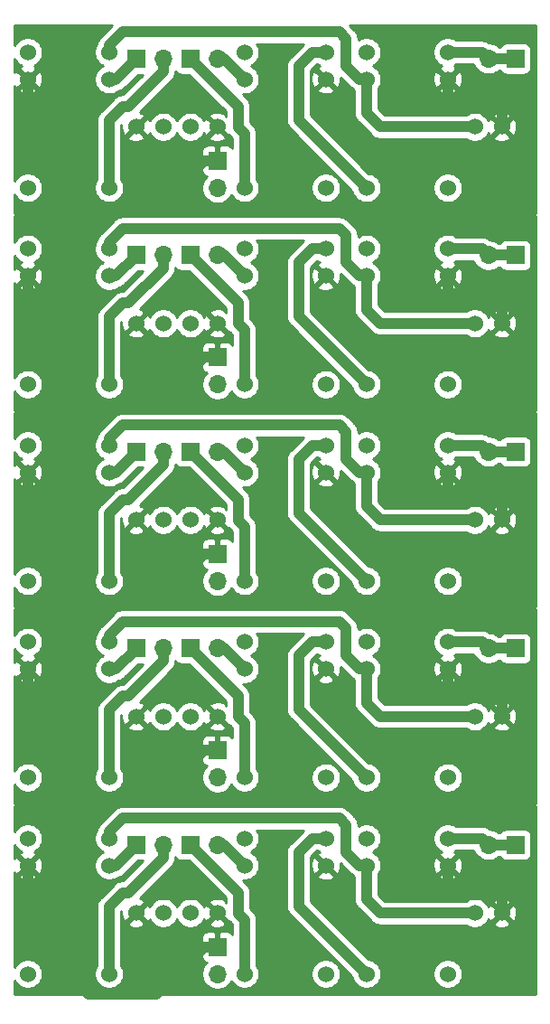
<source format=gtl>
G04 #@! TF.GenerationSoftware,KiCad,Pcbnew,(5.1.6)-1*
G04 #@! TF.CreationDate,2020-06-25T08:47:50+09:00*
G04 #@! TF.ProjectId,4P-AND,34502d41-4e44-42e6-9b69-6361645f7063,rev?*
G04 #@! TF.SameCoordinates,Original*
G04 #@! TF.FileFunction,Copper,L1,Top*
G04 #@! TF.FilePolarity,Positive*
%FSLAX46Y46*%
G04 Gerber Fmt 4.6, Leading zero omitted, Abs format (unit mm)*
G04 Created by KiCad (PCBNEW (5.1.6)-1) date 2020-06-25 08:47:50*
%MOMM*%
%LPD*%
G01*
G04 APERTURE LIST*
G04 #@! TA.AperFunction,ComponentPad*
%ADD10R,1.700000X1.700000*%
G04 #@! TD*
G04 #@! TA.AperFunction,ComponentPad*
%ADD11O,1.700000X1.700000*%
G04 #@! TD*
G04 #@! TA.AperFunction,ComponentPad*
%ADD12C,1.524000*%
G04 #@! TD*
G04 #@! TA.AperFunction,Conductor*
%ADD13C,1.000000*%
G04 #@! TD*
G04 #@! TA.AperFunction,Conductor*
%ADD14C,0.254000*%
G04 #@! TD*
G04 APERTURE END LIST*
D10*
X77470000Y-107260000D03*
D11*
X74930000Y-107260000D03*
D10*
X77470000Y-88850000D03*
D11*
X74930000Y-88850000D03*
D10*
X77470000Y-70440000D03*
D11*
X74930000Y-70440000D03*
D10*
X77470000Y-52030000D03*
D11*
X74930000Y-52030000D03*
D12*
X71120000Y-119360000D03*
X63500000Y-119360000D03*
X63500000Y-109200000D03*
X71120000Y-109200000D03*
X71120000Y-106660000D03*
X63500000Y-106660000D03*
X71120000Y-100950000D03*
X63500000Y-100950000D03*
X63500000Y-90790000D03*
X71120000Y-90790000D03*
X71120000Y-88250000D03*
X63500000Y-88250000D03*
X71120000Y-82540000D03*
X63500000Y-82540000D03*
X63500000Y-72380000D03*
X71120000Y-72380000D03*
X71120000Y-69840000D03*
X63500000Y-69840000D03*
X71120000Y-64130000D03*
X63500000Y-64130000D03*
X63500000Y-53970000D03*
X71120000Y-53970000D03*
X71120000Y-51430000D03*
X63500000Y-51430000D03*
X44450000Y-113645000D03*
X41910000Y-113645000D03*
X44450000Y-95235000D03*
X41910000Y-95235000D03*
X44450000Y-76825000D03*
X41910000Y-76825000D03*
X44450000Y-58415000D03*
X41910000Y-58415000D03*
X49530000Y-113645000D03*
X46990000Y-113645000D03*
X49530000Y-95235000D03*
X46990000Y-95235000D03*
X49530000Y-76825000D03*
X46990000Y-76825000D03*
X49530000Y-58415000D03*
X46990000Y-58415000D03*
X59690000Y-119360000D03*
X52070000Y-119360000D03*
X52070000Y-109200000D03*
X59690000Y-109200000D03*
X59690000Y-106660000D03*
X52070000Y-106660000D03*
X59690000Y-100950000D03*
X52070000Y-100950000D03*
X52070000Y-90790000D03*
X59690000Y-90790000D03*
X59690000Y-88250000D03*
X52070000Y-88250000D03*
X59690000Y-82540000D03*
X52070000Y-82540000D03*
X52070000Y-72380000D03*
X59690000Y-72380000D03*
X59690000Y-69840000D03*
X52070000Y-69840000D03*
X59690000Y-64130000D03*
X52070000Y-64130000D03*
X52070000Y-53970000D03*
X59690000Y-53970000D03*
X59690000Y-51430000D03*
X52070000Y-51430000D03*
X76200000Y-113645000D03*
X73660000Y-113645000D03*
X76200000Y-95235000D03*
X73660000Y-95235000D03*
X76200000Y-76825000D03*
X73660000Y-76825000D03*
X76200000Y-58415000D03*
X73660000Y-58415000D03*
D10*
X41910000Y-107260000D03*
D11*
X44450000Y-107260000D03*
D10*
X41910000Y-88850000D03*
D11*
X44450000Y-88850000D03*
D10*
X41910000Y-70440000D03*
D11*
X44450000Y-70440000D03*
D10*
X41910000Y-52030000D03*
D11*
X44450000Y-52030000D03*
D10*
X46990000Y-107260000D03*
D11*
X49530000Y-107260000D03*
D10*
X46990000Y-88850000D03*
D11*
X49530000Y-88850000D03*
D10*
X46990000Y-70440000D03*
D11*
X49530000Y-70440000D03*
D10*
X46990000Y-52030000D03*
D11*
X49530000Y-52030000D03*
D10*
X49530000Y-116820000D03*
D11*
X49530000Y-119360000D03*
D10*
X49530000Y-98410000D03*
D11*
X49530000Y-100950000D03*
D10*
X49530000Y-80000000D03*
D11*
X49530000Y-82540000D03*
D10*
X49530000Y-61590000D03*
D11*
X49530000Y-64130000D03*
D12*
X39370000Y-119360000D03*
X31750000Y-119360000D03*
X31750000Y-109200000D03*
X39370000Y-109200000D03*
X39370000Y-106660000D03*
X31750000Y-106660000D03*
X39370000Y-100950000D03*
X31750000Y-100950000D03*
X31750000Y-90790000D03*
X39370000Y-90790000D03*
X39370000Y-88250000D03*
X31750000Y-88250000D03*
X39370000Y-82540000D03*
X31750000Y-82540000D03*
X31750000Y-72380000D03*
X39370000Y-72380000D03*
X39370000Y-69840000D03*
X31750000Y-69840000D03*
X39370000Y-64130000D03*
X31750000Y-64130000D03*
X31750000Y-53970000D03*
X39370000Y-53970000D03*
X39370000Y-51430000D03*
X31750000Y-51430000D03*
X63500000Y-33020000D03*
X71120000Y-33020000D03*
X71120000Y-35560000D03*
X63500000Y-35560000D03*
X63500000Y-45720000D03*
X71120000Y-45720000D03*
X52070000Y-33020000D03*
X59690000Y-33020000D03*
X59690000Y-35560000D03*
X52070000Y-35560000D03*
X52070000Y-45720000D03*
X59690000Y-45720000D03*
X31750000Y-33020000D03*
X39370000Y-33020000D03*
X39370000Y-35560000D03*
X31750000Y-35560000D03*
X31750000Y-45720000D03*
X39370000Y-45720000D03*
D11*
X49530000Y-45720000D03*
D10*
X49530000Y-43180000D03*
D11*
X74930000Y-33620000D03*
D10*
X77470000Y-33620000D03*
D11*
X49530000Y-33620000D03*
D10*
X46990000Y-33620000D03*
D11*
X44450000Y-33620000D03*
D10*
X41910000Y-33620000D03*
D12*
X73660000Y-40005000D03*
X76200000Y-40005000D03*
X46990000Y-40005000D03*
X49530000Y-40005000D03*
X41910000Y-40005000D03*
X44450000Y-40005000D03*
D13*
X31750000Y-41910000D02*
X31750000Y-35560000D01*
X37465000Y-47625000D02*
X31750000Y-41910000D01*
X43815000Y-47625000D02*
X37465000Y-47625000D01*
X49530000Y-43180000D02*
X48260000Y-43180000D01*
X48260000Y-43180000D02*
X43815000Y-47625000D01*
X71120000Y-37465000D02*
X71120000Y-35560000D01*
X76200000Y-40005000D02*
X76200000Y-38735000D01*
X74930000Y-37465000D02*
X71120000Y-37465000D01*
X76200000Y-38735000D02*
X74930000Y-37465000D01*
X31750000Y-60320000D02*
X31750000Y-53970000D01*
X31750000Y-78730000D02*
X31750000Y-72380000D01*
X31750000Y-97140000D02*
X31750000Y-90790000D01*
X31750000Y-115550000D02*
X31750000Y-109200000D01*
X43815000Y-66035000D02*
X37465000Y-66035000D01*
X43815000Y-84445000D02*
X37465000Y-84445000D01*
X43815000Y-102855000D02*
X37465000Y-102855000D01*
X43815000Y-121265000D02*
X37465000Y-121265000D01*
X49530000Y-61590000D02*
X48260000Y-61590000D01*
X49530000Y-80000000D02*
X48260000Y-80000000D01*
X49530000Y-98410000D02*
X48260000Y-98410000D01*
X49530000Y-116820000D02*
X48260000Y-116820000D01*
X48260000Y-61590000D02*
X43815000Y-66035000D01*
X48260000Y-80000000D02*
X43815000Y-84445000D01*
X48260000Y-98410000D02*
X43815000Y-102855000D01*
X48260000Y-116820000D02*
X43815000Y-121265000D01*
X37465000Y-66035000D02*
X31750000Y-60320000D01*
X37465000Y-84445000D02*
X31750000Y-78730000D01*
X37465000Y-102855000D02*
X31750000Y-97140000D01*
X37465000Y-121265000D02*
X31750000Y-115550000D01*
X74930000Y-55875000D02*
X71120000Y-55875000D01*
X74930000Y-74285000D02*
X71120000Y-74285000D01*
X74930000Y-92695000D02*
X71120000Y-92695000D01*
X74930000Y-111105000D02*
X71120000Y-111105000D01*
X76200000Y-57145000D02*
X74930000Y-55875000D01*
X76200000Y-75555000D02*
X74930000Y-74285000D01*
X76200000Y-93965000D02*
X74930000Y-92695000D01*
X76200000Y-112375000D02*
X74930000Y-111105000D01*
X76200000Y-58415000D02*
X76200000Y-57145000D01*
X76200000Y-76825000D02*
X76200000Y-75555000D01*
X76200000Y-95235000D02*
X76200000Y-93965000D01*
X76200000Y-113645000D02*
X76200000Y-112375000D01*
X71120000Y-55875000D02*
X71120000Y-53970000D01*
X71120000Y-74285000D02*
X71120000Y-72380000D01*
X71120000Y-92695000D02*
X71120000Y-90790000D01*
X71120000Y-111105000D02*
X71120000Y-109200000D01*
X41910000Y-33620000D02*
X41910000Y-33655000D01*
X40005000Y-35560000D02*
X39370000Y-35560000D01*
X41910000Y-33655000D02*
X40005000Y-35560000D01*
X41910000Y-52065000D02*
X40005000Y-53970000D01*
X41910000Y-70475000D02*
X40005000Y-72380000D01*
X41910000Y-88885000D02*
X40005000Y-90790000D01*
X41910000Y-107295000D02*
X40005000Y-109200000D01*
X40005000Y-53970000D02*
X39370000Y-53970000D01*
X40005000Y-72380000D02*
X39370000Y-72380000D01*
X40005000Y-90790000D02*
X39370000Y-90790000D01*
X40005000Y-109200000D02*
X39370000Y-109200000D01*
X41910000Y-52030000D02*
X41910000Y-52065000D01*
X41910000Y-70440000D02*
X41910000Y-70475000D01*
X41910000Y-88850000D02*
X41910000Y-88885000D01*
X41910000Y-107260000D02*
X41910000Y-107295000D01*
X50130000Y-33620000D02*
X52070000Y-35560000D01*
X49530000Y-33620000D02*
X50130000Y-33620000D01*
X50130000Y-52030000D02*
X52070000Y-53970000D01*
X50130000Y-70440000D02*
X52070000Y-72380000D01*
X50130000Y-88850000D02*
X52070000Y-90790000D01*
X50130000Y-107260000D02*
X52070000Y-109200000D01*
X49530000Y-52030000D02*
X50130000Y-52030000D01*
X49530000Y-70440000D02*
X50130000Y-70440000D01*
X49530000Y-88850000D02*
X50130000Y-88850000D01*
X49530000Y-107260000D02*
X50130000Y-107260000D01*
X62865000Y-35560000D02*
X63500000Y-35560000D01*
X61595000Y-34290000D02*
X62865000Y-35560000D01*
X39370000Y-33020000D02*
X39370000Y-32385000D01*
X39370000Y-32385000D02*
X40640000Y-31115000D01*
X40640000Y-31115000D02*
X60960000Y-31115000D01*
X61595000Y-31750000D02*
X61595000Y-34290000D01*
X60960000Y-31115000D02*
X61595000Y-31750000D01*
X73660000Y-40005000D02*
X64770000Y-40005000D01*
X63500000Y-38735000D02*
X63500000Y-35560000D01*
X64770000Y-40005000D02*
X63500000Y-38735000D01*
X39370000Y-51430000D02*
X39370000Y-50795000D01*
X39370000Y-69840000D02*
X39370000Y-69205000D01*
X39370000Y-88250000D02*
X39370000Y-87615000D01*
X39370000Y-106660000D02*
X39370000Y-106025000D01*
X39370000Y-50795000D02*
X40640000Y-49525000D01*
X39370000Y-69205000D02*
X40640000Y-67935000D01*
X39370000Y-87615000D02*
X40640000Y-86345000D01*
X39370000Y-106025000D02*
X40640000Y-104755000D01*
X40640000Y-49525000D02*
X60960000Y-49525000D01*
X40640000Y-67935000D02*
X60960000Y-67935000D01*
X40640000Y-86345000D02*
X60960000Y-86345000D01*
X40640000Y-104755000D02*
X60960000Y-104755000D01*
X61595000Y-52700000D02*
X62865000Y-53970000D01*
X61595000Y-71110000D02*
X62865000Y-72380000D01*
X61595000Y-89520000D02*
X62865000Y-90790000D01*
X61595000Y-107930000D02*
X62865000Y-109200000D01*
X62865000Y-53970000D02*
X63500000Y-53970000D01*
X62865000Y-72380000D02*
X63500000Y-72380000D01*
X62865000Y-90790000D02*
X63500000Y-90790000D01*
X62865000Y-109200000D02*
X63500000Y-109200000D01*
X63500000Y-57145000D02*
X63500000Y-53970000D01*
X63500000Y-75555000D02*
X63500000Y-72380000D01*
X63500000Y-93965000D02*
X63500000Y-90790000D01*
X63500000Y-112375000D02*
X63500000Y-109200000D01*
X61595000Y-50160000D02*
X61595000Y-52700000D01*
X61595000Y-68570000D02*
X61595000Y-71110000D01*
X61595000Y-86980000D02*
X61595000Y-89520000D01*
X61595000Y-105390000D02*
X61595000Y-107930000D01*
X73660000Y-58415000D02*
X64770000Y-58415000D01*
X73660000Y-76825000D02*
X64770000Y-76825000D01*
X73660000Y-95235000D02*
X64770000Y-95235000D01*
X73660000Y-113645000D02*
X64770000Y-113645000D01*
X64770000Y-58415000D02*
X63500000Y-57145000D01*
X64770000Y-76825000D02*
X63500000Y-75555000D01*
X64770000Y-95235000D02*
X63500000Y-93965000D01*
X64770000Y-113645000D02*
X63500000Y-112375000D01*
X60960000Y-49525000D02*
X61595000Y-50160000D01*
X60960000Y-67935000D02*
X61595000Y-68570000D01*
X60960000Y-86345000D02*
X61595000Y-86980000D01*
X60960000Y-104755000D02*
X61595000Y-105390000D01*
X44450000Y-34822081D02*
X41172081Y-38100000D01*
X44450000Y-33620000D02*
X44450000Y-34822081D01*
X41172081Y-38100000D02*
X40640000Y-38100000D01*
X39370000Y-39370000D02*
X39370000Y-45720000D01*
X40640000Y-38100000D02*
X39370000Y-39370000D01*
X44450000Y-52030000D02*
X44450000Y-53232081D01*
X44450000Y-70440000D02*
X44450000Y-71642081D01*
X44450000Y-88850000D02*
X44450000Y-90052081D01*
X44450000Y-107260000D02*
X44450000Y-108462081D01*
X40640000Y-56510000D02*
X39370000Y-57780000D01*
X40640000Y-74920000D02*
X39370000Y-76190000D01*
X40640000Y-93330000D02*
X39370000Y-94600000D01*
X40640000Y-111740000D02*
X39370000Y-113010000D01*
X41172081Y-56510000D02*
X40640000Y-56510000D01*
X41172081Y-74920000D02*
X40640000Y-74920000D01*
X41172081Y-93330000D02*
X40640000Y-93330000D01*
X41172081Y-111740000D02*
X40640000Y-111740000D01*
X44450000Y-53232081D02*
X41172081Y-56510000D01*
X44450000Y-71642081D02*
X41172081Y-74920000D01*
X44450000Y-90052081D02*
X41172081Y-93330000D01*
X44450000Y-108462081D02*
X41172081Y-111740000D01*
X39370000Y-57780000D02*
X39370000Y-64130000D01*
X39370000Y-76190000D02*
X39370000Y-82540000D01*
X39370000Y-94600000D02*
X39370000Y-100950000D01*
X39370000Y-113010000D02*
X39370000Y-119360000D01*
X46990000Y-33620000D02*
X51470000Y-38100000D01*
X51470000Y-38100000D02*
X51470000Y-40040000D01*
X52070000Y-40640000D02*
X52070000Y-45720000D01*
X51470000Y-40040000D02*
X52070000Y-40640000D01*
X51470000Y-58450000D02*
X52070000Y-59050000D01*
X51470000Y-76860000D02*
X52070000Y-77460000D01*
X51470000Y-95270000D02*
X52070000Y-95870000D01*
X51470000Y-113680000D02*
X52070000Y-114280000D01*
X46990000Y-52030000D02*
X51470000Y-56510000D01*
X46990000Y-70440000D02*
X51470000Y-74920000D01*
X46990000Y-88850000D02*
X51470000Y-93330000D01*
X46990000Y-107260000D02*
X51470000Y-111740000D01*
X51470000Y-56510000D02*
X51470000Y-58450000D01*
X51470000Y-74920000D02*
X51470000Y-76860000D01*
X51470000Y-93330000D02*
X51470000Y-95270000D01*
X51470000Y-111740000D02*
X51470000Y-113680000D01*
X52070000Y-59050000D02*
X52070000Y-64130000D01*
X52070000Y-77460000D02*
X52070000Y-82540000D01*
X52070000Y-95870000D02*
X52070000Y-100950000D01*
X52070000Y-114280000D02*
X52070000Y-119360000D01*
X74330000Y-33020000D02*
X74930000Y-33620000D01*
X71120000Y-33020000D02*
X74330000Y-33020000D01*
X74930000Y-33620000D02*
X77470000Y-33620000D01*
X74330000Y-51430000D02*
X74930000Y-52030000D01*
X74330000Y-69840000D02*
X74930000Y-70440000D01*
X74330000Y-88250000D02*
X74930000Y-88850000D01*
X74330000Y-106660000D02*
X74930000Y-107260000D01*
X71120000Y-51430000D02*
X74330000Y-51430000D01*
X71120000Y-69840000D02*
X74330000Y-69840000D01*
X71120000Y-88250000D02*
X74330000Y-88250000D01*
X71120000Y-106660000D02*
X74330000Y-106660000D01*
X74930000Y-52030000D02*
X77470000Y-52030000D01*
X74930000Y-70440000D02*
X77470000Y-70440000D01*
X74930000Y-88850000D02*
X77470000Y-88850000D01*
X74930000Y-107260000D02*
X77470000Y-107260000D01*
X59690000Y-33020000D02*
X58420000Y-33020000D01*
X58420000Y-33020000D02*
X57150000Y-34290000D01*
X57150000Y-39370000D02*
X63500000Y-45720000D01*
X57150000Y-34290000D02*
X57150000Y-39370000D01*
X57150000Y-57780000D02*
X63500000Y-64130000D01*
X57150000Y-76190000D02*
X63500000Y-82540000D01*
X57150000Y-94600000D02*
X63500000Y-100950000D01*
X57150000Y-113010000D02*
X63500000Y-119360000D01*
X58420000Y-51430000D02*
X57150000Y-52700000D01*
X58420000Y-69840000D02*
X57150000Y-71110000D01*
X58420000Y-88250000D02*
X57150000Y-89520000D01*
X58420000Y-106660000D02*
X57150000Y-107930000D01*
X57150000Y-52700000D02*
X57150000Y-57780000D01*
X57150000Y-71110000D02*
X57150000Y-76190000D01*
X57150000Y-89520000D02*
X57150000Y-94600000D01*
X57150000Y-107930000D02*
X57150000Y-113010000D01*
X59690000Y-51430000D02*
X58420000Y-51430000D01*
X59690000Y-69840000D02*
X58420000Y-69840000D01*
X59690000Y-88250000D02*
X58420000Y-88250000D01*
X59690000Y-106660000D02*
X58420000Y-106660000D01*
D14*
G36*
X38606860Y-31543009D02*
G01*
X38563552Y-31578551D01*
X38421717Y-31751377D01*
X38316324Y-31948553D01*
X38251423Y-32162501D01*
X38249455Y-32182482D01*
X38131995Y-32358273D01*
X38026686Y-32612510D01*
X37973000Y-32882408D01*
X37973000Y-33157592D01*
X38026686Y-33427490D01*
X38131995Y-33681727D01*
X38284880Y-33910535D01*
X38479465Y-34105120D01*
X38708273Y-34258005D01*
X38785515Y-34290000D01*
X38708273Y-34321995D01*
X38479465Y-34474880D01*
X38284880Y-34669465D01*
X38131995Y-34898273D01*
X38026686Y-35152510D01*
X37973000Y-35422408D01*
X37973000Y-35697592D01*
X38026686Y-35967490D01*
X38131995Y-36221727D01*
X38284880Y-36450535D01*
X38479465Y-36645120D01*
X38708273Y-36798005D01*
X38962510Y-36903314D01*
X39232408Y-36957000D01*
X39507592Y-36957000D01*
X39777490Y-36903314D01*
X40031727Y-36798005D01*
X40207518Y-36680545D01*
X40227499Y-36678577D01*
X40441447Y-36613676D01*
X40638623Y-36508284D01*
X40811449Y-36366449D01*
X40846996Y-36323135D01*
X42062060Y-35108072D01*
X42558877Y-35108072D01*
X40701950Y-36965000D01*
X40695743Y-36965000D01*
X40639999Y-36959510D01*
X40584255Y-36965000D01*
X40584248Y-36965000D01*
X40438493Y-36979356D01*
X40417500Y-36981423D01*
X40367705Y-36996529D01*
X40203553Y-37046324D01*
X40006377Y-37151716D01*
X39833551Y-37293551D01*
X39798011Y-37336857D01*
X38606865Y-38528004D01*
X38563551Y-38563551D01*
X38421716Y-38736377D01*
X38350294Y-38870000D01*
X38316324Y-38933554D01*
X38251423Y-39147502D01*
X38229509Y-39370000D01*
X38235000Y-39425752D01*
X38235001Y-44904114D01*
X38131995Y-45058273D01*
X38026686Y-45312510D01*
X37973000Y-45582408D01*
X37973000Y-45857592D01*
X38026686Y-46127490D01*
X38131995Y-46381727D01*
X38284880Y-46610535D01*
X38479465Y-46805120D01*
X38708273Y-46958005D01*
X38962510Y-47063314D01*
X39232408Y-47117000D01*
X39507592Y-47117000D01*
X39777490Y-47063314D01*
X40031727Y-46958005D01*
X40260535Y-46805120D01*
X40455120Y-46610535D01*
X40608005Y-46381727D01*
X40713314Y-46127490D01*
X40767000Y-45857592D01*
X40767000Y-45582408D01*
X40713314Y-45312510D01*
X40608005Y-45058273D01*
X40505000Y-44904116D01*
X40505000Y-42330000D01*
X48041928Y-42330000D01*
X48045000Y-42894250D01*
X48203750Y-43053000D01*
X49403000Y-43053000D01*
X49403000Y-41853750D01*
X49244250Y-41695000D01*
X48680000Y-41691928D01*
X48555518Y-41704188D01*
X48435820Y-41740498D01*
X48325506Y-41799463D01*
X48228815Y-41878815D01*
X48149463Y-41975506D01*
X48090498Y-42085820D01*
X48054188Y-42205518D01*
X48041928Y-42330000D01*
X40505000Y-42330000D01*
X40505000Y-40970565D01*
X41124040Y-40970565D01*
X41191020Y-41210656D01*
X41440048Y-41327756D01*
X41707135Y-41394023D01*
X41982017Y-41406910D01*
X42254133Y-41365922D01*
X42513023Y-41272636D01*
X42628980Y-41210656D01*
X42695960Y-40970565D01*
X41910000Y-40184605D01*
X41124040Y-40970565D01*
X40505000Y-40970565D01*
X40505000Y-39840131D01*
X40519894Y-39825237D01*
X40508090Y-40077017D01*
X40549078Y-40349133D01*
X40642364Y-40608023D01*
X40704344Y-40723980D01*
X40944435Y-40790960D01*
X41730395Y-40005000D01*
X42089605Y-40005000D01*
X42875565Y-40790960D01*
X43115656Y-40723980D01*
X43179485Y-40588240D01*
X43211995Y-40666727D01*
X43364880Y-40895535D01*
X43559465Y-41090120D01*
X43788273Y-41243005D01*
X44042510Y-41348314D01*
X44312408Y-41402000D01*
X44587592Y-41402000D01*
X44857490Y-41348314D01*
X45111727Y-41243005D01*
X45340535Y-41090120D01*
X45535120Y-40895535D01*
X45688005Y-40666727D01*
X45720000Y-40589485D01*
X45751995Y-40666727D01*
X45904880Y-40895535D01*
X46099465Y-41090120D01*
X46328273Y-41243005D01*
X46582510Y-41348314D01*
X46852408Y-41402000D01*
X47127592Y-41402000D01*
X47397490Y-41348314D01*
X47651727Y-41243005D01*
X47880535Y-41090120D01*
X48000090Y-40970565D01*
X48744040Y-40970565D01*
X48811020Y-41210656D01*
X49060048Y-41327756D01*
X49327135Y-41394023D01*
X49602017Y-41406910D01*
X49874133Y-41365922D01*
X50133023Y-41272636D01*
X50248980Y-41210656D01*
X50315960Y-40970565D01*
X49530000Y-40184605D01*
X48744040Y-40970565D01*
X48000090Y-40970565D01*
X48075120Y-40895535D01*
X48228005Y-40666727D01*
X48257692Y-40595057D01*
X48262364Y-40608023D01*
X48324344Y-40723980D01*
X48564435Y-40790960D01*
X49350395Y-40005000D01*
X48564435Y-39219040D01*
X48324344Y-39286020D01*
X48260515Y-39421760D01*
X48228005Y-39343273D01*
X48075120Y-39114465D01*
X47880535Y-38919880D01*
X47651727Y-38766995D01*
X47397490Y-38661686D01*
X47127592Y-38608000D01*
X46852408Y-38608000D01*
X46582510Y-38661686D01*
X46328273Y-38766995D01*
X46099465Y-38919880D01*
X45904880Y-39114465D01*
X45751995Y-39343273D01*
X45720000Y-39420515D01*
X45688005Y-39343273D01*
X45535120Y-39114465D01*
X45340535Y-38919880D01*
X45111727Y-38766995D01*
X44857490Y-38661686D01*
X44587592Y-38608000D01*
X44312408Y-38608000D01*
X44042510Y-38661686D01*
X43788273Y-38766995D01*
X43559465Y-38919880D01*
X43364880Y-39114465D01*
X43211995Y-39343273D01*
X43182308Y-39414943D01*
X43177636Y-39401977D01*
X43115656Y-39286020D01*
X42875565Y-39219040D01*
X42089605Y-40005000D01*
X41730395Y-40005000D01*
X41716253Y-39990858D01*
X41895858Y-39811253D01*
X41910000Y-39825395D01*
X42695960Y-39039435D01*
X42628980Y-38799344D01*
X42379952Y-38682244D01*
X42231741Y-38645471D01*
X45213146Y-35664068D01*
X45256449Y-35628530D01*
X45312691Y-35560000D01*
X45398284Y-35455704D01*
X45503676Y-35258528D01*
X45568577Y-35044580D01*
X45590491Y-34822081D01*
X45586497Y-34781528D01*
X45609463Y-34824494D01*
X45688815Y-34921185D01*
X45785506Y-35000537D01*
X45895820Y-35059502D01*
X46015518Y-35095812D01*
X46140000Y-35108072D01*
X46872941Y-35108072D01*
X50335000Y-38570132D01*
X50335001Y-39020391D01*
X50315959Y-39039433D01*
X50248980Y-38799344D01*
X49999952Y-38682244D01*
X49732865Y-38615977D01*
X49457983Y-38603090D01*
X49185867Y-38644078D01*
X48926977Y-38737364D01*
X48811020Y-38799344D01*
X48744040Y-39039435D01*
X49530000Y-39825395D01*
X49544143Y-39811253D01*
X49723748Y-39990858D01*
X49709605Y-40005000D01*
X50495565Y-40790960D01*
X50595201Y-40763164D01*
X50663552Y-40846449D01*
X50706860Y-40881991D01*
X50935000Y-41110131D01*
X50935000Y-42021273D01*
X50910537Y-41975506D01*
X50831185Y-41878815D01*
X50734494Y-41799463D01*
X50624180Y-41740498D01*
X50504482Y-41704188D01*
X50380000Y-41691928D01*
X49815750Y-41695000D01*
X49657000Y-41853750D01*
X49657000Y-43053000D01*
X49677000Y-43053000D01*
X49677000Y-43307000D01*
X49657000Y-43307000D01*
X49657000Y-43327000D01*
X49403000Y-43327000D01*
X49403000Y-43307000D01*
X48203750Y-43307000D01*
X48045000Y-43465750D01*
X48041928Y-44030000D01*
X48054188Y-44154482D01*
X48090498Y-44274180D01*
X48149463Y-44384494D01*
X48228815Y-44481185D01*
X48325506Y-44560537D01*
X48435820Y-44619502D01*
X48508380Y-44641513D01*
X48376525Y-44773368D01*
X48214010Y-45016589D01*
X48102068Y-45286842D01*
X48045000Y-45573740D01*
X48045000Y-45866260D01*
X48102068Y-46153158D01*
X48214010Y-46423411D01*
X48376525Y-46666632D01*
X48583368Y-46873475D01*
X48826589Y-47035990D01*
X49096842Y-47147932D01*
X49383740Y-47205000D01*
X49676260Y-47205000D01*
X49963158Y-47147932D01*
X50233411Y-47035990D01*
X50476632Y-46873475D01*
X50683475Y-46666632D01*
X50845990Y-46423411D01*
X50851293Y-46410608D01*
X50984880Y-46610535D01*
X51179465Y-46805120D01*
X51408273Y-46958005D01*
X51662510Y-47063314D01*
X51932408Y-47117000D01*
X52207592Y-47117000D01*
X52477490Y-47063314D01*
X52731727Y-46958005D01*
X52960535Y-46805120D01*
X53155120Y-46610535D01*
X53308005Y-46381727D01*
X53413314Y-46127490D01*
X53467000Y-45857592D01*
X53467000Y-45582408D01*
X58293000Y-45582408D01*
X58293000Y-45857592D01*
X58346686Y-46127490D01*
X58451995Y-46381727D01*
X58604880Y-46610535D01*
X58799465Y-46805120D01*
X59028273Y-46958005D01*
X59282510Y-47063314D01*
X59552408Y-47117000D01*
X59827592Y-47117000D01*
X60097490Y-47063314D01*
X60351727Y-46958005D01*
X60580535Y-46805120D01*
X60775120Y-46610535D01*
X60928005Y-46381727D01*
X61033314Y-46127490D01*
X61087000Y-45857592D01*
X61087000Y-45582408D01*
X61033314Y-45312510D01*
X60928005Y-45058273D01*
X60775120Y-44829465D01*
X60580535Y-44634880D01*
X60351727Y-44481995D01*
X60097490Y-44376686D01*
X59827592Y-44323000D01*
X59552408Y-44323000D01*
X59282510Y-44376686D01*
X59028273Y-44481995D01*
X58799465Y-44634880D01*
X58604880Y-44829465D01*
X58451995Y-45058273D01*
X58346686Y-45312510D01*
X58293000Y-45582408D01*
X53467000Y-45582408D01*
X53413314Y-45312510D01*
X53308005Y-45058273D01*
X53205000Y-44904116D01*
X53205000Y-40695751D01*
X53210491Y-40639999D01*
X53188577Y-40417500D01*
X53173471Y-40367705D01*
X53123676Y-40203553D01*
X53018284Y-40006377D01*
X52876449Y-39833551D01*
X52833135Y-39798004D01*
X52605000Y-39569869D01*
X52605000Y-38155752D01*
X52610491Y-38100000D01*
X52588577Y-37877501D01*
X52523676Y-37663553D01*
X52418284Y-37466377D01*
X52311989Y-37336857D01*
X52276449Y-37293551D01*
X52233141Y-37258009D01*
X51932063Y-36956931D01*
X51932408Y-36957000D01*
X52207592Y-36957000D01*
X52477490Y-36903314D01*
X52731727Y-36798005D01*
X52960535Y-36645120D01*
X53155120Y-36450535D01*
X53308005Y-36221727D01*
X53413314Y-35967490D01*
X53467000Y-35697592D01*
X53467000Y-35422408D01*
X53413314Y-35152510D01*
X53308005Y-34898273D01*
X53155120Y-34669465D01*
X52960535Y-34474880D01*
X52731727Y-34321995D01*
X52654485Y-34290000D01*
X52731727Y-34258005D01*
X52960535Y-34105120D01*
X53155120Y-33910535D01*
X53308005Y-33681727D01*
X53413314Y-33427490D01*
X53467000Y-33157592D01*
X53467000Y-32882408D01*
X53413314Y-32612510D01*
X53308005Y-32358273D01*
X53235659Y-32250000D01*
X57583638Y-32250000D01*
X57578008Y-32256860D01*
X56386865Y-33448004D01*
X56343551Y-33483551D01*
X56201716Y-33656377D01*
X56102233Y-33842499D01*
X56096324Y-33853554D01*
X56031423Y-34067502D01*
X56009509Y-34290000D01*
X56015000Y-34345752D01*
X56015001Y-39314239D01*
X56009509Y-39370000D01*
X56031423Y-39592498D01*
X56096324Y-39806446D01*
X56133960Y-39876857D01*
X56201717Y-40003623D01*
X56343552Y-40176449D01*
X56386860Y-40211991D01*
X62120515Y-45945647D01*
X62156686Y-46127490D01*
X62261995Y-46381727D01*
X62414880Y-46610535D01*
X62609465Y-46805120D01*
X62838273Y-46958005D01*
X63092510Y-47063314D01*
X63362408Y-47117000D01*
X63637592Y-47117000D01*
X63907490Y-47063314D01*
X64161727Y-46958005D01*
X64390535Y-46805120D01*
X64585120Y-46610535D01*
X64738005Y-46381727D01*
X64843314Y-46127490D01*
X64897000Y-45857592D01*
X64897000Y-45582408D01*
X69723000Y-45582408D01*
X69723000Y-45857592D01*
X69776686Y-46127490D01*
X69881995Y-46381727D01*
X70034880Y-46610535D01*
X70229465Y-46805120D01*
X70458273Y-46958005D01*
X70712510Y-47063314D01*
X70982408Y-47117000D01*
X71257592Y-47117000D01*
X71527490Y-47063314D01*
X71781727Y-46958005D01*
X72010535Y-46805120D01*
X72205120Y-46610535D01*
X72358005Y-46381727D01*
X72463314Y-46127490D01*
X72517000Y-45857592D01*
X72517000Y-45582408D01*
X72463314Y-45312510D01*
X72358005Y-45058273D01*
X72205120Y-44829465D01*
X72010535Y-44634880D01*
X71781727Y-44481995D01*
X71527490Y-44376686D01*
X71257592Y-44323000D01*
X70982408Y-44323000D01*
X70712510Y-44376686D01*
X70458273Y-44481995D01*
X70229465Y-44634880D01*
X70034880Y-44829465D01*
X69881995Y-45058273D01*
X69776686Y-45312510D01*
X69723000Y-45582408D01*
X64897000Y-45582408D01*
X64843314Y-45312510D01*
X64738005Y-45058273D01*
X64585120Y-44829465D01*
X64390535Y-44634880D01*
X64161727Y-44481995D01*
X63907490Y-44376686D01*
X63725647Y-44340515D01*
X58285000Y-38899869D01*
X58285000Y-36525565D01*
X58904040Y-36525565D01*
X58971020Y-36765656D01*
X59220048Y-36882756D01*
X59487135Y-36949023D01*
X59762017Y-36961910D01*
X60034133Y-36920922D01*
X60293023Y-36827636D01*
X60408980Y-36765656D01*
X60475960Y-36525565D01*
X59690000Y-35739605D01*
X58904040Y-36525565D01*
X58285000Y-36525565D01*
X58285000Y-35632017D01*
X58288090Y-35632017D01*
X58329078Y-35904133D01*
X58422364Y-36163023D01*
X58484344Y-36278980D01*
X58724435Y-36345960D01*
X59510395Y-35560000D01*
X58724435Y-34774040D01*
X58484344Y-34841020D01*
X58367244Y-35090048D01*
X58300977Y-35357135D01*
X58288090Y-35632017D01*
X58285000Y-35632017D01*
X58285000Y-34760131D01*
X58883717Y-34161415D01*
X59028273Y-34258005D01*
X59099943Y-34287692D01*
X59086977Y-34292364D01*
X58971020Y-34354344D01*
X58904040Y-34594435D01*
X59690000Y-35380395D01*
X59704143Y-35366253D01*
X59883748Y-35545858D01*
X59869605Y-35560000D01*
X60655565Y-36345960D01*
X60895656Y-36278980D01*
X61012756Y-36029952D01*
X61079023Y-35762865D01*
X61091910Y-35487983D01*
X61074896Y-35375027D01*
X62023008Y-36323140D01*
X62058551Y-36366449D01*
X62231377Y-36508284D01*
X62365001Y-36579707D01*
X62365000Y-38679248D01*
X62359509Y-38735000D01*
X62365000Y-38790751D01*
X62381423Y-38957498D01*
X62446324Y-39171446D01*
X62551716Y-39368623D01*
X62693551Y-39541449D01*
X62736865Y-39576996D01*
X63928008Y-40768140D01*
X63963551Y-40811449D01*
X64136377Y-40953284D01*
X64333553Y-41058676D01*
X64497705Y-41108471D01*
X64547500Y-41123577D01*
X64568493Y-41125644D01*
X64714248Y-41140000D01*
X64714255Y-41140000D01*
X64769999Y-41145490D01*
X64825743Y-41140000D01*
X72844116Y-41140000D01*
X72998273Y-41243005D01*
X73252510Y-41348314D01*
X73522408Y-41402000D01*
X73797592Y-41402000D01*
X74067490Y-41348314D01*
X74321727Y-41243005D01*
X74550535Y-41090120D01*
X74670090Y-40970565D01*
X75414040Y-40970565D01*
X75481020Y-41210656D01*
X75730048Y-41327756D01*
X75997135Y-41394023D01*
X76272017Y-41406910D01*
X76544133Y-41365922D01*
X76803023Y-41272636D01*
X76918980Y-41210656D01*
X76985960Y-40970565D01*
X76200000Y-40184605D01*
X75414040Y-40970565D01*
X74670090Y-40970565D01*
X74745120Y-40895535D01*
X74898005Y-40666727D01*
X74927692Y-40595057D01*
X74932364Y-40608023D01*
X74994344Y-40723980D01*
X75234435Y-40790960D01*
X76020395Y-40005000D01*
X76379605Y-40005000D01*
X77165565Y-40790960D01*
X77405656Y-40723980D01*
X77522756Y-40474952D01*
X77589023Y-40207865D01*
X77601910Y-39932983D01*
X77560922Y-39660867D01*
X77467636Y-39401977D01*
X77405656Y-39286020D01*
X77165565Y-39219040D01*
X76379605Y-40005000D01*
X76020395Y-40005000D01*
X75234435Y-39219040D01*
X74994344Y-39286020D01*
X74930515Y-39421760D01*
X74898005Y-39343273D01*
X74745120Y-39114465D01*
X74670090Y-39039435D01*
X75414040Y-39039435D01*
X76200000Y-39825395D01*
X76985960Y-39039435D01*
X76918980Y-38799344D01*
X76669952Y-38682244D01*
X76402865Y-38615977D01*
X76127983Y-38603090D01*
X75855867Y-38644078D01*
X75596977Y-38737364D01*
X75481020Y-38799344D01*
X75414040Y-39039435D01*
X74670090Y-39039435D01*
X74550535Y-38919880D01*
X74321727Y-38766995D01*
X74067490Y-38661686D01*
X73797592Y-38608000D01*
X73522408Y-38608000D01*
X73252510Y-38661686D01*
X72998273Y-38766995D01*
X72844116Y-38870000D01*
X65240132Y-38870000D01*
X64635000Y-38264869D01*
X64635000Y-36525565D01*
X70334040Y-36525565D01*
X70401020Y-36765656D01*
X70650048Y-36882756D01*
X70917135Y-36949023D01*
X71192017Y-36961910D01*
X71464133Y-36920922D01*
X71723023Y-36827636D01*
X71838980Y-36765656D01*
X71905960Y-36525565D01*
X71120000Y-35739605D01*
X70334040Y-36525565D01*
X64635000Y-36525565D01*
X64635000Y-36375884D01*
X64738005Y-36221727D01*
X64843314Y-35967490D01*
X64897000Y-35697592D01*
X64897000Y-35632017D01*
X69718090Y-35632017D01*
X69759078Y-35904133D01*
X69852364Y-36163023D01*
X69914344Y-36278980D01*
X70154435Y-36345960D01*
X70940395Y-35560000D01*
X71299605Y-35560000D01*
X72085565Y-36345960D01*
X72325656Y-36278980D01*
X72442756Y-36029952D01*
X72509023Y-35762865D01*
X72521910Y-35487983D01*
X72480922Y-35215867D01*
X72387636Y-34956977D01*
X72325656Y-34841020D01*
X72085565Y-34774040D01*
X71299605Y-35560000D01*
X70940395Y-35560000D01*
X70154435Y-34774040D01*
X69914344Y-34841020D01*
X69797244Y-35090048D01*
X69730977Y-35357135D01*
X69718090Y-35632017D01*
X64897000Y-35632017D01*
X64897000Y-35422408D01*
X64843314Y-35152510D01*
X64738005Y-34898273D01*
X64585120Y-34669465D01*
X64390535Y-34474880D01*
X64161727Y-34321995D01*
X64084485Y-34290000D01*
X64161727Y-34258005D01*
X64390535Y-34105120D01*
X64585120Y-33910535D01*
X64738005Y-33681727D01*
X64843314Y-33427490D01*
X64897000Y-33157592D01*
X64897000Y-32882408D01*
X69723000Y-32882408D01*
X69723000Y-33157592D01*
X69776686Y-33427490D01*
X69881995Y-33681727D01*
X70034880Y-33910535D01*
X70229465Y-34105120D01*
X70458273Y-34258005D01*
X70529943Y-34287692D01*
X70516977Y-34292364D01*
X70401020Y-34354344D01*
X70334040Y-34594435D01*
X71120000Y-35380395D01*
X71905960Y-34594435D01*
X71838980Y-34354344D01*
X71703240Y-34290515D01*
X71781727Y-34258005D01*
X71935884Y-34155000D01*
X73544252Y-34155000D01*
X73614010Y-34323411D01*
X73776525Y-34566632D01*
X73983368Y-34773475D01*
X74226589Y-34935990D01*
X74496842Y-35047932D01*
X74783740Y-35105000D01*
X75076260Y-35105000D01*
X75363158Y-35047932D01*
X75633411Y-34935990D01*
X75876632Y-34773475D01*
X75895107Y-34755000D01*
X76052317Y-34755000D01*
X76089463Y-34824494D01*
X76168815Y-34921185D01*
X76265506Y-35000537D01*
X76375820Y-35059502D01*
X76495518Y-35095812D01*
X76620000Y-35108072D01*
X78320000Y-35108072D01*
X78444482Y-35095812D01*
X78564180Y-35059502D01*
X78674494Y-35000537D01*
X78771185Y-34921185D01*
X78850537Y-34824494D01*
X78909502Y-34714180D01*
X78945812Y-34594482D01*
X78958072Y-34470000D01*
X78958072Y-32770000D01*
X78945812Y-32645518D01*
X78909502Y-32525820D01*
X78850537Y-32415506D01*
X78771185Y-32318815D01*
X78674494Y-32239463D01*
X78564180Y-32180498D01*
X78444482Y-32144188D01*
X78320000Y-32131928D01*
X76620000Y-32131928D01*
X76495518Y-32144188D01*
X76375820Y-32180498D01*
X76265506Y-32239463D01*
X76168815Y-32318815D01*
X76089463Y-32415506D01*
X76052317Y-32485000D01*
X75895107Y-32485000D01*
X75876632Y-32466525D01*
X75633411Y-32304010D01*
X75363158Y-32192068D01*
X75076260Y-32135000D01*
X75040735Y-32135000D01*
X74963623Y-32071716D01*
X74766447Y-31966324D01*
X74552499Y-31901423D01*
X74385752Y-31885000D01*
X74385751Y-31885000D01*
X74330000Y-31879509D01*
X74274249Y-31885000D01*
X71935884Y-31885000D01*
X71781727Y-31781995D01*
X71527490Y-31676686D01*
X71257592Y-31623000D01*
X70982408Y-31623000D01*
X70712510Y-31676686D01*
X70458273Y-31781995D01*
X70229465Y-31934880D01*
X70034880Y-32129465D01*
X69881995Y-32358273D01*
X69776686Y-32612510D01*
X69723000Y-32882408D01*
X64897000Y-32882408D01*
X64843314Y-32612510D01*
X64738005Y-32358273D01*
X64585120Y-32129465D01*
X64390535Y-31934880D01*
X64161727Y-31781995D01*
X63907490Y-31676686D01*
X63637592Y-31623000D01*
X63362408Y-31623000D01*
X63092510Y-31676686D01*
X62838273Y-31781995D01*
X62730000Y-31854341D01*
X62730000Y-31805752D01*
X62735491Y-31750000D01*
X62713577Y-31527501D01*
X62648676Y-31313553D01*
X62543284Y-31116377D01*
X62436989Y-30986857D01*
X62401449Y-30943551D01*
X62358140Y-30908008D01*
X61955131Y-30505000D01*
X79350000Y-30505000D01*
X79350001Y-48133000D01*
X30505000Y-48133000D01*
X30505000Y-46364840D01*
X30511995Y-46381727D01*
X30664880Y-46610535D01*
X30859465Y-46805120D01*
X31088273Y-46958005D01*
X31342510Y-47063314D01*
X31612408Y-47117000D01*
X31887592Y-47117000D01*
X32157490Y-47063314D01*
X32411727Y-46958005D01*
X32640535Y-46805120D01*
X32835120Y-46610535D01*
X32988005Y-46381727D01*
X33093314Y-46127490D01*
X33147000Y-45857592D01*
X33147000Y-45582408D01*
X33093314Y-45312510D01*
X32988005Y-45058273D01*
X32835120Y-44829465D01*
X32640535Y-44634880D01*
X32411727Y-44481995D01*
X32157490Y-44376686D01*
X31887592Y-44323000D01*
X31612408Y-44323000D01*
X31342510Y-44376686D01*
X31088273Y-44481995D01*
X30859465Y-44634880D01*
X30664880Y-44829465D01*
X30511995Y-45058273D01*
X30505000Y-45075160D01*
X30505000Y-36525565D01*
X30964040Y-36525565D01*
X31031020Y-36765656D01*
X31280048Y-36882756D01*
X31547135Y-36949023D01*
X31822017Y-36961910D01*
X32094133Y-36920922D01*
X32353023Y-36827636D01*
X32468980Y-36765656D01*
X32535960Y-36525565D01*
X31750000Y-35739605D01*
X30964040Y-36525565D01*
X30505000Y-36525565D01*
X30505000Y-36205372D01*
X30544344Y-36278980D01*
X30784435Y-36345960D01*
X31570395Y-35560000D01*
X31929605Y-35560000D01*
X32715565Y-36345960D01*
X32955656Y-36278980D01*
X33072756Y-36029952D01*
X33139023Y-35762865D01*
X33151910Y-35487983D01*
X33110922Y-35215867D01*
X33017636Y-34956977D01*
X32955656Y-34841020D01*
X32715565Y-34774040D01*
X31929605Y-35560000D01*
X31570395Y-35560000D01*
X30784435Y-34774040D01*
X30544344Y-34841020D01*
X30505000Y-34924690D01*
X30505000Y-33664840D01*
X30511995Y-33681727D01*
X30664880Y-33910535D01*
X30859465Y-34105120D01*
X31088273Y-34258005D01*
X31159943Y-34287692D01*
X31146977Y-34292364D01*
X31031020Y-34354344D01*
X30964040Y-34594435D01*
X31750000Y-35380395D01*
X32535960Y-34594435D01*
X32468980Y-34354344D01*
X32333240Y-34290515D01*
X32411727Y-34258005D01*
X32640535Y-34105120D01*
X32835120Y-33910535D01*
X32988005Y-33681727D01*
X33093314Y-33427490D01*
X33147000Y-33157592D01*
X33147000Y-32882408D01*
X33093314Y-32612510D01*
X32988005Y-32358273D01*
X32835120Y-32129465D01*
X32640535Y-31934880D01*
X32411727Y-31781995D01*
X32157490Y-31676686D01*
X31887592Y-31623000D01*
X31612408Y-31623000D01*
X31342510Y-31676686D01*
X31088273Y-31781995D01*
X30859465Y-31934880D01*
X30664880Y-32129465D01*
X30511995Y-32358273D01*
X30505000Y-32375160D01*
X30505000Y-30505000D01*
X39644868Y-30505000D01*
X38606860Y-31543009D01*
G37*
X38606860Y-31543009D02*
X38563552Y-31578551D01*
X38421717Y-31751377D01*
X38316324Y-31948553D01*
X38251423Y-32162501D01*
X38249455Y-32182482D01*
X38131995Y-32358273D01*
X38026686Y-32612510D01*
X37973000Y-32882408D01*
X37973000Y-33157592D01*
X38026686Y-33427490D01*
X38131995Y-33681727D01*
X38284880Y-33910535D01*
X38479465Y-34105120D01*
X38708273Y-34258005D01*
X38785515Y-34290000D01*
X38708273Y-34321995D01*
X38479465Y-34474880D01*
X38284880Y-34669465D01*
X38131995Y-34898273D01*
X38026686Y-35152510D01*
X37973000Y-35422408D01*
X37973000Y-35697592D01*
X38026686Y-35967490D01*
X38131995Y-36221727D01*
X38284880Y-36450535D01*
X38479465Y-36645120D01*
X38708273Y-36798005D01*
X38962510Y-36903314D01*
X39232408Y-36957000D01*
X39507592Y-36957000D01*
X39777490Y-36903314D01*
X40031727Y-36798005D01*
X40207518Y-36680545D01*
X40227499Y-36678577D01*
X40441447Y-36613676D01*
X40638623Y-36508284D01*
X40811449Y-36366449D01*
X40846996Y-36323135D01*
X42062060Y-35108072D01*
X42558877Y-35108072D01*
X40701950Y-36965000D01*
X40695743Y-36965000D01*
X40639999Y-36959510D01*
X40584255Y-36965000D01*
X40584248Y-36965000D01*
X40438493Y-36979356D01*
X40417500Y-36981423D01*
X40367705Y-36996529D01*
X40203553Y-37046324D01*
X40006377Y-37151716D01*
X39833551Y-37293551D01*
X39798011Y-37336857D01*
X38606865Y-38528004D01*
X38563551Y-38563551D01*
X38421716Y-38736377D01*
X38350294Y-38870000D01*
X38316324Y-38933554D01*
X38251423Y-39147502D01*
X38229509Y-39370000D01*
X38235000Y-39425752D01*
X38235001Y-44904114D01*
X38131995Y-45058273D01*
X38026686Y-45312510D01*
X37973000Y-45582408D01*
X37973000Y-45857592D01*
X38026686Y-46127490D01*
X38131995Y-46381727D01*
X38284880Y-46610535D01*
X38479465Y-46805120D01*
X38708273Y-46958005D01*
X38962510Y-47063314D01*
X39232408Y-47117000D01*
X39507592Y-47117000D01*
X39777490Y-47063314D01*
X40031727Y-46958005D01*
X40260535Y-46805120D01*
X40455120Y-46610535D01*
X40608005Y-46381727D01*
X40713314Y-46127490D01*
X40767000Y-45857592D01*
X40767000Y-45582408D01*
X40713314Y-45312510D01*
X40608005Y-45058273D01*
X40505000Y-44904116D01*
X40505000Y-42330000D01*
X48041928Y-42330000D01*
X48045000Y-42894250D01*
X48203750Y-43053000D01*
X49403000Y-43053000D01*
X49403000Y-41853750D01*
X49244250Y-41695000D01*
X48680000Y-41691928D01*
X48555518Y-41704188D01*
X48435820Y-41740498D01*
X48325506Y-41799463D01*
X48228815Y-41878815D01*
X48149463Y-41975506D01*
X48090498Y-42085820D01*
X48054188Y-42205518D01*
X48041928Y-42330000D01*
X40505000Y-42330000D01*
X40505000Y-40970565D01*
X41124040Y-40970565D01*
X41191020Y-41210656D01*
X41440048Y-41327756D01*
X41707135Y-41394023D01*
X41982017Y-41406910D01*
X42254133Y-41365922D01*
X42513023Y-41272636D01*
X42628980Y-41210656D01*
X42695960Y-40970565D01*
X41910000Y-40184605D01*
X41124040Y-40970565D01*
X40505000Y-40970565D01*
X40505000Y-39840131D01*
X40519894Y-39825237D01*
X40508090Y-40077017D01*
X40549078Y-40349133D01*
X40642364Y-40608023D01*
X40704344Y-40723980D01*
X40944435Y-40790960D01*
X41730395Y-40005000D01*
X42089605Y-40005000D01*
X42875565Y-40790960D01*
X43115656Y-40723980D01*
X43179485Y-40588240D01*
X43211995Y-40666727D01*
X43364880Y-40895535D01*
X43559465Y-41090120D01*
X43788273Y-41243005D01*
X44042510Y-41348314D01*
X44312408Y-41402000D01*
X44587592Y-41402000D01*
X44857490Y-41348314D01*
X45111727Y-41243005D01*
X45340535Y-41090120D01*
X45535120Y-40895535D01*
X45688005Y-40666727D01*
X45720000Y-40589485D01*
X45751995Y-40666727D01*
X45904880Y-40895535D01*
X46099465Y-41090120D01*
X46328273Y-41243005D01*
X46582510Y-41348314D01*
X46852408Y-41402000D01*
X47127592Y-41402000D01*
X47397490Y-41348314D01*
X47651727Y-41243005D01*
X47880535Y-41090120D01*
X48000090Y-40970565D01*
X48744040Y-40970565D01*
X48811020Y-41210656D01*
X49060048Y-41327756D01*
X49327135Y-41394023D01*
X49602017Y-41406910D01*
X49874133Y-41365922D01*
X50133023Y-41272636D01*
X50248980Y-41210656D01*
X50315960Y-40970565D01*
X49530000Y-40184605D01*
X48744040Y-40970565D01*
X48000090Y-40970565D01*
X48075120Y-40895535D01*
X48228005Y-40666727D01*
X48257692Y-40595057D01*
X48262364Y-40608023D01*
X48324344Y-40723980D01*
X48564435Y-40790960D01*
X49350395Y-40005000D01*
X48564435Y-39219040D01*
X48324344Y-39286020D01*
X48260515Y-39421760D01*
X48228005Y-39343273D01*
X48075120Y-39114465D01*
X47880535Y-38919880D01*
X47651727Y-38766995D01*
X47397490Y-38661686D01*
X47127592Y-38608000D01*
X46852408Y-38608000D01*
X46582510Y-38661686D01*
X46328273Y-38766995D01*
X46099465Y-38919880D01*
X45904880Y-39114465D01*
X45751995Y-39343273D01*
X45720000Y-39420515D01*
X45688005Y-39343273D01*
X45535120Y-39114465D01*
X45340535Y-38919880D01*
X45111727Y-38766995D01*
X44857490Y-38661686D01*
X44587592Y-38608000D01*
X44312408Y-38608000D01*
X44042510Y-38661686D01*
X43788273Y-38766995D01*
X43559465Y-38919880D01*
X43364880Y-39114465D01*
X43211995Y-39343273D01*
X43182308Y-39414943D01*
X43177636Y-39401977D01*
X43115656Y-39286020D01*
X42875565Y-39219040D01*
X42089605Y-40005000D01*
X41730395Y-40005000D01*
X41716253Y-39990858D01*
X41895858Y-39811253D01*
X41910000Y-39825395D01*
X42695960Y-39039435D01*
X42628980Y-38799344D01*
X42379952Y-38682244D01*
X42231741Y-38645471D01*
X45213146Y-35664068D01*
X45256449Y-35628530D01*
X45312691Y-35560000D01*
X45398284Y-35455704D01*
X45503676Y-35258528D01*
X45568577Y-35044580D01*
X45590491Y-34822081D01*
X45586497Y-34781528D01*
X45609463Y-34824494D01*
X45688815Y-34921185D01*
X45785506Y-35000537D01*
X45895820Y-35059502D01*
X46015518Y-35095812D01*
X46140000Y-35108072D01*
X46872941Y-35108072D01*
X50335000Y-38570132D01*
X50335001Y-39020391D01*
X50315959Y-39039433D01*
X50248980Y-38799344D01*
X49999952Y-38682244D01*
X49732865Y-38615977D01*
X49457983Y-38603090D01*
X49185867Y-38644078D01*
X48926977Y-38737364D01*
X48811020Y-38799344D01*
X48744040Y-39039435D01*
X49530000Y-39825395D01*
X49544143Y-39811253D01*
X49723748Y-39990858D01*
X49709605Y-40005000D01*
X50495565Y-40790960D01*
X50595201Y-40763164D01*
X50663552Y-40846449D01*
X50706860Y-40881991D01*
X50935000Y-41110131D01*
X50935000Y-42021273D01*
X50910537Y-41975506D01*
X50831185Y-41878815D01*
X50734494Y-41799463D01*
X50624180Y-41740498D01*
X50504482Y-41704188D01*
X50380000Y-41691928D01*
X49815750Y-41695000D01*
X49657000Y-41853750D01*
X49657000Y-43053000D01*
X49677000Y-43053000D01*
X49677000Y-43307000D01*
X49657000Y-43307000D01*
X49657000Y-43327000D01*
X49403000Y-43327000D01*
X49403000Y-43307000D01*
X48203750Y-43307000D01*
X48045000Y-43465750D01*
X48041928Y-44030000D01*
X48054188Y-44154482D01*
X48090498Y-44274180D01*
X48149463Y-44384494D01*
X48228815Y-44481185D01*
X48325506Y-44560537D01*
X48435820Y-44619502D01*
X48508380Y-44641513D01*
X48376525Y-44773368D01*
X48214010Y-45016589D01*
X48102068Y-45286842D01*
X48045000Y-45573740D01*
X48045000Y-45866260D01*
X48102068Y-46153158D01*
X48214010Y-46423411D01*
X48376525Y-46666632D01*
X48583368Y-46873475D01*
X48826589Y-47035990D01*
X49096842Y-47147932D01*
X49383740Y-47205000D01*
X49676260Y-47205000D01*
X49963158Y-47147932D01*
X50233411Y-47035990D01*
X50476632Y-46873475D01*
X50683475Y-46666632D01*
X50845990Y-46423411D01*
X50851293Y-46410608D01*
X50984880Y-46610535D01*
X51179465Y-46805120D01*
X51408273Y-46958005D01*
X51662510Y-47063314D01*
X51932408Y-47117000D01*
X52207592Y-47117000D01*
X52477490Y-47063314D01*
X52731727Y-46958005D01*
X52960535Y-46805120D01*
X53155120Y-46610535D01*
X53308005Y-46381727D01*
X53413314Y-46127490D01*
X53467000Y-45857592D01*
X53467000Y-45582408D01*
X58293000Y-45582408D01*
X58293000Y-45857592D01*
X58346686Y-46127490D01*
X58451995Y-46381727D01*
X58604880Y-46610535D01*
X58799465Y-46805120D01*
X59028273Y-46958005D01*
X59282510Y-47063314D01*
X59552408Y-47117000D01*
X59827592Y-47117000D01*
X60097490Y-47063314D01*
X60351727Y-46958005D01*
X60580535Y-46805120D01*
X60775120Y-46610535D01*
X60928005Y-46381727D01*
X61033314Y-46127490D01*
X61087000Y-45857592D01*
X61087000Y-45582408D01*
X61033314Y-45312510D01*
X60928005Y-45058273D01*
X60775120Y-44829465D01*
X60580535Y-44634880D01*
X60351727Y-44481995D01*
X60097490Y-44376686D01*
X59827592Y-44323000D01*
X59552408Y-44323000D01*
X59282510Y-44376686D01*
X59028273Y-44481995D01*
X58799465Y-44634880D01*
X58604880Y-44829465D01*
X58451995Y-45058273D01*
X58346686Y-45312510D01*
X58293000Y-45582408D01*
X53467000Y-45582408D01*
X53413314Y-45312510D01*
X53308005Y-45058273D01*
X53205000Y-44904116D01*
X53205000Y-40695751D01*
X53210491Y-40639999D01*
X53188577Y-40417500D01*
X53173471Y-40367705D01*
X53123676Y-40203553D01*
X53018284Y-40006377D01*
X52876449Y-39833551D01*
X52833135Y-39798004D01*
X52605000Y-39569869D01*
X52605000Y-38155752D01*
X52610491Y-38100000D01*
X52588577Y-37877501D01*
X52523676Y-37663553D01*
X52418284Y-37466377D01*
X52311989Y-37336857D01*
X52276449Y-37293551D01*
X52233141Y-37258009D01*
X51932063Y-36956931D01*
X51932408Y-36957000D01*
X52207592Y-36957000D01*
X52477490Y-36903314D01*
X52731727Y-36798005D01*
X52960535Y-36645120D01*
X53155120Y-36450535D01*
X53308005Y-36221727D01*
X53413314Y-35967490D01*
X53467000Y-35697592D01*
X53467000Y-35422408D01*
X53413314Y-35152510D01*
X53308005Y-34898273D01*
X53155120Y-34669465D01*
X52960535Y-34474880D01*
X52731727Y-34321995D01*
X52654485Y-34290000D01*
X52731727Y-34258005D01*
X52960535Y-34105120D01*
X53155120Y-33910535D01*
X53308005Y-33681727D01*
X53413314Y-33427490D01*
X53467000Y-33157592D01*
X53467000Y-32882408D01*
X53413314Y-32612510D01*
X53308005Y-32358273D01*
X53235659Y-32250000D01*
X57583638Y-32250000D01*
X57578008Y-32256860D01*
X56386865Y-33448004D01*
X56343551Y-33483551D01*
X56201716Y-33656377D01*
X56102233Y-33842499D01*
X56096324Y-33853554D01*
X56031423Y-34067502D01*
X56009509Y-34290000D01*
X56015000Y-34345752D01*
X56015001Y-39314239D01*
X56009509Y-39370000D01*
X56031423Y-39592498D01*
X56096324Y-39806446D01*
X56133960Y-39876857D01*
X56201717Y-40003623D01*
X56343552Y-40176449D01*
X56386860Y-40211991D01*
X62120515Y-45945647D01*
X62156686Y-46127490D01*
X62261995Y-46381727D01*
X62414880Y-46610535D01*
X62609465Y-46805120D01*
X62838273Y-46958005D01*
X63092510Y-47063314D01*
X63362408Y-47117000D01*
X63637592Y-47117000D01*
X63907490Y-47063314D01*
X64161727Y-46958005D01*
X64390535Y-46805120D01*
X64585120Y-46610535D01*
X64738005Y-46381727D01*
X64843314Y-46127490D01*
X64897000Y-45857592D01*
X64897000Y-45582408D01*
X69723000Y-45582408D01*
X69723000Y-45857592D01*
X69776686Y-46127490D01*
X69881995Y-46381727D01*
X70034880Y-46610535D01*
X70229465Y-46805120D01*
X70458273Y-46958005D01*
X70712510Y-47063314D01*
X70982408Y-47117000D01*
X71257592Y-47117000D01*
X71527490Y-47063314D01*
X71781727Y-46958005D01*
X72010535Y-46805120D01*
X72205120Y-46610535D01*
X72358005Y-46381727D01*
X72463314Y-46127490D01*
X72517000Y-45857592D01*
X72517000Y-45582408D01*
X72463314Y-45312510D01*
X72358005Y-45058273D01*
X72205120Y-44829465D01*
X72010535Y-44634880D01*
X71781727Y-44481995D01*
X71527490Y-44376686D01*
X71257592Y-44323000D01*
X70982408Y-44323000D01*
X70712510Y-44376686D01*
X70458273Y-44481995D01*
X70229465Y-44634880D01*
X70034880Y-44829465D01*
X69881995Y-45058273D01*
X69776686Y-45312510D01*
X69723000Y-45582408D01*
X64897000Y-45582408D01*
X64843314Y-45312510D01*
X64738005Y-45058273D01*
X64585120Y-44829465D01*
X64390535Y-44634880D01*
X64161727Y-44481995D01*
X63907490Y-44376686D01*
X63725647Y-44340515D01*
X58285000Y-38899869D01*
X58285000Y-36525565D01*
X58904040Y-36525565D01*
X58971020Y-36765656D01*
X59220048Y-36882756D01*
X59487135Y-36949023D01*
X59762017Y-36961910D01*
X60034133Y-36920922D01*
X60293023Y-36827636D01*
X60408980Y-36765656D01*
X60475960Y-36525565D01*
X59690000Y-35739605D01*
X58904040Y-36525565D01*
X58285000Y-36525565D01*
X58285000Y-35632017D01*
X58288090Y-35632017D01*
X58329078Y-35904133D01*
X58422364Y-36163023D01*
X58484344Y-36278980D01*
X58724435Y-36345960D01*
X59510395Y-35560000D01*
X58724435Y-34774040D01*
X58484344Y-34841020D01*
X58367244Y-35090048D01*
X58300977Y-35357135D01*
X58288090Y-35632017D01*
X58285000Y-35632017D01*
X58285000Y-34760131D01*
X58883717Y-34161415D01*
X59028273Y-34258005D01*
X59099943Y-34287692D01*
X59086977Y-34292364D01*
X58971020Y-34354344D01*
X58904040Y-34594435D01*
X59690000Y-35380395D01*
X59704143Y-35366253D01*
X59883748Y-35545858D01*
X59869605Y-35560000D01*
X60655565Y-36345960D01*
X60895656Y-36278980D01*
X61012756Y-36029952D01*
X61079023Y-35762865D01*
X61091910Y-35487983D01*
X61074896Y-35375027D01*
X62023008Y-36323140D01*
X62058551Y-36366449D01*
X62231377Y-36508284D01*
X62365001Y-36579707D01*
X62365000Y-38679248D01*
X62359509Y-38735000D01*
X62365000Y-38790751D01*
X62381423Y-38957498D01*
X62446324Y-39171446D01*
X62551716Y-39368623D01*
X62693551Y-39541449D01*
X62736865Y-39576996D01*
X63928008Y-40768140D01*
X63963551Y-40811449D01*
X64136377Y-40953284D01*
X64333553Y-41058676D01*
X64497705Y-41108471D01*
X64547500Y-41123577D01*
X64568493Y-41125644D01*
X64714248Y-41140000D01*
X64714255Y-41140000D01*
X64769999Y-41145490D01*
X64825743Y-41140000D01*
X72844116Y-41140000D01*
X72998273Y-41243005D01*
X73252510Y-41348314D01*
X73522408Y-41402000D01*
X73797592Y-41402000D01*
X74067490Y-41348314D01*
X74321727Y-41243005D01*
X74550535Y-41090120D01*
X74670090Y-40970565D01*
X75414040Y-40970565D01*
X75481020Y-41210656D01*
X75730048Y-41327756D01*
X75997135Y-41394023D01*
X76272017Y-41406910D01*
X76544133Y-41365922D01*
X76803023Y-41272636D01*
X76918980Y-41210656D01*
X76985960Y-40970565D01*
X76200000Y-40184605D01*
X75414040Y-40970565D01*
X74670090Y-40970565D01*
X74745120Y-40895535D01*
X74898005Y-40666727D01*
X74927692Y-40595057D01*
X74932364Y-40608023D01*
X74994344Y-40723980D01*
X75234435Y-40790960D01*
X76020395Y-40005000D01*
X76379605Y-40005000D01*
X77165565Y-40790960D01*
X77405656Y-40723980D01*
X77522756Y-40474952D01*
X77589023Y-40207865D01*
X77601910Y-39932983D01*
X77560922Y-39660867D01*
X77467636Y-39401977D01*
X77405656Y-39286020D01*
X77165565Y-39219040D01*
X76379605Y-40005000D01*
X76020395Y-40005000D01*
X75234435Y-39219040D01*
X74994344Y-39286020D01*
X74930515Y-39421760D01*
X74898005Y-39343273D01*
X74745120Y-39114465D01*
X74670090Y-39039435D01*
X75414040Y-39039435D01*
X76200000Y-39825395D01*
X76985960Y-39039435D01*
X76918980Y-38799344D01*
X76669952Y-38682244D01*
X76402865Y-38615977D01*
X76127983Y-38603090D01*
X75855867Y-38644078D01*
X75596977Y-38737364D01*
X75481020Y-38799344D01*
X75414040Y-39039435D01*
X74670090Y-39039435D01*
X74550535Y-38919880D01*
X74321727Y-38766995D01*
X74067490Y-38661686D01*
X73797592Y-38608000D01*
X73522408Y-38608000D01*
X73252510Y-38661686D01*
X72998273Y-38766995D01*
X72844116Y-38870000D01*
X65240132Y-38870000D01*
X64635000Y-38264869D01*
X64635000Y-36525565D01*
X70334040Y-36525565D01*
X70401020Y-36765656D01*
X70650048Y-36882756D01*
X70917135Y-36949023D01*
X71192017Y-36961910D01*
X71464133Y-36920922D01*
X71723023Y-36827636D01*
X71838980Y-36765656D01*
X71905960Y-36525565D01*
X71120000Y-35739605D01*
X70334040Y-36525565D01*
X64635000Y-36525565D01*
X64635000Y-36375884D01*
X64738005Y-36221727D01*
X64843314Y-35967490D01*
X64897000Y-35697592D01*
X64897000Y-35632017D01*
X69718090Y-35632017D01*
X69759078Y-35904133D01*
X69852364Y-36163023D01*
X69914344Y-36278980D01*
X70154435Y-36345960D01*
X70940395Y-35560000D01*
X71299605Y-35560000D01*
X72085565Y-36345960D01*
X72325656Y-36278980D01*
X72442756Y-36029952D01*
X72509023Y-35762865D01*
X72521910Y-35487983D01*
X72480922Y-35215867D01*
X72387636Y-34956977D01*
X72325656Y-34841020D01*
X72085565Y-34774040D01*
X71299605Y-35560000D01*
X70940395Y-35560000D01*
X70154435Y-34774040D01*
X69914344Y-34841020D01*
X69797244Y-35090048D01*
X69730977Y-35357135D01*
X69718090Y-35632017D01*
X64897000Y-35632017D01*
X64897000Y-35422408D01*
X64843314Y-35152510D01*
X64738005Y-34898273D01*
X64585120Y-34669465D01*
X64390535Y-34474880D01*
X64161727Y-34321995D01*
X64084485Y-34290000D01*
X64161727Y-34258005D01*
X64390535Y-34105120D01*
X64585120Y-33910535D01*
X64738005Y-33681727D01*
X64843314Y-33427490D01*
X64897000Y-33157592D01*
X64897000Y-32882408D01*
X69723000Y-32882408D01*
X69723000Y-33157592D01*
X69776686Y-33427490D01*
X69881995Y-33681727D01*
X70034880Y-33910535D01*
X70229465Y-34105120D01*
X70458273Y-34258005D01*
X70529943Y-34287692D01*
X70516977Y-34292364D01*
X70401020Y-34354344D01*
X70334040Y-34594435D01*
X71120000Y-35380395D01*
X71905960Y-34594435D01*
X71838980Y-34354344D01*
X71703240Y-34290515D01*
X71781727Y-34258005D01*
X71935884Y-34155000D01*
X73544252Y-34155000D01*
X73614010Y-34323411D01*
X73776525Y-34566632D01*
X73983368Y-34773475D01*
X74226589Y-34935990D01*
X74496842Y-35047932D01*
X74783740Y-35105000D01*
X75076260Y-35105000D01*
X75363158Y-35047932D01*
X75633411Y-34935990D01*
X75876632Y-34773475D01*
X75895107Y-34755000D01*
X76052317Y-34755000D01*
X76089463Y-34824494D01*
X76168815Y-34921185D01*
X76265506Y-35000537D01*
X76375820Y-35059502D01*
X76495518Y-35095812D01*
X76620000Y-35108072D01*
X78320000Y-35108072D01*
X78444482Y-35095812D01*
X78564180Y-35059502D01*
X78674494Y-35000537D01*
X78771185Y-34921185D01*
X78850537Y-34824494D01*
X78909502Y-34714180D01*
X78945812Y-34594482D01*
X78958072Y-34470000D01*
X78958072Y-32770000D01*
X78945812Y-32645518D01*
X78909502Y-32525820D01*
X78850537Y-32415506D01*
X78771185Y-32318815D01*
X78674494Y-32239463D01*
X78564180Y-32180498D01*
X78444482Y-32144188D01*
X78320000Y-32131928D01*
X76620000Y-32131928D01*
X76495518Y-32144188D01*
X76375820Y-32180498D01*
X76265506Y-32239463D01*
X76168815Y-32318815D01*
X76089463Y-32415506D01*
X76052317Y-32485000D01*
X75895107Y-32485000D01*
X75876632Y-32466525D01*
X75633411Y-32304010D01*
X75363158Y-32192068D01*
X75076260Y-32135000D01*
X75040735Y-32135000D01*
X74963623Y-32071716D01*
X74766447Y-31966324D01*
X74552499Y-31901423D01*
X74385752Y-31885000D01*
X74385751Y-31885000D01*
X74330000Y-31879509D01*
X74274249Y-31885000D01*
X71935884Y-31885000D01*
X71781727Y-31781995D01*
X71527490Y-31676686D01*
X71257592Y-31623000D01*
X70982408Y-31623000D01*
X70712510Y-31676686D01*
X70458273Y-31781995D01*
X70229465Y-31934880D01*
X70034880Y-32129465D01*
X69881995Y-32358273D01*
X69776686Y-32612510D01*
X69723000Y-32882408D01*
X64897000Y-32882408D01*
X64843314Y-32612510D01*
X64738005Y-32358273D01*
X64585120Y-32129465D01*
X64390535Y-31934880D01*
X64161727Y-31781995D01*
X63907490Y-31676686D01*
X63637592Y-31623000D01*
X63362408Y-31623000D01*
X63092510Y-31676686D01*
X62838273Y-31781995D01*
X62730000Y-31854341D01*
X62730000Y-31805752D01*
X62735491Y-31750000D01*
X62713577Y-31527501D01*
X62648676Y-31313553D01*
X62543284Y-31116377D01*
X62436989Y-30986857D01*
X62401449Y-30943551D01*
X62358140Y-30908008D01*
X61955131Y-30505000D01*
X79350000Y-30505000D01*
X79350001Y-48133000D01*
X30505000Y-48133000D01*
X30505000Y-46364840D01*
X30511995Y-46381727D01*
X30664880Y-46610535D01*
X30859465Y-46805120D01*
X31088273Y-46958005D01*
X31342510Y-47063314D01*
X31612408Y-47117000D01*
X31887592Y-47117000D01*
X32157490Y-47063314D01*
X32411727Y-46958005D01*
X32640535Y-46805120D01*
X32835120Y-46610535D01*
X32988005Y-46381727D01*
X33093314Y-46127490D01*
X33147000Y-45857592D01*
X33147000Y-45582408D01*
X33093314Y-45312510D01*
X32988005Y-45058273D01*
X32835120Y-44829465D01*
X32640535Y-44634880D01*
X32411727Y-44481995D01*
X32157490Y-44376686D01*
X31887592Y-44323000D01*
X31612408Y-44323000D01*
X31342510Y-44376686D01*
X31088273Y-44481995D01*
X30859465Y-44634880D01*
X30664880Y-44829465D01*
X30511995Y-45058273D01*
X30505000Y-45075160D01*
X30505000Y-36525565D01*
X30964040Y-36525565D01*
X31031020Y-36765656D01*
X31280048Y-36882756D01*
X31547135Y-36949023D01*
X31822017Y-36961910D01*
X32094133Y-36920922D01*
X32353023Y-36827636D01*
X32468980Y-36765656D01*
X32535960Y-36525565D01*
X31750000Y-35739605D01*
X30964040Y-36525565D01*
X30505000Y-36525565D01*
X30505000Y-36205372D01*
X30544344Y-36278980D01*
X30784435Y-36345960D01*
X31570395Y-35560000D01*
X31929605Y-35560000D01*
X32715565Y-36345960D01*
X32955656Y-36278980D01*
X33072756Y-36029952D01*
X33139023Y-35762865D01*
X33151910Y-35487983D01*
X33110922Y-35215867D01*
X33017636Y-34956977D01*
X32955656Y-34841020D01*
X32715565Y-34774040D01*
X31929605Y-35560000D01*
X31570395Y-35560000D01*
X30784435Y-34774040D01*
X30544344Y-34841020D01*
X30505000Y-34924690D01*
X30505000Y-33664840D01*
X30511995Y-33681727D01*
X30664880Y-33910535D01*
X30859465Y-34105120D01*
X31088273Y-34258005D01*
X31159943Y-34287692D01*
X31146977Y-34292364D01*
X31031020Y-34354344D01*
X30964040Y-34594435D01*
X31750000Y-35380395D01*
X32535960Y-34594435D01*
X32468980Y-34354344D01*
X32333240Y-34290515D01*
X32411727Y-34258005D01*
X32640535Y-34105120D01*
X32835120Y-33910535D01*
X32988005Y-33681727D01*
X33093314Y-33427490D01*
X33147000Y-33157592D01*
X33147000Y-32882408D01*
X33093314Y-32612510D01*
X32988005Y-32358273D01*
X32835120Y-32129465D01*
X32640535Y-31934880D01*
X32411727Y-31781995D01*
X32157490Y-31676686D01*
X31887592Y-31623000D01*
X31612408Y-31623000D01*
X31342510Y-31676686D01*
X31088273Y-31781995D01*
X30859465Y-31934880D01*
X30664880Y-32129465D01*
X30511995Y-32358273D01*
X30505000Y-32375160D01*
X30505000Y-30505000D01*
X39644868Y-30505000D01*
X38606860Y-31543009D01*
G36*
X79350001Y-66543000D02*
G01*
X30505000Y-66543000D01*
X30505000Y-64774840D01*
X30511995Y-64791727D01*
X30664880Y-65020535D01*
X30859465Y-65215120D01*
X31088273Y-65368005D01*
X31342510Y-65473314D01*
X31612408Y-65527000D01*
X31887592Y-65527000D01*
X32157490Y-65473314D01*
X32411727Y-65368005D01*
X32640535Y-65215120D01*
X32835120Y-65020535D01*
X32988005Y-64791727D01*
X33093314Y-64537490D01*
X33147000Y-64267592D01*
X33147000Y-63992408D01*
X33093314Y-63722510D01*
X32988005Y-63468273D01*
X32835120Y-63239465D01*
X32640535Y-63044880D01*
X32411727Y-62891995D01*
X32157490Y-62786686D01*
X31887592Y-62733000D01*
X31612408Y-62733000D01*
X31342510Y-62786686D01*
X31088273Y-62891995D01*
X30859465Y-63044880D01*
X30664880Y-63239465D01*
X30511995Y-63468273D01*
X30505000Y-63485160D01*
X30505000Y-54935565D01*
X30964040Y-54935565D01*
X31031020Y-55175656D01*
X31280048Y-55292756D01*
X31547135Y-55359023D01*
X31822017Y-55371910D01*
X32094133Y-55330922D01*
X32353023Y-55237636D01*
X32468980Y-55175656D01*
X32535960Y-54935565D01*
X31750000Y-54149605D01*
X30964040Y-54935565D01*
X30505000Y-54935565D01*
X30505000Y-54615372D01*
X30544344Y-54688980D01*
X30784435Y-54755960D01*
X31570395Y-53970000D01*
X31929605Y-53970000D01*
X32715565Y-54755960D01*
X32955656Y-54688980D01*
X33072756Y-54439952D01*
X33139023Y-54172865D01*
X33151910Y-53897983D01*
X33110922Y-53625867D01*
X33017636Y-53366977D01*
X32955656Y-53251020D01*
X32715565Y-53184040D01*
X31929605Y-53970000D01*
X31570395Y-53970000D01*
X30784435Y-53184040D01*
X30544344Y-53251020D01*
X30505000Y-53334690D01*
X30505000Y-52074840D01*
X30511995Y-52091727D01*
X30664880Y-52320535D01*
X30859465Y-52515120D01*
X31088273Y-52668005D01*
X31159943Y-52697692D01*
X31146977Y-52702364D01*
X31031020Y-52764344D01*
X30964040Y-53004435D01*
X31750000Y-53790395D01*
X32535960Y-53004435D01*
X32468980Y-52764344D01*
X32333240Y-52700515D01*
X32411727Y-52668005D01*
X32640535Y-52515120D01*
X32835120Y-52320535D01*
X32988005Y-52091727D01*
X33093314Y-51837490D01*
X33147000Y-51567592D01*
X33147000Y-51292408D01*
X37973000Y-51292408D01*
X37973000Y-51567592D01*
X38026686Y-51837490D01*
X38131995Y-52091727D01*
X38284880Y-52320535D01*
X38479465Y-52515120D01*
X38708273Y-52668005D01*
X38785515Y-52700000D01*
X38708273Y-52731995D01*
X38479465Y-52884880D01*
X38284880Y-53079465D01*
X38131995Y-53308273D01*
X38026686Y-53562510D01*
X37973000Y-53832408D01*
X37973000Y-54107592D01*
X38026686Y-54377490D01*
X38131995Y-54631727D01*
X38284880Y-54860535D01*
X38479465Y-55055120D01*
X38708273Y-55208005D01*
X38962510Y-55313314D01*
X39232408Y-55367000D01*
X39507592Y-55367000D01*
X39777490Y-55313314D01*
X40031727Y-55208005D01*
X40207518Y-55090545D01*
X40227499Y-55088577D01*
X40441447Y-55023676D01*
X40638623Y-54918284D01*
X40811449Y-54776449D01*
X40846996Y-54733135D01*
X42062060Y-53518072D01*
X42558877Y-53518072D01*
X40701950Y-55375000D01*
X40695743Y-55375000D01*
X40639999Y-55369510D01*
X40584255Y-55375000D01*
X40584248Y-55375000D01*
X40438493Y-55389356D01*
X40417500Y-55391423D01*
X40367705Y-55406529D01*
X40203553Y-55456324D01*
X40006377Y-55561716D01*
X39833551Y-55703551D01*
X39798011Y-55746857D01*
X38606865Y-56938004D01*
X38563551Y-56973551D01*
X38421716Y-57146377D01*
X38350294Y-57280000D01*
X38316324Y-57343554D01*
X38251423Y-57557502D01*
X38229509Y-57780000D01*
X38235000Y-57835752D01*
X38235001Y-63314114D01*
X38131995Y-63468273D01*
X38026686Y-63722510D01*
X37973000Y-63992408D01*
X37973000Y-64267592D01*
X38026686Y-64537490D01*
X38131995Y-64791727D01*
X38284880Y-65020535D01*
X38479465Y-65215120D01*
X38708273Y-65368005D01*
X38962510Y-65473314D01*
X39232408Y-65527000D01*
X39507592Y-65527000D01*
X39777490Y-65473314D01*
X40031727Y-65368005D01*
X40260535Y-65215120D01*
X40455120Y-65020535D01*
X40608005Y-64791727D01*
X40713314Y-64537490D01*
X40767000Y-64267592D01*
X40767000Y-63992408D01*
X40713314Y-63722510D01*
X40608005Y-63468273D01*
X40505000Y-63314116D01*
X40505000Y-60740000D01*
X48041928Y-60740000D01*
X48045000Y-61304250D01*
X48203750Y-61463000D01*
X49403000Y-61463000D01*
X49403000Y-60263750D01*
X49244250Y-60105000D01*
X48680000Y-60101928D01*
X48555518Y-60114188D01*
X48435820Y-60150498D01*
X48325506Y-60209463D01*
X48228815Y-60288815D01*
X48149463Y-60385506D01*
X48090498Y-60495820D01*
X48054188Y-60615518D01*
X48041928Y-60740000D01*
X40505000Y-60740000D01*
X40505000Y-59380565D01*
X41124040Y-59380565D01*
X41191020Y-59620656D01*
X41440048Y-59737756D01*
X41707135Y-59804023D01*
X41982017Y-59816910D01*
X42254133Y-59775922D01*
X42513023Y-59682636D01*
X42628980Y-59620656D01*
X42695960Y-59380565D01*
X41910000Y-58594605D01*
X41124040Y-59380565D01*
X40505000Y-59380565D01*
X40505000Y-58250131D01*
X40519894Y-58235237D01*
X40508090Y-58487017D01*
X40549078Y-58759133D01*
X40642364Y-59018023D01*
X40704344Y-59133980D01*
X40944435Y-59200960D01*
X41730395Y-58415000D01*
X42089605Y-58415000D01*
X42875565Y-59200960D01*
X43115656Y-59133980D01*
X43179485Y-58998240D01*
X43211995Y-59076727D01*
X43364880Y-59305535D01*
X43559465Y-59500120D01*
X43788273Y-59653005D01*
X44042510Y-59758314D01*
X44312408Y-59812000D01*
X44587592Y-59812000D01*
X44857490Y-59758314D01*
X45111727Y-59653005D01*
X45340535Y-59500120D01*
X45535120Y-59305535D01*
X45688005Y-59076727D01*
X45720000Y-58999485D01*
X45751995Y-59076727D01*
X45904880Y-59305535D01*
X46099465Y-59500120D01*
X46328273Y-59653005D01*
X46582510Y-59758314D01*
X46852408Y-59812000D01*
X47127592Y-59812000D01*
X47397490Y-59758314D01*
X47651727Y-59653005D01*
X47880535Y-59500120D01*
X48000090Y-59380565D01*
X48744040Y-59380565D01*
X48811020Y-59620656D01*
X49060048Y-59737756D01*
X49327135Y-59804023D01*
X49602017Y-59816910D01*
X49874133Y-59775922D01*
X50133023Y-59682636D01*
X50248980Y-59620656D01*
X50315960Y-59380565D01*
X49530000Y-58594605D01*
X48744040Y-59380565D01*
X48000090Y-59380565D01*
X48075120Y-59305535D01*
X48228005Y-59076727D01*
X48257692Y-59005057D01*
X48262364Y-59018023D01*
X48324344Y-59133980D01*
X48564435Y-59200960D01*
X49350395Y-58415000D01*
X48564435Y-57629040D01*
X48324344Y-57696020D01*
X48260515Y-57831760D01*
X48228005Y-57753273D01*
X48075120Y-57524465D01*
X47880535Y-57329880D01*
X47651727Y-57176995D01*
X47397490Y-57071686D01*
X47127592Y-57018000D01*
X46852408Y-57018000D01*
X46582510Y-57071686D01*
X46328273Y-57176995D01*
X46099465Y-57329880D01*
X45904880Y-57524465D01*
X45751995Y-57753273D01*
X45720000Y-57830515D01*
X45688005Y-57753273D01*
X45535120Y-57524465D01*
X45340535Y-57329880D01*
X45111727Y-57176995D01*
X44857490Y-57071686D01*
X44587592Y-57018000D01*
X44312408Y-57018000D01*
X44042510Y-57071686D01*
X43788273Y-57176995D01*
X43559465Y-57329880D01*
X43364880Y-57524465D01*
X43211995Y-57753273D01*
X43182308Y-57824943D01*
X43177636Y-57811977D01*
X43115656Y-57696020D01*
X42875565Y-57629040D01*
X42089605Y-58415000D01*
X41730395Y-58415000D01*
X41716253Y-58400858D01*
X41895858Y-58221253D01*
X41910000Y-58235395D01*
X42695960Y-57449435D01*
X42628980Y-57209344D01*
X42379952Y-57092244D01*
X42231741Y-57055471D01*
X45213146Y-54074068D01*
X45256449Y-54038530D01*
X45312691Y-53970000D01*
X45398284Y-53865704D01*
X45503676Y-53668528D01*
X45568577Y-53454580D01*
X45590491Y-53232081D01*
X45586497Y-53191528D01*
X45609463Y-53234494D01*
X45688815Y-53331185D01*
X45785506Y-53410537D01*
X45895820Y-53469502D01*
X46015518Y-53505812D01*
X46140000Y-53518072D01*
X46872941Y-53518072D01*
X50335000Y-56980132D01*
X50335001Y-57430391D01*
X50315959Y-57449433D01*
X50248980Y-57209344D01*
X49999952Y-57092244D01*
X49732865Y-57025977D01*
X49457983Y-57013090D01*
X49185867Y-57054078D01*
X48926977Y-57147364D01*
X48811020Y-57209344D01*
X48744040Y-57449435D01*
X49530000Y-58235395D01*
X49544143Y-58221253D01*
X49723748Y-58400858D01*
X49709605Y-58415000D01*
X50495565Y-59200960D01*
X50595201Y-59173164D01*
X50663552Y-59256449D01*
X50706860Y-59291991D01*
X50935000Y-59520131D01*
X50935000Y-60431273D01*
X50910537Y-60385506D01*
X50831185Y-60288815D01*
X50734494Y-60209463D01*
X50624180Y-60150498D01*
X50504482Y-60114188D01*
X50380000Y-60101928D01*
X49815750Y-60105000D01*
X49657000Y-60263750D01*
X49657000Y-61463000D01*
X49677000Y-61463000D01*
X49677000Y-61717000D01*
X49657000Y-61717000D01*
X49657000Y-61737000D01*
X49403000Y-61737000D01*
X49403000Y-61717000D01*
X48203750Y-61717000D01*
X48045000Y-61875750D01*
X48041928Y-62440000D01*
X48054188Y-62564482D01*
X48090498Y-62684180D01*
X48149463Y-62794494D01*
X48228815Y-62891185D01*
X48325506Y-62970537D01*
X48435820Y-63029502D01*
X48508380Y-63051513D01*
X48376525Y-63183368D01*
X48214010Y-63426589D01*
X48102068Y-63696842D01*
X48045000Y-63983740D01*
X48045000Y-64276260D01*
X48102068Y-64563158D01*
X48214010Y-64833411D01*
X48376525Y-65076632D01*
X48583368Y-65283475D01*
X48826589Y-65445990D01*
X49096842Y-65557932D01*
X49383740Y-65615000D01*
X49676260Y-65615000D01*
X49963158Y-65557932D01*
X50233411Y-65445990D01*
X50476632Y-65283475D01*
X50683475Y-65076632D01*
X50845990Y-64833411D01*
X50851293Y-64820608D01*
X50984880Y-65020535D01*
X51179465Y-65215120D01*
X51408273Y-65368005D01*
X51662510Y-65473314D01*
X51932408Y-65527000D01*
X52207592Y-65527000D01*
X52477490Y-65473314D01*
X52731727Y-65368005D01*
X52960535Y-65215120D01*
X53155120Y-65020535D01*
X53308005Y-64791727D01*
X53413314Y-64537490D01*
X53467000Y-64267592D01*
X53467000Y-63992408D01*
X58293000Y-63992408D01*
X58293000Y-64267592D01*
X58346686Y-64537490D01*
X58451995Y-64791727D01*
X58604880Y-65020535D01*
X58799465Y-65215120D01*
X59028273Y-65368005D01*
X59282510Y-65473314D01*
X59552408Y-65527000D01*
X59827592Y-65527000D01*
X60097490Y-65473314D01*
X60351727Y-65368005D01*
X60580535Y-65215120D01*
X60775120Y-65020535D01*
X60928005Y-64791727D01*
X61033314Y-64537490D01*
X61087000Y-64267592D01*
X61087000Y-63992408D01*
X61033314Y-63722510D01*
X60928005Y-63468273D01*
X60775120Y-63239465D01*
X60580535Y-63044880D01*
X60351727Y-62891995D01*
X60097490Y-62786686D01*
X59827592Y-62733000D01*
X59552408Y-62733000D01*
X59282510Y-62786686D01*
X59028273Y-62891995D01*
X58799465Y-63044880D01*
X58604880Y-63239465D01*
X58451995Y-63468273D01*
X58346686Y-63722510D01*
X58293000Y-63992408D01*
X53467000Y-63992408D01*
X53413314Y-63722510D01*
X53308005Y-63468273D01*
X53205000Y-63314116D01*
X53205000Y-59105751D01*
X53210491Y-59049999D01*
X53188577Y-58827500D01*
X53173471Y-58777705D01*
X53123676Y-58613553D01*
X53018284Y-58416377D01*
X52876449Y-58243551D01*
X52833135Y-58208004D01*
X52605000Y-57979869D01*
X52605000Y-56565752D01*
X52610491Y-56510000D01*
X52588577Y-56287501D01*
X52523676Y-56073553D01*
X52418284Y-55876377D01*
X52311989Y-55746857D01*
X52276449Y-55703551D01*
X52233141Y-55668009D01*
X51932063Y-55366931D01*
X51932408Y-55367000D01*
X52207592Y-55367000D01*
X52477490Y-55313314D01*
X52731727Y-55208005D01*
X52960535Y-55055120D01*
X53155120Y-54860535D01*
X53308005Y-54631727D01*
X53413314Y-54377490D01*
X53467000Y-54107592D01*
X53467000Y-53832408D01*
X53413314Y-53562510D01*
X53308005Y-53308273D01*
X53155120Y-53079465D01*
X52960535Y-52884880D01*
X52731727Y-52731995D01*
X52654485Y-52700000D01*
X52731727Y-52668005D01*
X52960535Y-52515120D01*
X53155120Y-52320535D01*
X53308005Y-52091727D01*
X53413314Y-51837490D01*
X53467000Y-51567592D01*
X53467000Y-51292408D01*
X53413314Y-51022510D01*
X53308005Y-50768273D01*
X53235659Y-50660000D01*
X57583638Y-50660000D01*
X57578008Y-50666860D01*
X56386865Y-51858004D01*
X56343551Y-51893551D01*
X56201716Y-52066377D01*
X56102233Y-52252499D01*
X56096324Y-52263554D01*
X56031423Y-52477502D01*
X56009509Y-52700000D01*
X56015000Y-52755752D01*
X56015001Y-57724239D01*
X56009509Y-57780000D01*
X56031423Y-58002498D01*
X56096324Y-58216446D01*
X56133960Y-58286857D01*
X56201717Y-58413623D01*
X56343552Y-58586449D01*
X56386860Y-58621991D01*
X62120515Y-64355647D01*
X62156686Y-64537490D01*
X62261995Y-64791727D01*
X62414880Y-65020535D01*
X62609465Y-65215120D01*
X62838273Y-65368005D01*
X63092510Y-65473314D01*
X63362408Y-65527000D01*
X63637592Y-65527000D01*
X63907490Y-65473314D01*
X64161727Y-65368005D01*
X64390535Y-65215120D01*
X64585120Y-65020535D01*
X64738005Y-64791727D01*
X64843314Y-64537490D01*
X64897000Y-64267592D01*
X64897000Y-63992408D01*
X69723000Y-63992408D01*
X69723000Y-64267592D01*
X69776686Y-64537490D01*
X69881995Y-64791727D01*
X70034880Y-65020535D01*
X70229465Y-65215120D01*
X70458273Y-65368005D01*
X70712510Y-65473314D01*
X70982408Y-65527000D01*
X71257592Y-65527000D01*
X71527490Y-65473314D01*
X71781727Y-65368005D01*
X72010535Y-65215120D01*
X72205120Y-65020535D01*
X72358005Y-64791727D01*
X72463314Y-64537490D01*
X72517000Y-64267592D01*
X72517000Y-63992408D01*
X72463314Y-63722510D01*
X72358005Y-63468273D01*
X72205120Y-63239465D01*
X72010535Y-63044880D01*
X71781727Y-62891995D01*
X71527490Y-62786686D01*
X71257592Y-62733000D01*
X70982408Y-62733000D01*
X70712510Y-62786686D01*
X70458273Y-62891995D01*
X70229465Y-63044880D01*
X70034880Y-63239465D01*
X69881995Y-63468273D01*
X69776686Y-63722510D01*
X69723000Y-63992408D01*
X64897000Y-63992408D01*
X64843314Y-63722510D01*
X64738005Y-63468273D01*
X64585120Y-63239465D01*
X64390535Y-63044880D01*
X64161727Y-62891995D01*
X63907490Y-62786686D01*
X63725647Y-62750515D01*
X58285000Y-57309869D01*
X58285000Y-54935565D01*
X58904040Y-54935565D01*
X58971020Y-55175656D01*
X59220048Y-55292756D01*
X59487135Y-55359023D01*
X59762017Y-55371910D01*
X60034133Y-55330922D01*
X60293023Y-55237636D01*
X60408980Y-55175656D01*
X60475960Y-54935565D01*
X59690000Y-54149605D01*
X58904040Y-54935565D01*
X58285000Y-54935565D01*
X58285000Y-54042017D01*
X58288090Y-54042017D01*
X58329078Y-54314133D01*
X58422364Y-54573023D01*
X58484344Y-54688980D01*
X58724435Y-54755960D01*
X59510395Y-53970000D01*
X58724435Y-53184040D01*
X58484344Y-53251020D01*
X58367244Y-53500048D01*
X58300977Y-53767135D01*
X58288090Y-54042017D01*
X58285000Y-54042017D01*
X58285000Y-53170131D01*
X58883717Y-52571415D01*
X59028273Y-52668005D01*
X59099943Y-52697692D01*
X59086977Y-52702364D01*
X58971020Y-52764344D01*
X58904040Y-53004435D01*
X59690000Y-53790395D01*
X59704143Y-53776253D01*
X59883748Y-53955858D01*
X59869605Y-53970000D01*
X60655565Y-54755960D01*
X60895656Y-54688980D01*
X61012756Y-54439952D01*
X61079023Y-54172865D01*
X61091910Y-53897983D01*
X61074896Y-53785027D01*
X62023008Y-54733140D01*
X62058551Y-54776449D01*
X62231377Y-54918284D01*
X62365001Y-54989707D01*
X62365000Y-57089248D01*
X62359509Y-57145000D01*
X62365000Y-57200751D01*
X62381423Y-57367498D01*
X62446324Y-57581446D01*
X62551716Y-57778623D01*
X62693551Y-57951449D01*
X62736865Y-57986996D01*
X63928008Y-59178140D01*
X63963551Y-59221449D01*
X64136377Y-59363284D01*
X64333553Y-59468676D01*
X64497705Y-59518471D01*
X64547500Y-59533577D01*
X64568493Y-59535644D01*
X64714248Y-59550000D01*
X64714255Y-59550000D01*
X64769999Y-59555490D01*
X64825743Y-59550000D01*
X72844116Y-59550000D01*
X72998273Y-59653005D01*
X73252510Y-59758314D01*
X73522408Y-59812000D01*
X73797592Y-59812000D01*
X74067490Y-59758314D01*
X74321727Y-59653005D01*
X74550535Y-59500120D01*
X74670090Y-59380565D01*
X75414040Y-59380565D01*
X75481020Y-59620656D01*
X75730048Y-59737756D01*
X75997135Y-59804023D01*
X76272017Y-59816910D01*
X76544133Y-59775922D01*
X76803023Y-59682636D01*
X76918980Y-59620656D01*
X76985960Y-59380565D01*
X76200000Y-58594605D01*
X75414040Y-59380565D01*
X74670090Y-59380565D01*
X74745120Y-59305535D01*
X74898005Y-59076727D01*
X74927692Y-59005057D01*
X74932364Y-59018023D01*
X74994344Y-59133980D01*
X75234435Y-59200960D01*
X76020395Y-58415000D01*
X76379605Y-58415000D01*
X77165565Y-59200960D01*
X77405656Y-59133980D01*
X77522756Y-58884952D01*
X77589023Y-58617865D01*
X77601910Y-58342983D01*
X77560922Y-58070867D01*
X77467636Y-57811977D01*
X77405656Y-57696020D01*
X77165565Y-57629040D01*
X76379605Y-58415000D01*
X76020395Y-58415000D01*
X75234435Y-57629040D01*
X74994344Y-57696020D01*
X74930515Y-57831760D01*
X74898005Y-57753273D01*
X74745120Y-57524465D01*
X74670090Y-57449435D01*
X75414040Y-57449435D01*
X76200000Y-58235395D01*
X76985960Y-57449435D01*
X76918980Y-57209344D01*
X76669952Y-57092244D01*
X76402865Y-57025977D01*
X76127983Y-57013090D01*
X75855867Y-57054078D01*
X75596977Y-57147364D01*
X75481020Y-57209344D01*
X75414040Y-57449435D01*
X74670090Y-57449435D01*
X74550535Y-57329880D01*
X74321727Y-57176995D01*
X74067490Y-57071686D01*
X73797592Y-57018000D01*
X73522408Y-57018000D01*
X73252510Y-57071686D01*
X72998273Y-57176995D01*
X72844116Y-57280000D01*
X65240132Y-57280000D01*
X64635000Y-56674869D01*
X64635000Y-54935565D01*
X70334040Y-54935565D01*
X70401020Y-55175656D01*
X70650048Y-55292756D01*
X70917135Y-55359023D01*
X71192017Y-55371910D01*
X71464133Y-55330922D01*
X71723023Y-55237636D01*
X71838980Y-55175656D01*
X71905960Y-54935565D01*
X71120000Y-54149605D01*
X70334040Y-54935565D01*
X64635000Y-54935565D01*
X64635000Y-54785884D01*
X64738005Y-54631727D01*
X64843314Y-54377490D01*
X64897000Y-54107592D01*
X64897000Y-54042017D01*
X69718090Y-54042017D01*
X69759078Y-54314133D01*
X69852364Y-54573023D01*
X69914344Y-54688980D01*
X70154435Y-54755960D01*
X70940395Y-53970000D01*
X71299605Y-53970000D01*
X72085565Y-54755960D01*
X72325656Y-54688980D01*
X72442756Y-54439952D01*
X72509023Y-54172865D01*
X72521910Y-53897983D01*
X72480922Y-53625867D01*
X72387636Y-53366977D01*
X72325656Y-53251020D01*
X72085565Y-53184040D01*
X71299605Y-53970000D01*
X70940395Y-53970000D01*
X70154435Y-53184040D01*
X69914344Y-53251020D01*
X69797244Y-53500048D01*
X69730977Y-53767135D01*
X69718090Y-54042017D01*
X64897000Y-54042017D01*
X64897000Y-53832408D01*
X64843314Y-53562510D01*
X64738005Y-53308273D01*
X64585120Y-53079465D01*
X64390535Y-52884880D01*
X64161727Y-52731995D01*
X64084485Y-52700000D01*
X64161727Y-52668005D01*
X64390535Y-52515120D01*
X64585120Y-52320535D01*
X64738005Y-52091727D01*
X64843314Y-51837490D01*
X64897000Y-51567592D01*
X64897000Y-51292408D01*
X69723000Y-51292408D01*
X69723000Y-51567592D01*
X69776686Y-51837490D01*
X69881995Y-52091727D01*
X70034880Y-52320535D01*
X70229465Y-52515120D01*
X70458273Y-52668005D01*
X70529943Y-52697692D01*
X70516977Y-52702364D01*
X70401020Y-52764344D01*
X70334040Y-53004435D01*
X71120000Y-53790395D01*
X71905960Y-53004435D01*
X71838980Y-52764344D01*
X71703240Y-52700515D01*
X71781727Y-52668005D01*
X71935884Y-52565000D01*
X73544252Y-52565000D01*
X73614010Y-52733411D01*
X73776525Y-52976632D01*
X73983368Y-53183475D01*
X74226589Y-53345990D01*
X74496842Y-53457932D01*
X74783740Y-53515000D01*
X75076260Y-53515000D01*
X75363158Y-53457932D01*
X75633411Y-53345990D01*
X75876632Y-53183475D01*
X75895107Y-53165000D01*
X76052317Y-53165000D01*
X76089463Y-53234494D01*
X76168815Y-53331185D01*
X76265506Y-53410537D01*
X76375820Y-53469502D01*
X76495518Y-53505812D01*
X76620000Y-53518072D01*
X78320000Y-53518072D01*
X78444482Y-53505812D01*
X78564180Y-53469502D01*
X78674494Y-53410537D01*
X78771185Y-53331185D01*
X78850537Y-53234494D01*
X78909502Y-53124180D01*
X78945812Y-53004482D01*
X78958072Y-52880000D01*
X78958072Y-51180000D01*
X78945812Y-51055518D01*
X78909502Y-50935820D01*
X78850537Y-50825506D01*
X78771185Y-50728815D01*
X78674494Y-50649463D01*
X78564180Y-50590498D01*
X78444482Y-50554188D01*
X78320000Y-50541928D01*
X76620000Y-50541928D01*
X76495518Y-50554188D01*
X76375820Y-50590498D01*
X76265506Y-50649463D01*
X76168815Y-50728815D01*
X76089463Y-50825506D01*
X76052317Y-50895000D01*
X75895107Y-50895000D01*
X75876632Y-50876525D01*
X75633411Y-50714010D01*
X75363158Y-50602068D01*
X75076260Y-50545000D01*
X75040735Y-50545000D01*
X74963623Y-50481716D01*
X74766447Y-50376324D01*
X74552499Y-50311423D01*
X74385752Y-50295000D01*
X74385751Y-50295000D01*
X74330000Y-50289509D01*
X74274249Y-50295000D01*
X71935884Y-50295000D01*
X71781727Y-50191995D01*
X71527490Y-50086686D01*
X71257592Y-50033000D01*
X70982408Y-50033000D01*
X70712510Y-50086686D01*
X70458273Y-50191995D01*
X70229465Y-50344880D01*
X70034880Y-50539465D01*
X69881995Y-50768273D01*
X69776686Y-51022510D01*
X69723000Y-51292408D01*
X64897000Y-51292408D01*
X64843314Y-51022510D01*
X64738005Y-50768273D01*
X64585120Y-50539465D01*
X64390535Y-50344880D01*
X64161727Y-50191995D01*
X63907490Y-50086686D01*
X63637592Y-50033000D01*
X63362408Y-50033000D01*
X63092510Y-50086686D01*
X62838273Y-50191995D01*
X62730000Y-50264341D01*
X62730000Y-50215752D01*
X62735491Y-50160000D01*
X62713577Y-49937501D01*
X62648676Y-49723553D01*
X62543284Y-49526377D01*
X62436989Y-49396857D01*
X62401449Y-49353551D01*
X62358140Y-49318008D01*
X61801995Y-48761864D01*
X61766449Y-48718551D01*
X61593623Y-48576716D01*
X61396447Y-48471324D01*
X61182499Y-48406423D01*
X61015752Y-48390000D01*
X61015751Y-48390000D01*
X60960000Y-48384509D01*
X60904249Y-48390000D01*
X40695743Y-48390000D01*
X40639999Y-48384510D01*
X40584255Y-48390000D01*
X40584248Y-48390000D01*
X40438493Y-48404356D01*
X40417500Y-48406423D01*
X40367705Y-48421529D01*
X40203553Y-48471324D01*
X40006377Y-48576716D01*
X39833551Y-48718551D01*
X39798008Y-48761860D01*
X38606860Y-49953009D01*
X38563552Y-49988551D01*
X38421717Y-50161377D01*
X38316324Y-50358553D01*
X38251423Y-50572501D01*
X38249455Y-50592482D01*
X38131995Y-50768273D01*
X38026686Y-51022510D01*
X37973000Y-51292408D01*
X33147000Y-51292408D01*
X33093314Y-51022510D01*
X32988005Y-50768273D01*
X32835120Y-50539465D01*
X32640535Y-50344880D01*
X32411727Y-50191995D01*
X32157490Y-50086686D01*
X31887592Y-50033000D01*
X31612408Y-50033000D01*
X31342510Y-50086686D01*
X31088273Y-50191995D01*
X30859465Y-50344880D01*
X30664880Y-50539465D01*
X30511995Y-50768273D01*
X30505000Y-50785160D01*
X30505000Y-48382000D01*
X79350000Y-48382000D01*
X79350001Y-66543000D01*
G37*
X79350001Y-66543000D02*
X30505000Y-66543000D01*
X30505000Y-64774840D01*
X30511995Y-64791727D01*
X30664880Y-65020535D01*
X30859465Y-65215120D01*
X31088273Y-65368005D01*
X31342510Y-65473314D01*
X31612408Y-65527000D01*
X31887592Y-65527000D01*
X32157490Y-65473314D01*
X32411727Y-65368005D01*
X32640535Y-65215120D01*
X32835120Y-65020535D01*
X32988005Y-64791727D01*
X33093314Y-64537490D01*
X33147000Y-64267592D01*
X33147000Y-63992408D01*
X33093314Y-63722510D01*
X32988005Y-63468273D01*
X32835120Y-63239465D01*
X32640535Y-63044880D01*
X32411727Y-62891995D01*
X32157490Y-62786686D01*
X31887592Y-62733000D01*
X31612408Y-62733000D01*
X31342510Y-62786686D01*
X31088273Y-62891995D01*
X30859465Y-63044880D01*
X30664880Y-63239465D01*
X30511995Y-63468273D01*
X30505000Y-63485160D01*
X30505000Y-54935565D01*
X30964040Y-54935565D01*
X31031020Y-55175656D01*
X31280048Y-55292756D01*
X31547135Y-55359023D01*
X31822017Y-55371910D01*
X32094133Y-55330922D01*
X32353023Y-55237636D01*
X32468980Y-55175656D01*
X32535960Y-54935565D01*
X31750000Y-54149605D01*
X30964040Y-54935565D01*
X30505000Y-54935565D01*
X30505000Y-54615372D01*
X30544344Y-54688980D01*
X30784435Y-54755960D01*
X31570395Y-53970000D01*
X31929605Y-53970000D01*
X32715565Y-54755960D01*
X32955656Y-54688980D01*
X33072756Y-54439952D01*
X33139023Y-54172865D01*
X33151910Y-53897983D01*
X33110922Y-53625867D01*
X33017636Y-53366977D01*
X32955656Y-53251020D01*
X32715565Y-53184040D01*
X31929605Y-53970000D01*
X31570395Y-53970000D01*
X30784435Y-53184040D01*
X30544344Y-53251020D01*
X30505000Y-53334690D01*
X30505000Y-52074840D01*
X30511995Y-52091727D01*
X30664880Y-52320535D01*
X30859465Y-52515120D01*
X31088273Y-52668005D01*
X31159943Y-52697692D01*
X31146977Y-52702364D01*
X31031020Y-52764344D01*
X30964040Y-53004435D01*
X31750000Y-53790395D01*
X32535960Y-53004435D01*
X32468980Y-52764344D01*
X32333240Y-52700515D01*
X32411727Y-52668005D01*
X32640535Y-52515120D01*
X32835120Y-52320535D01*
X32988005Y-52091727D01*
X33093314Y-51837490D01*
X33147000Y-51567592D01*
X33147000Y-51292408D01*
X37973000Y-51292408D01*
X37973000Y-51567592D01*
X38026686Y-51837490D01*
X38131995Y-52091727D01*
X38284880Y-52320535D01*
X38479465Y-52515120D01*
X38708273Y-52668005D01*
X38785515Y-52700000D01*
X38708273Y-52731995D01*
X38479465Y-52884880D01*
X38284880Y-53079465D01*
X38131995Y-53308273D01*
X38026686Y-53562510D01*
X37973000Y-53832408D01*
X37973000Y-54107592D01*
X38026686Y-54377490D01*
X38131995Y-54631727D01*
X38284880Y-54860535D01*
X38479465Y-55055120D01*
X38708273Y-55208005D01*
X38962510Y-55313314D01*
X39232408Y-55367000D01*
X39507592Y-55367000D01*
X39777490Y-55313314D01*
X40031727Y-55208005D01*
X40207518Y-55090545D01*
X40227499Y-55088577D01*
X40441447Y-55023676D01*
X40638623Y-54918284D01*
X40811449Y-54776449D01*
X40846996Y-54733135D01*
X42062060Y-53518072D01*
X42558877Y-53518072D01*
X40701950Y-55375000D01*
X40695743Y-55375000D01*
X40639999Y-55369510D01*
X40584255Y-55375000D01*
X40584248Y-55375000D01*
X40438493Y-55389356D01*
X40417500Y-55391423D01*
X40367705Y-55406529D01*
X40203553Y-55456324D01*
X40006377Y-55561716D01*
X39833551Y-55703551D01*
X39798011Y-55746857D01*
X38606865Y-56938004D01*
X38563551Y-56973551D01*
X38421716Y-57146377D01*
X38350294Y-57280000D01*
X38316324Y-57343554D01*
X38251423Y-57557502D01*
X38229509Y-57780000D01*
X38235000Y-57835752D01*
X38235001Y-63314114D01*
X38131995Y-63468273D01*
X38026686Y-63722510D01*
X37973000Y-63992408D01*
X37973000Y-64267592D01*
X38026686Y-64537490D01*
X38131995Y-64791727D01*
X38284880Y-65020535D01*
X38479465Y-65215120D01*
X38708273Y-65368005D01*
X38962510Y-65473314D01*
X39232408Y-65527000D01*
X39507592Y-65527000D01*
X39777490Y-65473314D01*
X40031727Y-65368005D01*
X40260535Y-65215120D01*
X40455120Y-65020535D01*
X40608005Y-64791727D01*
X40713314Y-64537490D01*
X40767000Y-64267592D01*
X40767000Y-63992408D01*
X40713314Y-63722510D01*
X40608005Y-63468273D01*
X40505000Y-63314116D01*
X40505000Y-60740000D01*
X48041928Y-60740000D01*
X48045000Y-61304250D01*
X48203750Y-61463000D01*
X49403000Y-61463000D01*
X49403000Y-60263750D01*
X49244250Y-60105000D01*
X48680000Y-60101928D01*
X48555518Y-60114188D01*
X48435820Y-60150498D01*
X48325506Y-60209463D01*
X48228815Y-60288815D01*
X48149463Y-60385506D01*
X48090498Y-60495820D01*
X48054188Y-60615518D01*
X48041928Y-60740000D01*
X40505000Y-60740000D01*
X40505000Y-59380565D01*
X41124040Y-59380565D01*
X41191020Y-59620656D01*
X41440048Y-59737756D01*
X41707135Y-59804023D01*
X41982017Y-59816910D01*
X42254133Y-59775922D01*
X42513023Y-59682636D01*
X42628980Y-59620656D01*
X42695960Y-59380565D01*
X41910000Y-58594605D01*
X41124040Y-59380565D01*
X40505000Y-59380565D01*
X40505000Y-58250131D01*
X40519894Y-58235237D01*
X40508090Y-58487017D01*
X40549078Y-58759133D01*
X40642364Y-59018023D01*
X40704344Y-59133980D01*
X40944435Y-59200960D01*
X41730395Y-58415000D01*
X42089605Y-58415000D01*
X42875565Y-59200960D01*
X43115656Y-59133980D01*
X43179485Y-58998240D01*
X43211995Y-59076727D01*
X43364880Y-59305535D01*
X43559465Y-59500120D01*
X43788273Y-59653005D01*
X44042510Y-59758314D01*
X44312408Y-59812000D01*
X44587592Y-59812000D01*
X44857490Y-59758314D01*
X45111727Y-59653005D01*
X45340535Y-59500120D01*
X45535120Y-59305535D01*
X45688005Y-59076727D01*
X45720000Y-58999485D01*
X45751995Y-59076727D01*
X45904880Y-59305535D01*
X46099465Y-59500120D01*
X46328273Y-59653005D01*
X46582510Y-59758314D01*
X46852408Y-59812000D01*
X47127592Y-59812000D01*
X47397490Y-59758314D01*
X47651727Y-59653005D01*
X47880535Y-59500120D01*
X48000090Y-59380565D01*
X48744040Y-59380565D01*
X48811020Y-59620656D01*
X49060048Y-59737756D01*
X49327135Y-59804023D01*
X49602017Y-59816910D01*
X49874133Y-59775922D01*
X50133023Y-59682636D01*
X50248980Y-59620656D01*
X50315960Y-59380565D01*
X49530000Y-58594605D01*
X48744040Y-59380565D01*
X48000090Y-59380565D01*
X48075120Y-59305535D01*
X48228005Y-59076727D01*
X48257692Y-59005057D01*
X48262364Y-59018023D01*
X48324344Y-59133980D01*
X48564435Y-59200960D01*
X49350395Y-58415000D01*
X48564435Y-57629040D01*
X48324344Y-57696020D01*
X48260515Y-57831760D01*
X48228005Y-57753273D01*
X48075120Y-57524465D01*
X47880535Y-57329880D01*
X47651727Y-57176995D01*
X47397490Y-57071686D01*
X47127592Y-57018000D01*
X46852408Y-57018000D01*
X46582510Y-57071686D01*
X46328273Y-57176995D01*
X46099465Y-57329880D01*
X45904880Y-57524465D01*
X45751995Y-57753273D01*
X45720000Y-57830515D01*
X45688005Y-57753273D01*
X45535120Y-57524465D01*
X45340535Y-57329880D01*
X45111727Y-57176995D01*
X44857490Y-57071686D01*
X44587592Y-57018000D01*
X44312408Y-57018000D01*
X44042510Y-57071686D01*
X43788273Y-57176995D01*
X43559465Y-57329880D01*
X43364880Y-57524465D01*
X43211995Y-57753273D01*
X43182308Y-57824943D01*
X43177636Y-57811977D01*
X43115656Y-57696020D01*
X42875565Y-57629040D01*
X42089605Y-58415000D01*
X41730395Y-58415000D01*
X41716253Y-58400858D01*
X41895858Y-58221253D01*
X41910000Y-58235395D01*
X42695960Y-57449435D01*
X42628980Y-57209344D01*
X42379952Y-57092244D01*
X42231741Y-57055471D01*
X45213146Y-54074068D01*
X45256449Y-54038530D01*
X45312691Y-53970000D01*
X45398284Y-53865704D01*
X45503676Y-53668528D01*
X45568577Y-53454580D01*
X45590491Y-53232081D01*
X45586497Y-53191528D01*
X45609463Y-53234494D01*
X45688815Y-53331185D01*
X45785506Y-53410537D01*
X45895820Y-53469502D01*
X46015518Y-53505812D01*
X46140000Y-53518072D01*
X46872941Y-53518072D01*
X50335000Y-56980132D01*
X50335001Y-57430391D01*
X50315959Y-57449433D01*
X50248980Y-57209344D01*
X49999952Y-57092244D01*
X49732865Y-57025977D01*
X49457983Y-57013090D01*
X49185867Y-57054078D01*
X48926977Y-57147364D01*
X48811020Y-57209344D01*
X48744040Y-57449435D01*
X49530000Y-58235395D01*
X49544143Y-58221253D01*
X49723748Y-58400858D01*
X49709605Y-58415000D01*
X50495565Y-59200960D01*
X50595201Y-59173164D01*
X50663552Y-59256449D01*
X50706860Y-59291991D01*
X50935000Y-59520131D01*
X50935000Y-60431273D01*
X50910537Y-60385506D01*
X50831185Y-60288815D01*
X50734494Y-60209463D01*
X50624180Y-60150498D01*
X50504482Y-60114188D01*
X50380000Y-60101928D01*
X49815750Y-60105000D01*
X49657000Y-60263750D01*
X49657000Y-61463000D01*
X49677000Y-61463000D01*
X49677000Y-61717000D01*
X49657000Y-61717000D01*
X49657000Y-61737000D01*
X49403000Y-61737000D01*
X49403000Y-61717000D01*
X48203750Y-61717000D01*
X48045000Y-61875750D01*
X48041928Y-62440000D01*
X48054188Y-62564482D01*
X48090498Y-62684180D01*
X48149463Y-62794494D01*
X48228815Y-62891185D01*
X48325506Y-62970537D01*
X48435820Y-63029502D01*
X48508380Y-63051513D01*
X48376525Y-63183368D01*
X48214010Y-63426589D01*
X48102068Y-63696842D01*
X48045000Y-63983740D01*
X48045000Y-64276260D01*
X48102068Y-64563158D01*
X48214010Y-64833411D01*
X48376525Y-65076632D01*
X48583368Y-65283475D01*
X48826589Y-65445990D01*
X49096842Y-65557932D01*
X49383740Y-65615000D01*
X49676260Y-65615000D01*
X49963158Y-65557932D01*
X50233411Y-65445990D01*
X50476632Y-65283475D01*
X50683475Y-65076632D01*
X50845990Y-64833411D01*
X50851293Y-64820608D01*
X50984880Y-65020535D01*
X51179465Y-65215120D01*
X51408273Y-65368005D01*
X51662510Y-65473314D01*
X51932408Y-65527000D01*
X52207592Y-65527000D01*
X52477490Y-65473314D01*
X52731727Y-65368005D01*
X52960535Y-65215120D01*
X53155120Y-65020535D01*
X53308005Y-64791727D01*
X53413314Y-64537490D01*
X53467000Y-64267592D01*
X53467000Y-63992408D01*
X58293000Y-63992408D01*
X58293000Y-64267592D01*
X58346686Y-64537490D01*
X58451995Y-64791727D01*
X58604880Y-65020535D01*
X58799465Y-65215120D01*
X59028273Y-65368005D01*
X59282510Y-65473314D01*
X59552408Y-65527000D01*
X59827592Y-65527000D01*
X60097490Y-65473314D01*
X60351727Y-65368005D01*
X60580535Y-65215120D01*
X60775120Y-65020535D01*
X60928005Y-64791727D01*
X61033314Y-64537490D01*
X61087000Y-64267592D01*
X61087000Y-63992408D01*
X61033314Y-63722510D01*
X60928005Y-63468273D01*
X60775120Y-63239465D01*
X60580535Y-63044880D01*
X60351727Y-62891995D01*
X60097490Y-62786686D01*
X59827592Y-62733000D01*
X59552408Y-62733000D01*
X59282510Y-62786686D01*
X59028273Y-62891995D01*
X58799465Y-63044880D01*
X58604880Y-63239465D01*
X58451995Y-63468273D01*
X58346686Y-63722510D01*
X58293000Y-63992408D01*
X53467000Y-63992408D01*
X53413314Y-63722510D01*
X53308005Y-63468273D01*
X53205000Y-63314116D01*
X53205000Y-59105751D01*
X53210491Y-59049999D01*
X53188577Y-58827500D01*
X53173471Y-58777705D01*
X53123676Y-58613553D01*
X53018284Y-58416377D01*
X52876449Y-58243551D01*
X52833135Y-58208004D01*
X52605000Y-57979869D01*
X52605000Y-56565752D01*
X52610491Y-56510000D01*
X52588577Y-56287501D01*
X52523676Y-56073553D01*
X52418284Y-55876377D01*
X52311989Y-55746857D01*
X52276449Y-55703551D01*
X52233141Y-55668009D01*
X51932063Y-55366931D01*
X51932408Y-55367000D01*
X52207592Y-55367000D01*
X52477490Y-55313314D01*
X52731727Y-55208005D01*
X52960535Y-55055120D01*
X53155120Y-54860535D01*
X53308005Y-54631727D01*
X53413314Y-54377490D01*
X53467000Y-54107592D01*
X53467000Y-53832408D01*
X53413314Y-53562510D01*
X53308005Y-53308273D01*
X53155120Y-53079465D01*
X52960535Y-52884880D01*
X52731727Y-52731995D01*
X52654485Y-52700000D01*
X52731727Y-52668005D01*
X52960535Y-52515120D01*
X53155120Y-52320535D01*
X53308005Y-52091727D01*
X53413314Y-51837490D01*
X53467000Y-51567592D01*
X53467000Y-51292408D01*
X53413314Y-51022510D01*
X53308005Y-50768273D01*
X53235659Y-50660000D01*
X57583638Y-50660000D01*
X57578008Y-50666860D01*
X56386865Y-51858004D01*
X56343551Y-51893551D01*
X56201716Y-52066377D01*
X56102233Y-52252499D01*
X56096324Y-52263554D01*
X56031423Y-52477502D01*
X56009509Y-52700000D01*
X56015000Y-52755752D01*
X56015001Y-57724239D01*
X56009509Y-57780000D01*
X56031423Y-58002498D01*
X56096324Y-58216446D01*
X56133960Y-58286857D01*
X56201717Y-58413623D01*
X56343552Y-58586449D01*
X56386860Y-58621991D01*
X62120515Y-64355647D01*
X62156686Y-64537490D01*
X62261995Y-64791727D01*
X62414880Y-65020535D01*
X62609465Y-65215120D01*
X62838273Y-65368005D01*
X63092510Y-65473314D01*
X63362408Y-65527000D01*
X63637592Y-65527000D01*
X63907490Y-65473314D01*
X64161727Y-65368005D01*
X64390535Y-65215120D01*
X64585120Y-65020535D01*
X64738005Y-64791727D01*
X64843314Y-64537490D01*
X64897000Y-64267592D01*
X64897000Y-63992408D01*
X69723000Y-63992408D01*
X69723000Y-64267592D01*
X69776686Y-64537490D01*
X69881995Y-64791727D01*
X70034880Y-65020535D01*
X70229465Y-65215120D01*
X70458273Y-65368005D01*
X70712510Y-65473314D01*
X70982408Y-65527000D01*
X71257592Y-65527000D01*
X71527490Y-65473314D01*
X71781727Y-65368005D01*
X72010535Y-65215120D01*
X72205120Y-65020535D01*
X72358005Y-64791727D01*
X72463314Y-64537490D01*
X72517000Y-64267592D01*
X72517000Y-63992408D01*
X72463314Y-63722510D01*
X72358005Y-63468273D01*
X72205120Y-63239465D01*
X72010535Y-63044880D01*
X71781727Y-62891995D01*
X71527490Y-62786686D01*
X71257592Y-62733000D01*
X70982408Y-62733000D01*
X70712510Y-62786686D01*
X70458273Y-62891995D01*
X70229465Y-63044880D01*
X70034880Y-63239465D01*
X69881995Y-63468273D01*
X69776686Y-63722510D01*
X69723000Y-63992408D01*
X64897000Y-63992408D01*
X64843314Y-63722510D01*
X64738005Y-63468273D01*
X64585120Y-63239465D01*
X64390535Y-63044880D01*
X64161727Y-62891995D01*
X63907490Y-62786686D01*
X63725647Y-62750515D01*
X58285000Y-57309869D01*
X58285000Y-54935565D01*
X58904040Y-54935565D01*
X58971020Y-55175656D01*
X59220048Y-55292756D01*
X59487135Y-55359023D01*
X59762017Y-55371910D01*
X60034133Y-55330922D01*
X60293023Y-55237636D01*
X60408980Y-55175656D01*
X60475960Y-54935565D01*
X59690000Y-54149605D01*
X58904040Y-54935565D01*
X58285000Y-54935565D01*
X58285000Y-54042017D01*
X58288090Y-54042017D01*
X58329078Y-54314133D01*
X58422364Y-54573023D01*
X58484344Y-54688980D01*
X58724435Y-54755960D01*
X59510395Y-53970000D01*
X58724435Y-53184040D01*
X58484344Y-53251020D01*
X58367244Y-53500048D01*
X58300977Y-53767135D01*
X58288090Y-54042017D01*
X58285000Y-54042017D01*
X58285000Y-53170131D01*
X58883717Y-52571415D01*
X59028273Y-52668005D01*
X59099943Y-52697692D01*
X59086977Y-52702364D01*
X58971020Y-52764344D01*
X58904040Y-53004435D01*
X59690000Y-53790395D01*
X59704143Y-53776253D01*
X59883748Y-53955858D01*
X59869605Y-53970000D01*
X60655565Y-54755960D01*
X60895656Y-54688980D01*
X61012756Y-54439952D01*
X61079023Y-54172865D01*
X61091910Y-53897983D01*
X61074896Y-53785027D01*
X62023008Y-54733140D01*
X62058551Y-54776449D01*
X62231377Y-54918284D01*
X62365001Y-54989707D01*
X62365000Y-57089248D01*
X62359509Y-57145000D01*
X62365000Y-57200751D01*
X62381423Y-57367498D01*
X62446324Y-57581446D01*
X62551716Y-57778623D01*
X62693551Y-57951449D01*
X62736865Y-57986996D01*
X63928008Y-59178140D01*
X63963551Y-59221449D01*
X64136377Y-59363284D01*
X64333553Y-59468676D01*
X64497705Y-59518471D01*
X64547500Y-59533577D01*
X64568493Y-59535644D01*
X64714248Y-59550000D01*
X64714255Y-59550000D01*
X64769999Y-59555490D01*
X64825743Y-59550000D01*
X72844116Y-59550000D01*
X72998273Y-59653005D01*
X73252510Y-59758314D01*
X73522408Y-59812000D01*
X73797592Y-59812000D01*
X74067490Y-59758314D01*
X74321727Y-59653005D01*
X74550535Y-59500120D01*
X74670090Y-59380565D01*
X75414040Y-59380565D01*
X75481020Y-59620656D01*
X75730048Y-59737756D01*
X75997135Y-59804023D01*
X76272017Y-59816910D01*
X76544133Y-59775922D01*
X76803023Y-59682636D01*
X76918980Y-59620656D01*
X76985960Y-59380565D01*
X76200000Y-58594605D01*
X75414040Y-59380565D01*
X74670090Y-59380565D01*
X74745120Y-59305535D01*
X74898005Y-59076727D01*
X74927692Y-59005057D01*
X74932364Y-59018023D01*
X74994344Y-59133980D01*
X75234435Y-59200960D01*
X76020395Y-58415000D01*
X76379605Y-58415000D01*
X77165565Y-59200960D01*
X77405656Y-59133980D01*
X77522756Y-58884952D01*
X77589023Y-58617865D01*
X77601910Y-58342983D01*
X77560922Y-58070867D01*
X77467636Y-57811977D01*
X77405656Y-57696020D01*
X77165565Y-57629040D01*
X76379605Y-58415000D01*
X76020395Y-58415000D01*
X75234435Y-57629040D01*
X74994344Y-57696020D01*
X74930515Y-57831760D01*
X74898005Y-57753273D01*
X74745120Y-57524465D01*
X74670090Y-57449435D01*
X75414040Y-57449435D01*
X76200000Y-58235395D01*
X76985960Y-57449435D01*
X76918980Y-57209344D01*
X76669952Y-57092244D01*
X76402865Y-57025977D01*
X76127983Y-57013090D01*
X75855867Y-57054078D01*
X75596977Y-57147364D01*
X75481020Y-57209344D01*
X75414040Y-57449435D01*
X74670090Y-57449435D01*
X74550535Y-57329880D01*
X74321727Y-57176995D01*
X74067490Y-57071686D01*
X73797592Y-57018000D01*
X73522408Y-57018000D01*
X73252510Y-57071686D01*
X72998273Y-57176995D01*
X72844116Y-57280000D01*
X65240132Y-57280000D01*
X64635000Y-56674869D01*
X64635000Y-54935565D01*
X70334040Y-54935565D01*
X70401020Y-55175656D01*
X70650048Y-55292756D01*
X70917135Y-55359023D01*
X71192017Y-55371910D01*
X71464133Y-55330922D01*
X71723023Y-55237636D01*
X71838980Y-55175656D01*
X71905960Y-54935565D01*
X71120000Y-54149605D01*
X70334040Y-54935565D01*
X64635000Y-54935565D01*
X64635000Y-54785884D01*
X64738005Y-54631727D01*
X64843314Y-54377490D01*
X64897000Y-54107592D01*
X64897000Y-54042017D01*
X69718090Y-54042017D01*
X69759078Y-54314133D01*
X69852364Y-54573023D01*
X69914344Y-54688980D01*
X70154435Y-54755960D01*
X70940395Y-53970000D01*
X71299605Y-53970000D01*
X72085565Y-54755960D01*
X72325656Y-54688980D01*
X72442756Y-54439952D01*
X72509023Y-54172865D01*
X72521910Y-53897983D01*
X72480922Y-53625867D01*
X72387636Y-53366977D01*
X72325656Y-53251020D01*
X72085565Y-53184040D01*
X71299605Y-53970000D01*
X70940395Y-53970000D01*
X70154435Y-53184040D01*
X69914344Y-53251020D01*
X69797244Y-53500048D01*
X69730977Y-53767135D01*
X69718090Y-54042017D01*
X64897000Y-54042017D01*
X64897000Y-53832408D01*
X64843314Y-53562510D01*
X64738005Y-53308273D01*
X64585120Y-53079465D01*
X64390535Y-52884880D01*
X64161727Y-52731995D01*
X64084485Y-52700000D01*
X64161727Y-52668005D01*
X64390535Y-52515120D01*
X64585120Y-52320535D01*
X64738005Y-52091727D01*
X64843314Y-51837490D01*
X64897000Y-51567592D01*
X64897000Y-51292408D01*
X69723000Y-51292408D01*
X69723000Y-51567592D01*
X69776686Y-51837490D01*
X69881995Y-52091727D01*
X70034880Y-52320535D01*
X70229465Y-52515120D01*
X70458273Y-52668005D01*
X70529943Y-52697692D01*
X70516977Y-52702364D01*
X70401020Y-52764344D01*
X70334040Y-53004435D01*
X71120000Y-53790395D01*
X71905960Y-53004435D01*
X71838980Y-52764344D01*
X71703240Y-52700515D01*
X71781727Y-52668005D01*
X71935884Y-52565000D01*
X73544252Y-52565000D01*
X73614010Y-52733411D01*
X73776525Y-52976632D01*
X73983368Y-53183475D01*
X74226589Y-53345990D01*
X74496842Y-53457932D01*
X74783740Y-53515000D01*
X75076260Y-53515000D01*
X75363158Y-53457932D01*
X75633411Y-53345990D01*
X75876632Y-53183475D01*
X75895107Y-53165000D01*
X76052317Y-53165000D01*
X76089463Y-53234494D01*
X76168815Y-53331185D01*
X76265506Y-53410537D01*
X76375820Y-53469502D01*
X76495518Y-53505812D01*
X76620000Y-53518072D01*
X78320000Y-53518072D01*
X78444482Y-53505812D01*
X78564180Y-53469502D01*
X78674494Y-53410537D01*
X78771185Y-53331185D01*
X78850537Y-53234494D01*
X78909502Y-53124180D01*
X78945812Y-53004482D01*
X78958072Y-52880000D01*
X78958072Y-51180000D01*
X78945812Y-51055518D01*
X78909502Y-50935820D01*
X78850537Y-50825506D01*
X78771185Y-50728815D01*
X78674494Y-50649463D01*
X78564180Y-50590498D01*
X78444482Y-50554188D01*
X78320000Y-50541928D01*
X76620000Y-50541928D01*
X76495518Y-50554188D01*
X76375820Y-50590498D01*
X76265506Y-50649463D01*
X76168815Y-50728815D01*
X76089463Y-50825506D01*
X76052317Y-50895000D01*
X75895107Y-50895000D01*
X75876632Y-50876525D01*
X75633411Y-50714010D01*
X75363158Y-50602068D01*
X75076260Y-50545000D01*
X75040735Y-50545000D01*
X74963623Y-50481716D01*
X74766447Y-50376324D01*
X74552499Y-50311423D01*
X74385752Y-50295000D01*
X74385751Y-50295000D01*
X74330000Y-50289509D01*
X74274249Y-50295000D01*
X71935884Y-50295000D01*
X71781727Y-50191995D01*
X71527490Y-50086686D01*
X71257592Y-50033000D01*
X70982408Y-50033000D01*
X70712510Y-50086686D01*
X70458273Y-50191995D01*
X70229465Y-50344880D01*
X70034880Y-50539465D01*
X69881995Y-50768273D01*
X69776686Y-51022510D01*
X69723000Y-51292408D01*
X64897000Y-51292408D01*
X64843314Y-51022510D01*
X64738005Y-50768273D01*
X64585120Y-50539465D01*
X64390535Y-50344880D01*
X64161727Y-50191995D01*
X63907490Y-50086686D01*
X63637592Y-50033000D01*
X63362408Y-50033000D01*
X63092510Y-50086686D01*
X62838273Y-50191995D01*
X62730000Y-50264341D01*
X62730000Y-50215752D01*
X62735491Y-50160000D01*
X62713577Y-49937501D01*
X62648676Y-49723553D01*
X62543284Y-49526377D01*
X62436989Y-49396857D01*
X62401449Y-49353551D01*
X62358140Y-49318008D01*
X61801995Y-48761864D01*
X61766449Y-48718551D01*
X61593623Y-48576716D01*
X61396447Y-48471324D01*
X61182499Y-48406423D01*
X61015752Y-48390000D01*
X61015751Y-48390000D01*
X60960000Y-48384509D01*
X60904249Y-48390000D01*
X40695743Y-48390000D01*
X40639999Y-48384510D01*
X40584255Y-48390000D01*
X40584248Y-48390000D01*
X40438493Y-48404356D01*
X40417500Y-48406423D01*
X40367705Y-48421529D01*
X40203553Y-48471324D01*
X40006377Y-48576716D01*
X39833551Y-48718551D01*
X39798008Y-48761860D01*
X38606860Y-49953009D01*
X38563552Y-49988551D01*
X38421717Y-50161377D01*
X38316324Y-50358553D01*
X38251423Y-50572501D01*
X38249455Y-50592482D01*
X38131995Y-50768273D01*
X38026686Y-51022510D01*
X37973000Y-51292408D01*
X33147000Y-51292408D01*
X33093314Y-51022510D01*
X32988005Y-50768273D01*
X32835120Y-50539465D01*
X32640535Y-50344880D01*
X32411727Y-50191995D01*
X32157490Y-50086686D01*
X31887592Y-50033000D01*
X31612408Y-50033000D01*
X31342510Y-50086686D01*
X31088273Y-50191995D01*
X30859465Y-50344880D01*
X30664880Y-50539465D01*
X30511995Y-50768273D01*
X30505000Y-50785160D01*
X30505000Y-48382000D01*
X79350000Y-48382000D01*
X79350001Y-66543000D01*
G36*
X79350001Y-84953000D02*
G01*
X30505000Y-84953000D01*
X30505000Y-83184840D01*
X30511995Y-83201727D01*
X30664880Y-83430535D01*
X30859465Y-83625120D01*
X31088273Y-83778005D01*
X31342510Y-83883314D01*
X31612408Y-83937000D01*
X31887592Y-83937000D01*
X32157490Y-83883314D01*
X32411727Y-83778005D01*
X32640535Y-83625120D01*
X32835120Y-83430535D01*
X32988005Y-83201727D01*
X33093314Y-82947490D01*
X33147000Y-82677592D01*
X33147000Y-82402408D01*
X33093314Y-82132510D01*
X32988005Y-81878273D01*
X32835120Y-81649465D01*
X32640535Y-81454880D01*
X32411727Y-81301995D01*
X32157490Y-81196686D01*
X31887592Y-81143000D01*
X31612408Y-81143000D01*
X31342510Y-81196686D01*
X31088273Y-81301995D01*
X30859465Y-81454880D01*
X30664880Y-81649465D01*
X30511995Y-81878273D01*
X30505000Y-81895160D01*
X30505000Y-73345565D01*
X30964040Y-73345565D01*
X31031020Y-73585656D01*
X31280048Y-73702756D01*
X31547135Y-73769023D01*
X31822017Y-73781910D01*
X32094133Y-73740922D01*
X32353023Y-73647636D01*
X32468980Y-73585656D01*
X32535960Y-73345565D01*
X31750000Y-72559605D01*
X30964040Y-73345565D01*
X30505000Y-73345565D01*
X30505000Y-73025372D01*
X30544344Y-73098980D01*
X30784435Y-73165960D01*
X31570395Y-72380000D01*
X31929605Y-72380000D01*
X32715565Y-73165960D01*
X32955656Y-73098980D01*
X33072756Y-72849952D01*
X33139023Y-72582865D01*
X33151910Y-72307983D01*
X33110922Y-72035867D01*
X33017636Y-71776977D01*
X32955656Y-71661020D01*
X32715565Y-71594040D01*
X31929605Y-72380000D01*
X31570395Y-72380000D01*
X30784435Y-71594040D01*
X30544344Y-71661020D01*
X30505000Y-71744690D01*
X30505000Y-70484840D01*
X30511995Y-70501727D01*
X30664880Y-70730535D01*
X30859465Y-70925120D01*
X31088273Y-71078005D01*
X31159943Y-71107692D01*
X31146977Y-71112364D01*
X31031020Y-71174344D01*
X30964040Y-71414435D01*
X31750000Y-72200395D01*
X32535960Y-71414435D01*
X32468980Y-71174344D01*
X32333240Y-71110515D01*
X32411727Y-71078005D01*
X32640535Y-70925120D01*
X32835120Y-70730535D01*
X32988005Y-70501727D01*
X33093314Y-70247490D01*
X33147000Y-69977592D01*
X33147000Y-69702408D01*
X37973000Y-69702408D01*
X37973000Y-69977592D01*
X38026686Y-70247490D01*
X38131995Y-70501727D01*
X38284880Y-70730535D01*
X38479465Y-70925120D01*
X38708273Y-71078005D01*
X38785515Y-71110000D01*
X38708273Y-71141995D01*
X38479465Y-71294880D01*
X38284880Y-71489465D01*
X38131995Y-71718273D01*
X38026686Y-71972510D01*
X37973000Y-72242408D01*
X37973000Y-72517592D01*
X38026686Y-72787490D01*
X38131995Y-73041727D01*
X38284880Y-73270535D01*
X38479465Y-73465120D01*
X38708273Y-73618005D01*
X38962510Y-73723314D01*
X39232408Y-73777000D01*
X39507592Y-73777000D01*
X39777490Y-73723314D01*
X40031727Y-73618005D01*
X40207518Y-73500545D01*
X40227499Y-73498577D01*
X40441447Y-73433676D01*
X40638623Y-73328284D01*
X40811449Y-73186449D01*
X40846996Y-73143135D01*
X42062060Y-71928072D01*
X42558877Y-71928072D01*
X40701950Y-73785000D01*
X40695743Y-73785000D01*
X40639999Y-73779510D01*
X40584255Y-73785000D01*
X40584248Y-73785000D01*
X40438493Y-73799356D01*
X40417500Y-73801423D01*
X40367705Y-73816529D01*
X40203553Y-73866324D01*
X40006377Y-73971716D01*
X39833551Y-74113551D01*
X39798011Y-74156857D01*
X38606865Y-75348004D01*
X38563551Y-75383551D01*
X38421716Y-75556377D01*
X38350294Y-75690000D01*
X38316324Y-75753554D01*
X38251423Y-75967502D01*
X38229509Y-76190000D01*
X38235000Y-76245752D01*
X38235001Y-81724114D01*
X38131995Y-81878273D01*
X38026686Y-82132510D01*
X37973000Y-82402408D01*
X37973000Y-82677592D01*
X38026686Y-82947490D01*
X38131995Y-83201727D01*
X38284880Y-83430535D01*
X38479465Y-83625120D01*
X38708273Y-83778005D01*
X38962510Y-83883314D01*
X39232408Y-83937000D01*
X39507592Y-83937000D01*
X39777490Y-83883314D01*
X40031727Y-83778005D01*
X40260535Y-83625120D01*
X40455120Y-83430535D01*
X40608005Y-83201727D01*
X40713314Y-82947490D01*
X40767000Y-82677592D01*
X40767000Y-82402408D01*
X40713314Y-82132510D01*
X40608005Y-81878273D01*
X40505000Y-81724116D01*
X40505000Y-79150000D01*
X48041928Y-79150000D01*
X48045000Y-79714250D01*
X48203750Y-79873000D01*
X49403000Y-79873000D01*
X49403000Y-78673750D01*
X49244250Y-78515000D01*
X48680000Y-78511928D01*
X48555518Y-78524188D01*
X48435820Y-78560498D01*
X48325506Y-78619463D01*
X48228815Y-78698815D01*
X48149463Y-78795506D01*
X48090498Y-78905820D01*
X48054188Y-79025518D01*
X48041928Y-79150000D01*
X40505000Y-79150000D01*
X40505000Y-77790565D01*
X41124040Y-77790565D01*
X41191020Y-78030656D01*
X41440048Y-78147756D01*
X41707135Y-78214023D01*
X41982017Y-78226910D01*
X42254133Y-78185922D01*
X42513023Y-78092636D01*
X42628980Y-78030656D01*
X42695960Y-77790565D01*
X41910000Y-77004605D01*
X41124040Y-77790565D01*
X40505000Y-77790565D01*
X40505000Y-76660131D01*
X40519894Y-76645237D01*
X40508090Y-76897017D01*
X40549078Y-77169133D01*
X40642364Y-77428023D01*
X40704344Y-77543980D01*
X40944435Y-77610960D01*
X41730395Y-76825000D01*
X42089605Y-76825000D01*
X42875565Y-77610960D01*
X43115656Y-77543980D01*
X43179485Y-77408240D01*
X43211995Y-77486727D01*
X43364880Y-77715535D01*
X43559465Y-77910120D01*
X43788273Y-78063005D01*
X44042510Y-78168314D01*
X44312408Y-78222000D01*
X44587592Y-78222000D01*
X44857490Y-78168314D01*
X45111727Y-78063005D01*
X45340535Y-77910120D01*
X45535120Y-77715535D01*
X45688005Y-77486727D01*
X45720000Y-77409485D01*
X45751995Y-77486727D01*
X45904880Y-77715535D01*
X46099465Y-77910120D01*
X46328273Y-78063005D01*
X46582510Y-78168314D01*
X46852408Y-78222000D01*
X47127592Y-78222000D01*
X47397490Y-78168314D01*
X47651727Y-78063005D01*
X47880535Y-77910120D01*
X48000090Y-77790565D01*
X48744040Y-77790565D01*
X48811020Y-78030656D01*
X49060048Y-78147756D01*
X49327135Y-78214023D01*
X49602017Y-78226910D01*
X49874133Y-78185922D01*
X50133023Y-78092636D01*
X50248980Y-78030656D01*
X50315960Y-77790565D01*
X49530000Y-77004605D01*
X48744040Y-77790565D01*
X48000090Y-77790565D01*
X48075120Y-77715535D01*
X48228005Y-77486727D01*
X48257692Y-77415057D01*
X48262364Y-77428023D01*
X48324344Y-77543980D01*
X48564435Y-77610960D01*
X49350395Y-76825000D01*
X48564435Y-76039040D01*
X48324344Y-76106020D01*
X48260515Y-76241760D01*
X48228005Y-76163273D01*
X48075120Y-75934465D01*
X47880535Y-75739880D01*
X47651727Y-75586995D01*
X47397490Y-75481686D01*
X47127592Y-75428000D01*
X46852408Y-75428000D01*
X46582510Y-75481686D01*
X46328273Y-75586995D01*
X46099465Y-75739880D01*
X45904880Y-75934465D01*
X45751995Y-76163273D01*
X45720000Y-76240515D01*
X45688005Y-76163273D01*
X45535120Y-75934465D01*
X45340535Y-75739880D01*
X45111727Y-75586995D01*
X44857490Y-75481686D01*
X44587592Y-75428000D01*
X44312408Y-75428000D01*
X44042510Y-75481686D01*
X43788273Y-75586995D01*
X43559465Y-75739880D01*
X43364880Y-75934465D01*
X43211995Y-76163273D01*
X43182308Y-76234943D01*
X43177636Y-76221977D01*
X43115656Y-76106020D01*
X42875565Y-76039040D01*
X42089605Y-76825000D01*
X41730395Y-76825000D01*
X41716253Y-76810858D01*
X41895858Y-76631253D01*
X41910000Y-76645395D01*
X42695960Y-75859435D01*
X42628980Y-75619344D01*
X42379952Y-75502244D01*
X42231741Y-75465471D01*
X45213146Y-72484068D01*
X45256449Y-72448530D01*
X45312691Y-72380000D01*
X45398284Y-72275704D01*
X45503676Y-72078528D01*
X45568577Y-71864580D01*
X45590491Y-71642081D01*
X45586497Y-71601528D01*
X45609463Y-71644494D01*
X45688815Y-71741185D01*
X45785506Y-71820537D01*
X45895820Y-71879502D01*
X46015518Y-71915812D01*
X46140000Y-71928072D01*
X46872941Y-71928072D01*
X50335000Y-75390132D01*
X50335001Y-75840391D01*
X50315959Y-75859433D01*
X50248980Y-75619344D01*
X49999952Y-75502244D01*
X49732865Y-75435977D01*
X49457983Y-75423090D01*
X49185867Y-75464078D01*
X48926977Y-75557364D01*
X48811020Y-75619344D01*
X48744040Y-75859435D01*
X49530000Y-76645395D01*
X49544143Y-76631253D01*
X49723748Y-76810858D01*
X49709605Y-76825000D01*
X50495565Y-77610960D01*
X50595201Y-77583164D01*
X50663552Y-77666449D01*
X50706860Y-77701991D01*
X50935000Y-77930131D01*
X50935000Y-78841273D01*
X50910537Y-78795506D01*
X50831185Y-78698815D01*
X50734494Y-78619463D01*
X50624180Y-78560498D01*
X50504482Y-78524188D01*
X50380000Y-78511928D01*
X49815750Y-78515000D01*
X49657000Y-78673750D01*
X49657000Y-79873000D01*
X49677000Y-79873000D01*
X49677000Y-80127000D01*
X49657000Y-80127000D01*
X49657000Y-80147000D01*
X49403000Y-80147000D01*
X49403000Y-80127000D01*
X48203750Y-80127000D01*
X48045000Y-80285750D01*
X48041928Y-80850000D01*
X48054188Y-80974482D01*
X48090498Y-81094180D01*
X48149463Y-81204494D01*
X48228815Y-81301185D01*
X48325506Y-81380537D01*
X48435820Y-81439502D01*
X48508380Y-81461513D01*
X48376525Y-81593368D01*
X48214010Y-81836589D01*
X48102068Y-82106842D01*
X48045000Y-82393740D01*
X48045000Y-82686260D01*
X48102068Y-82973158D01*
X48214010Y-83243411D01*
X48376525Y-83486632D01*
X48583368Y-83693475D01*
X48826589Y-83855990D01*
X49096842Y-83967932D01*
X49383740Y-84025000D01*
X49676260Y-84025000D01*
X49963158Y-83967932D01*
X50233411Y-83855990D01*
X50476632Y-83693475D01*
X50683475Y-83486632D01*
X50845990Y-83243411D01*
X50851293Y-83230608D01*
X50984880Y-83430535D01*
X51179465Y-83625120D01*
X51408273Y-83778005D01*
X51662510Y-83883314D01*
X51932408Y-83937000D01*
X52207592Y-83937000D01*
X52477490Y-83883314D01*
X52731727Y-83778005D01*
X52960535Y-83625120D01*
X53155120Y-83430535D01*
X53308005Y-83201727D01*
X53413314Y-82947490D01*
X53467000Y-82677592D01*
X53467000Y-82402408D01*
X58293000Y-82402408D01*
X58293000Y-82677592D01*
X58346686Y-82947490D01*
X58451995Y-83201727D01*
X58604880Y-83430535D01*
X58799465Y-83625120D01*
X59028273Y-83778005D01*
X59282510Y-83883314D01*
X59552408Y-83937000D01*
X59827592Y-83937000D01*
X60097490Y-83883314D01*
X60351727Y-83778005D01*
X60580535Y-83625120D01*
X60775120Y-83430535D01*
X60928005Y-83201727D01*
X61033314Y-82947490D01*
X61087000Y-82677592D01*
X61087000Y-82402408D01*
X61033314Y-82132510D01*
X60928005Y-81878273D01*
X60775120Y-81649465D01*
X60580535Y-81454880D01*
X60351727Y-81301995D01*
X60097490Y-81196686D01*
X59827592Y-81143000D01*
X59552408Y-81143000D01*
X59282510Y-81196686D01*
X59028273Y-81301995D01*
X58799465Y-81454880D01*
X58604880Y-81649465D01*
X58451995Y-81878273D01*
X58346686Y-82132510D01*
X58293000Y-82402408D01*
X53467000Y-82402408D01*
X53413314Y-82132510D01*
X53308005Y-81878273D01*
X53205000Y-81724116D01*
X53205000Y-77515751D01*
X53210491Y-77459999D01*
X53188577Y-77237500D01*
X53173471Y-77187705D01*
X53123676Y-77023553D01*
X53018284Y-76826377D01*
X52876449Y-76653551D01*
X52833135Y-76618004D01*
X52605000Y-76389869D01*
X52605000Y-74975752D01*
X52610491Y-74920000D01*
X52588577Y-74697501D01*
X52523676Y-74483553D01*
X52418284Y-74286377D01*
X52311989Y-74156857D01*
X52276449Y-74113551D01*
X52233141Y-74078009D01*
X51932063Y-73776931D01*
X51932408Y-73777000D01*
X52207592Y-73777000D01*
X52477490Y-73723314D01*
X52731727Y-73618005D01*
X52960535Y-73465120D01*
X53155120Y-73270535D01*
X53308005Y-73041727D01*
X53413314Y-72787490D01*
X53467000Y-72517592D01*
X53467000Y-72242408D01*
X53413314Y-71972510D01*
X53308005Y-71718273D01*
X53155120Y-71489465D01*
X52960535Y-71294880D01*
X52731727Y-71141995D01*
X52654485Y-71110000D01*
X52731727Y-71078005D01*
X52960535Y-70925120D01*
X53155120Y-70730535D01*
X53308005Y-70501727D01*
X53413314Y-70247490D01*
X53467000Y-69977592D01*
X53467000Y-69702408D01*
X53413314Y-69432510D01*
X53308005Y-69178273D01*
X53235659Y-69070000D01*
X57583638Y-69070000D01*
X57578008Y-69076860D01*
X56386865Y-70268004D01*
X56343551Y-70303551D01*
X56201716Y-70476377D01*
X56102233Y-70662499D01*
X56096324Y-70673554D01*
X56031423Y-70887502D01*
X56009509Y-71110000D01*
X56015000Y-71165752D01*
X56015001Y-76134239D01*
X56009509Y-76190000D01*
X56031423Y-76412498D01*
X56096324Y-76626446D01*
X56133960Y-76696857D01*
X56201717Y-76823623D01*
X56343552Y-76996449D01*
X56386860Y-77031991D01*
X62120515Y-82765647D01*
X62156686Y-82947490D01*
X62261995Y-83201727D01*
X62414880Y-83430535D01*
X62609465Y-83625120D01*
X62838273Y-83778005D01*
X63092510Y-83883314D01*
X63362408Y-83937000D01*
X63637592Y-83937000D01*
X63907490Y-83883314D01*
X64161727Y-83778005D01*
X64390535Y-83625120D01*
X64585120Y-83430535D01*
X64738005Y-83201727D01*
X64843314Y-82947490D01*
X64897000Y-82677592D01*
X64897000Y-82402408D01*
X69723000Y-82402408D01*
X69723000Y-82677592D01*
X69776686Y-82947490D01*
X69881995Y-83201727D01*
X70034880Y-83430535D01*
X70229465Y-83625120D01*
X70458273Y-83778005D01*
X70712510Y-83883314D01*
X70982408Y-83937000D01*
X71257592Y-83937000D01*
X71527490Y-83883314D01*
X71781727Y-83778005D01*
X72010535Y-83625120D01*
X72205120Y-83430535D01*
X72358005Y-83201727D01*
X72463314Y-82947490D01*
X72517000Y-82677592D01*
X72517000Y-82402408D01*
X72463314Y-82132510D01*
X72358005Y-81878273D01*
X72205120Y-81649465D01*
X72010535Y-81454880D01*
X71781727Y-81301995D01*
X71527490Y-81196686D01*
X71257592Y-81143000D01*
X70982408Y-81143000D01*
X70712510Y-81196686D01*
X70458273Y-81301995D01*
X70229465Y-81454880D01*
X70034880Y-81649465D01*
X69881995Y-81878273D01*
X69776686Y-82132510D01*
X69723000Y-82402408D01*
X64897000Y-82402408D01*
X64843314Y-82132510D01*
X64738005Y-81878273D01*
X64585120Y-81649465D01*
X64390535Y-81454880D01*
X64161727Y-81301995D01*
X63907490Y-81196686D01*
X63725647Y-81160515D01*
X58285000Y-75719869D01*
X58285000Y-73345565D01*
X58904040Y-73345565D01*
X58971020Y-73585656D01*
X59220048Y-73702756D01*
X59487135Y-73769023D01*
X59762017Y-73781910D01*
X60034133Y-73740922D01*
X60293023Y-73647636D01*
X60408980Y-73585656D01*
X60475960Y-73345565D01*
X59690000Y-72559605D01*
X58904040Y-73345565D01*
X58285000Y-73345565D01*
X58285000Y-72452017D01*
X58288090Y-72452017D01*
X58329078Y-72724133D01*
X58422364Y-72983023D01*
X58484344Y-73098980D01*
X58724435Y-73165960D01*
X59510395Y-72380000D01*
X58724435Y-71594040D01*
X58484344Y-71661020D01*
X58367244Y-71910048D01*
X58300977Y-72177135D01*
X58288090Y-72452017D01*
X58285000Y-72452017D01*
X58285000Y-71580131D01*
X58883717Y-70981415D01*
X59028273Y-71078005D01*
X59099943Y-71107692D01*
X59086977Y-71112364D01*
X58971020Y-71174344D01*
X58904040Y-71414435D01*
X59690000Y-72200395D01*
X59704143Y-72186253D01*
X59883748Y-72365858D01*
X59869605Y-72380000D01*
X60655565Y-73165960D01*
X60895656Y-73098980D01*
X61012756Y-72849952D01*
X61079023Y-72582865D01*
X61091910Y-72307983D01*
X61074896Y-72195027D01*
X62023008Y-73143140D01*
X62058551Y-73186449D01*
X62231377Y-73328284D01*
X62365001Y-73399707D01*
X62365000Y-75499248D01*
X62359509Y-75555000D01*
X62365000Y-75610751D01*
X62381423Y-75777498D01*
X62446324Y-75991446D01*
X62551716Y-76188623D01*
X62693551Y-76361449D01*
X62736865Y-76396996D01*
X63928008Y-77588140D01*
X63963551Y-77631449D01*
X64136377Y-77773284D01*
X64333553Y-77878676D01*
X64497705Y-77928471D01*
X64547500Y-77943577D01*
X64568493Y-77945644D01*
X64714248Y-77960000D01*
X64714255Y-77960000D01*
X64769999Y-77965490D01*
X64825743Y-77960000D01*
X72844116Y-77960000D01*
X72998273Y-78063005D01*
X73252510Y-78168314D01*
X73522408Y-78222000D01*
X73797592Y-78222000D01*
X74067490Y-78168314D01*
X74321727Y-78063005D01*
X74550535Y-77910120D01*
X74670090Y-77790565D01*
X75414040Y-77790565D01*
X75481020Y-78030656D01*
X75730048Y-78147756D01*
X75997135Y-78214023D01*
X76272017Y-78226910D01*
X76544133Y-78185922D01*
X76803023Y-78092636D01*
X76918980Y-78030656D01*
X76985960Y-77790565D01*
X76200000Y-77004605D01*
X75414040Y-77790565D01*
X74670090Y-77790565D01*
X74745120Y-77715535D01*
X74898005Y-77486727D01*
X74927692Y-77415057D01*
X74932364Y-77428023D01*
X74994344Y-77543980D01*
X75234435Y-77610960D01*
X76020395Y-76825000D01*
X76379605Y-76825000D01*
X77165565Y-77610960D01*
X77405656Y-77543980D01*
X77522756Y-77294952D01*
X77589023Y-77027865D01*
X77601910Y-76752983D01*
X77560922Y-76480867D01*
X77467636Y-76221977D01*
X77405656Y-76106020D01*
X77165565Y-76039040D01*
X76379605Y-76825000D01*
X76020395Y-76825000D01*
X75234435Y-76039040D01*
X74994344Y-76106020D01*
X74930515Y-76241760D01*
X74898005Y-76163273D01*
X74745120Y-75934465D01*
X74670090Y-75859435D01*
X75414040Y-75859435D01*
X76200000Y-76645395D01*
X76985960Y-75859435D01*
X76918980Y-75619344D01*
X76669952Y-75502244D01*
X76402865Y-75435977D01*
X76127983Y-75423090D01*
X75855867Y-75464078D01*
X75596977Y-75557364D01*
X75481020Y-75619344D01*
X75414040Y-75859435D01*
X74670090Y-75859435D01*
X74550535Y-75739880D01*
X74321727Y-75586995D01*
X74067490Y-75481686D01*
X73797592Y-75428000D01*
X73522408Y-75428000D01*
X73252510Y-75481686D01*
X72998273Y-75586995D01*
X72844116Y-75690000D01*
X65240132Y-75690000D01*
X64635000Y-75084869D01*
X64635000Y-73345565D01*
X70334040Y-73345565D01*
X70401020Y-73585656D01*
X70650048Y-73702756D01*
X70917135Y-73769023D01*
X71192017Y-73781910D01*
X71464133Y-73740922D01*
X71723023Y-73647636D01*
X71838980Y-73585656D01*
X71905960Y-73345565D01*
X71120000Y-72559605D01*
X70334040Y-73345565D01*
X64635000Y-73345565D01*
X64635000Y-73195884D01*
X64738005Y-73041727D01*
X64843314Y-72787490D01*
X64897000Y-72517592D01*
X64897000Y-72452017D01*
X69718090Y-72452017D01*
X69759078Y-72724133D01*
X69852364Y-72983023D01*
X69914344Y-73098980D01*
X70154435Y-73165960D01*
X70940395Y-72380000D01*
X71299605Y-72380000D01*
X72085565Y-73165960D01*
X72325656Y-73098980D01*
X72442756Y-72849952D01*
X72509023Y-72582865D01*
X72521910Y-72307983D01*
X72480922Y-72035867D01*
X72387636Y-71776977D01*
X72325656Y-71661020D01*
X72085565Y-71594040D01*
X71299605Y-72380000D01*
X70940395Y-72380000D01*
X70154435Y-71594040D01*
X69914344Y-71661020D01*
X69797244Y-71910048D01*
X69730977Y-72177135D01*
X69718090Y-72452017D01*
X64897000Y-72452017D01*
X64897000Y-72242408D01*
X64843314Y-71972510D01*
X64738005Y-71718273D01*
X64585120Y-71489465D01*
X64390535Y-71294880D01*
X64161727Y-71141995D01*
X64084485Y-71110000D01*
X64161727Y-71078005D01*
X64390535Y-70925120D01*
X64585120Y-70730535D01*
X64738005Y-70501727D01*
X64843314Y-70247490D01*
X64897000Y-69977592D01*
X64897000Y-69702408D01*
X69723000Y-69702408D01*
X69723000Y-69977592D01*
X69776686Y-70247490D01*
X69881995Y-70501727D01*
X70034880Y-70730535D01*
X70229465Y-70925120D01*
X70458273Y-71078005D01*
X70529943Y-71107692D01*
X70516977Y-71112364D01*
X70401020Y-71174344D01*
X70334040Y-71414435D01*
X71120000Y-72200395D01*
X71905960Y-71414435D01*
X71838980Y-71174344D01*
X71703240Y-71110515D01*
X71781727Y-71078005D01*
X71935884Y-70975000D01*
X73544252Y-70975000D01*
X73614010Y-71143411D01*
X73776525Y-71386632D01*
X73983368Y-71593475D01*
X74226589Y-71755990D01*
X74496842Y-71867932D01*
X74783740Y-71925000D01*
X75076260Y-71925000D01*
X75363158Y-71867932D01*
X75633411Y-71755990D01*
X75876632Y-71593475D01*
X75895107Y-71575000D01*
X76052317Y-71575000D01*
X76089463Y-71644494D01*
X76168815Y-71741185D01*
X76265506Y-71820537D01*
X76375820Y-71879502D01*
X76495518Y-71915812D01*
X76620000Y-71928072D01*
X78320000Y-71928072D01*
X78444482Y-71915812D01*
X78564180Y-71879502D01*
X78674494Y-71820537D01*
X78771185Y-71741185D01*
X78850537Y-71644494D01*
X78909502Y-71534180D01*
X78945812Y-71414482D01*
X78958072Y-71290000D01*
X78958072Y-69590000D01*
X78945812Y-69465518D01*
X78909502Y-69345820D01*
X78850537Y-69235506D01*
X78771185Y-69138815D01*
X78674494Y-69059463D01*
X78564180Y-69000498D01*
X78444482Y-68964188D01*
X78320000Y-68951928D01*
X76620000Y-68951928D01*
X76495518Y-68964188D01*
X76375820Y-69000498D01*
X76265506Y-69059463D01*
X76168815Y-69138815D01*
X76089463Y-69235506D01*
X76052317Y-69305000D01*
X75895107Y-69305000D01*
X75876632Y-69286525D01*
X75633411Y-69124010D01*
X75363158Y-69012068D01*
X75076260Y-68955000D01*
X75040735Y-68955000D01*
X74963623Y-68891716D01*
X74766447Y-68786324D01*
X74552499Y-68721423D01*
X74385752Y-68705000D01*
X74385751Y-68705000D01*
X74330000Y-68699509D01*
X74274249Y-68705000D01*
X71935884Y-68705000D01*
X71781727Y-68601995D01*
X71527490Y-68496686D01*
X71257592Y-68443000D01*
X70982408Y-68443000D01*
X70712510Y-68496686D01*
X70458273Y-68601995D01*
X70229465Y-68754880D01*
X70034880Y-68949465D01*
X69881995Y-69178273D01*
X69776686Y-69432510D01*
X69723000Y-69702408D01*
X64897000Y-69702408D01*
X64843314Y-69432510D01*
X64738005Y-69178273D01*
X64585120Y-68949465D01*
X64390535Y-68754880D01*
X64161727Y-68601995D01*
X63907490Y-68496686D01*
X63637592Y-68443000D01*
X63362408Y-68443000D01*
X63092510Y-68496686D01*
X62838273Y-68601995D01*
X62730000Y-68674341D01*
X62730000Y-68625752D01*
X62735491Y-68570000D01*
X62713577Y-68347501D01*
X62648676Y-68133553D01*
X62543284Y-67936377D01*
X62436989Y-67806857D01*
X62401449Y-67763551D01*
X62358140Y-67728008D01*
X61801995Y-67171864D01*
X61766449Y-67128551D01*
X61593623Y-66986716D01*
X61396447Y-66881324D01*
X61182499Y-66816423D01*
X61015752Y-66800000D01*
X61015751Y-66800000D01*
X60960000Y-66794509D01*
X60904249Y-66800000D01*
X40695743Y-66800000D01*
X40639999Y-66794510D01*
X40584255Y-66800000D01*
X40584248Y-66800000D01*
X40438493Y-66814356D01*
X40417500Y-66816423D01*
X40367705Y-66831529D01*
X40203553Y-66881324D01*
X40006377Y-66986716D01*
X39833551Y-67128551D01*
X39798008Y-67171860D01*
X38606860Y-68363009D01*
X38563552Y-68398551D01*
X38421717Y-68571377D01*
X38316324Y-68768553D01*
X38251423Y-68982501D01*
X38249455Y-69002482D01*
X38131995Y-69178273D01*
X38026686Y-69432510D01*
X37973000Y-69702408D01*
X33147000Y-69702408D01*
X33093314Y-69432510D01*
X32988005Y-69178273D01*
X32835120Y-68949465D01*
X32640535Y-68754880D01*
X32411727Y-68601995D01*
X32157490Y-68496686D01*
X31887592Y-68443000D01*
X31612408Y-68443000D01*
X31342510Y-68496686D01*
X31088273Y-68601995D01*
X30859465Y-68754880D01*
X30664880Y-68949465D01*
X30511995Y-69178273D01*
X30505000Y-69195160D01*
X30505000Y-66792000D01*
X79350000Y-66792000D01*
X79350001Y-84953000D01*
G37*
X79350001Y-84953000D02*
X30505000Y-84953000D01*
X30505000Y-83184840D01*
X30511995Y-83201727D01*
X30664880Y-83430535D01*
X30859465Y-83625120D01*
X31088273Y-83778005D01*
X31342510Y-83883314D01*
X31612408Y-83937000D01*
X31887592Y-83937000D01*
X32157490Y-83883314D01*
X32411727Y-83778005D01*
X32640535Y-83625120D01*
X32835120Y-83430535D01*
X32988005Y-83201727D01*
X33093314Y-82947490D01*
X33147000Y-82677592D01*
X33147000Y-82402408D01*
X33093314Y-82132510D01*
X32988005Y-81878273D01*
X32835120Y-81649465D01*
X32640535Y-81454880D01*
X32411727Y-81301995D01*
X32157490Y-81196686D01*
X31887592Y-81143000D01*
X31612408Y-81143000D01*
X31342510Y-81196686D01*
X31088273Y-81301995D01*
X30859465Y-81454880D01*
X30664880Y-81649465D01*
X30511995Y-81878273D01*
X30505000Y-81895160D01*
X30505000Y-73345565D01*
X30964040Y-73345565D01*
X31031020Y-73585656D01*
X31280048Y-73702756D01*
X31547135Y-73769023D01*
X31822017Y-73781910D01*
X32094133Y-73740922D01*
X32353023Y-73647636D01*
X32468980Y-73585656D01*
X32535960Y-73345565D01*
X31750000Y-72559605D01*
X30964040Y-73345565D01*
X30505000Y-73345565D01*
X30505000Y-73025372D01*
X30544344Y-73098980D01*
X30784435Y-73165960D01*
X31570395Y-72380000D01*
X31929605Y-72380000D01*
X32715565Y-73165960D01*
X32955656Y-73098980D01*
X33072756Y-72849952D01*
X33139023Y-72582865D01*
X33151910Y-72307983D01*
X33110922Y-72035867D01*
X33017636Y-71776977D01*
X32955656Y-71661020D01*
X32715565Y-71594040D01*
X31929605Y-72380000D01*
X31570395Y-72380000D01*
X30784435Y-71594040D01*
X30544344Y-71661020D01*
X30505000Y-71744690D01*
X30505000Y-70484840D01*
X30511995Y-70501727D01*
X30664880Y-70730535D01*
X30859465Y-70925120D01*
X31088273Y-71078005D01*
X31159943Y-71107692D01*
X31146977Y-71112364D01*
X31031020Y-71174344D01*
X30964040Y-71414435D01*
X31750000Y-72200395D01*
X32535960Y-71414435D01*
X32468980Y-71174344D01*
X32333240Y-71110515D01*
X32411727Y-71078005D01*
X32640535Y-70925120D01*
X32835120Y-70730535D01*
X32988005Y-70501727D01*
X33093314Y-70247490D01*
X33147000Y-69977592D01*
X33147000Y-69702408D01*
X37973000Y-69702408D01*
X37973000Y-69977592D01*
X38026686Y-70247490D01*
X38131995Y-70501727D01*
X38284880Y-70730535D01*
X38479465Y-70925120D01*
X38708273Y-71078005D01*
X38785515Y-71110000D01*
X38708273Y-71141995D01*
X38479465Y-71294880D01*
X38284880Y-71489465D01*
X38131995Y-71718273D01*
X38026686Y-71972510D01*
X37973000Y-72242408D01*
X37973000Y-72517592D01*
X38026686Y-72787490D01*
X38131995Y-73041727D01*
X38284880Y-73270535D01*
X38479465Y-73465120D01*
X38708273Y-73618005D01*
X38962510Y-73723314D01*
X39232408Y-73777000D01*
X39507592Y-73777000D01*
X39777490Y-73723314D01*
X40031727Y-73618005D01*
X40207518Y-73500545D01*
X40227499Y-73498577D01*
X40441447Y-73433676D01*
X40638623Y-73328284D01*
X40811449Y-73186449D01*
X40846996Y-73143135D01*
X42062060Y-71928072D01*
X42558877Y-71928072D01*
X40701950Y-73785000D01*
X40695743Y-73785000D01*
X40639999Y-73779510D01*
X40584255Y-73785000D01*
X40584248Y-73785000D01*
X40438493Y-73799356D01*
X40417500Y-73801423D01*
X40367705Y-73816529D01*
X40203553Y-73866324D01*
X40006377Y-73971716D01*
X39833551Y-74113551D01*
X39798011Y-74156857D01*
X38606865Y-75348004D01*
X38563551Y-75383551D01*
X38421716Y-75556377D01*
X38350294Y-75690000D01*
X38316324Y-75753554D01*
X38251423Y-75967502D01*
X38229509Y-76190000D01*
X38235000Y-76245752D01*
X38235001Y-81724114D01*
X38131995Y-81878273D01*
X38026686Y-82132510D01*
X37973000Y-82402408D01*
X37973000Y-82677592D01*
X38026686Y-82947490D01*
X38131995Y-83201727D01*
X38284880Y-83430535D01*
X38479465Y-83625120D01*
X38708273Y-83778005D01*
X38962510Y-83883314D01*
X39232408Y-83937000D01*
X39507592Y-83937000D01*
X39777490Y-83883314D01*
X40031727Y-83778005D01*
X40260535Y-83625120D01*
X40455120Y-83430535D01*
X40608005Y-83201727D01*
X40713314Y-82947490D01*
X40767000Y-82677592D01*
X40767000Y-82402408D01*
X40713314Y-82132510D01*
X40608005Y-81878273D01*
X40505000Y-81724116D01*
X40505000Y-79150000D01*
X48041928Y-79150000D01*
X48045000Y-79714250D01*
X48203750Y-79873000D01*
X49403000Y-79873000D01*
X49403000Y-78673750D01*
X49244250Y-78515000D01*
X48680000Y-78511928D01*
X48555518Y-78524188D01*
X48435820Y-78560498D01*
X48325506Y-78619463D01*
X48228815Y-78698815D01*
X48149463Y-78795506D01*
X48090498Y-78905820D01*
X48054188Y-79025518D01*
X48041928Y-79150000D01*
X40505000Y-79150000D01*
X40505000Y-77790565D01*
X41124040Y-77790565D01*
X41191020Y-78030656D01*
X41440048Y-78147756D01*
X41707135Y-78214023D01*
X41982017Y-78226910D01*
X42254133Y-78185922D01*
X42513023Y-78092636D01*
X42628980Y-78030656D01*
X42695960Y-77790565D01*
X41910000Y-77004605D01*
X41124040Y-77790565D01*
X40505000Y-77790565D01*
X40505000Y-76660131D01*
X40519894Y-76645237D01*
X40508090Y-76897017D01*
X40549078Y-77169133D01*
X40642364Y-77428023D01*
X40704344Y-77543980D01*
X40944435Y-77610960D01*
X41730395Y-76825000D01*
X42089605Y-76825000D01*
X42875565Y-77610960D01*
X43115656Y-77543980D01*
X43179485Y-77408240D01*
X43211995Y-77486727D01*
X43364880Y-77715535D01*
X43559465Y-77910120D01*
X43788273Y-78063005D01*
X44042510Y-78168314D01*
X44312408Y-78222000D01*
X44587592Y-78222000D01*
X44857490Y-78168314D01*
X45111727Y-78063005D01*
X45340535Y-77910120D01*
X45535120Y-77715535D01*
X45688005Y-77486727D01*
X45720000Y-77409485D01*
X45751995Y-77486727D01*
X45904880Y-77715535D01*
X46099465Y-77910120D01*
X46328273Y-78063005D01*
X46582510Y-78168314D01*
X46852408Y-78222000D01*
X47127592Y-78222000D01*
X47397490Y-78168314D01*
X47651727Y-78063005D01*
X47880535Y-77910120D01*
X48000090Y-77790565D01*
X48744040Y-77790565D01*
X48811020Y-78030656D01*
X49060048Y-78147756D01*
X49327135Y-78214023D01*
X49602017Y-78226910D01*
X49874133Y-78185922D01*
X50133023Y-78092636D01*
X50248980Y-78030656D01*
X50315960Y-77790565D01*
X49530000Y-77004605D01*
X48744040Y-77790565D01*
X48000090Y-77790565D01*
X48075120Y-77715535D01*
X48228005Y-77486727D01*
X48257692Y-77415057D01*
X48262364Y-77428023D01*
X48324344Y-77543980D01*
X48564435Y-77610960D01*
X49350395Y-76825000D01*
X48564435Y-76039040D01*
X48324344Y-76106020D01*
X48260515Y-76241760D01*
X48228005Y-76163273D01*
X48075120Y-75934465D01*
X47880535Y-75739880D01*
X47651727Y-75586995D01*
X47397490Y-75481686D01*
X47127592Y-75428000D01*
X46852408Y-75428000D01*
X46582510Y-75481686D01*
X46328273Y-75586995D01*
X46099465Y-75739880D01*
X45904880Y-75934465D01*
X45751995Y-76163273D01*
X45720000Y-76240515D01*
X45688005Y-76163273D01*
X45535120Y-75934465D01*
X45340535Y-75739880D01*
X45111727Y-75586995D01*
X44857490Y-75481686D01*
X44587592Y-75428000D01*
X44312408Y-75428000D01*
X44042510Y-75481686D01*
X43788273Y-75586995D01*
X43559465Y-75739880D01*
X43364880Y-75934465D01*
X43211995Y-76163273D01*
X43182308Y-76234943D01*
X43177636Y-76221977D01*
X43115656Y-76106020D01*
X42875565Y-76039040D01*
X42089605Y-76825000D01*
X41730395Y-76825000D01*
X41716253Y-76810858D01*
X41895858Y-76631253D01*
X41910000Y-76645395D01*
X42695960Y-75859435D01*
X42628980Y-75619344D01*
X42379952Y-75502244D01*
X42231741Y-75465471D01*
X45213146Y-72484068D01*
X45256449Y-72448530D01*
X45312691Y-72380000D01*
X45398284Y-72275704D01*
X45503676Y-72078528D01*
X45568577Y-71864580D01*
X45590491Y-71642081D01*
X45586497Y-71601528D01*
X45609463Y-71644494D01*
X45688815Y-71741185D01*
X45785506Y-71820537D01*
X45895820Y-71879502D01*
X46015518Y-71915812D01*
X46140000Y-71928072D01*
X46872941Y-71928072D01*
X50335000Y-75390132D01*
X50335001Y-75840391D01*
X50315959Y-75859433D01*
X50248980Y-75619344D01*
X49999952Y-75502244D01*
X49732865Y-75435977D01*
X49457983Y-75423090D01*
X49185867Y-75464078D01*
X48926977Y-75557364D01*
X48811020Y-75619344D01*
X48744040Y-75859435D01*
X49530000Y-76645395D01*
X49544143Y-76631253D01*
X49723748Y-76810858D01*
X49709605Y-76825000D01*
X50495565Y-77610960D01*
X50595201Y-77583164D01*
X50663552Y-77666449D01*
X50706860Y-77701991D01*
X50935000Y-77930131D01*
X50935000Y-78841273D01*
X50910537Y-78795506D01*
X50831185Y-78698815D01*
X50734494Y-78619463D01*
X50624180Y-78560498D01*
X50504482Y-78524188D01*
X50380000Y-78511928D01*
X49815750Y-78515000D01*
X49657000Y-78673750D01*
X49657000Y-79873000D01*
X49677000Y-79873000D01*
X49677000Y-80127000D01*
X49657000Y-80127000D01*
X49657000Y-80147000D01*
X49403000Y-80147000D01*
X49403000Y-80127000D01*
X48203750Y-80127000D01*
X48045000Y-80285750D01*
X48041928Y-80850000D01*
X48054188Y-80974482D01*
X48090498Y-81094180D01*
X48149463Y-81204494D01*
X48228815Y-81301185D01*
X48325506Y-81380537D01*
X48435820Y-81439502D01*
X48508380Y-81461513D01*
X48376525Y-81593368D01*
X48214010Y-81836589D01*
X48102068Y-82106842D01*
X48045000Y-82393740D01*
X48045000Y-82686260D01*
X48102068Y-82973158D01*
X48214010Y-83243411D01*
X48376525Y-83486632D01*
X48583368Y-83693475D01*
X48826589Y-83855990D01*
X49096842Y-83967932D01*
X49383740Y-84025000D01*
X49676260Y-84025000D01*
X49963158Y-83967932D01*
X50233411Y-83855990D01*
X50476632Y-83693475D01*
X50683475Y-83486632D01*
X50845990Y-83243411D01*
X50851293Y-83230608D01*
X50984880Y-83430535D01*
X51179465Y-83625120D01*
X51408273Y-83778005D01*
X51662510Y-83883314D01*
X51932408Y-83937000D01*
X52207592Y-83937000D01*
X52477490Y-83883314D01*
X52731727Y-83778005D01*
X52960535Y-83625120D01*
X53155120Y-83430535D01*
X53308005Y-83201727D01*
X53413314Y-82947490D01*
X53467000Y-82677592D01*
X53467000Y-82402408D01*
X58293000Y-82402408D01*
X58293000Y-82677592D01*
X58346686Y-82947490D01*
X58451995Y-83201727D01*
X58604880Y-83430535D01*
X58799465Y-83625120D01*
X59028273Y-83778005D01*
X59282510Y-83883314D01*
X59552408Y-83937000D01*
X59827592Y-83937000D01*
X60097490Y-83883314D01*
X60351727Y-83778005D01*
X60580535Y-83625120D01*
X60775120Y-83430535D01*
X60928005Y-83201727D01*
X61033314Y-82947490D01*
X61087000Y-82677592D01*
X61087000Y-82402408D01*
X61033314Y-82132510D01*
X60928005Y-81878273D01*
X60775120Y-81649465D01*
X60580535Y-81454880D01*
X60351727Y-81301995D01*
X60097490Y-81196686D01*
X59827592Y-81143000D01*
X59552408Y-81143000D01*
X59282510Y-81196686D01*
X59028273Y-81301995D01*
X58799465Y-81454880D01*
X58604880Y-81649465D01*
X58451995Y-81878273D01*
X58346686Y-82132510D01*
X58293000Y-82402408D01*
X53467000Y-82402408D01*
X53413314Y-82132510D01*
X53308005Y-81878273D01*
X53205000Y-81724116D01*
X53205000Y-77515751D01*
X53210491Y-77459999D01*
X53188577Y-77237500D01*
X53173471Y-77187705D01*
X53123676Y-77023553D01*
X53018284Y-76826377D01*
X52876449Y-76653551D01*
X52833135Y-76618004D01*
X52605000Y-76389869D01*
X52605000Y-74975752D01*
X52610491Y-74920000D01*
X52588577Y-74697501D01*
X52523676Y-74483553D01*
X52418284Y-74286377D01*
X52311989Y-74156857D01*
X52276449Y-74113551D01*
X52233141Y-74078009D01*
X51932063Y-73776931D01*
X51932408Y-73777000D01*
X52207592Y-73777000D01*
X52477490Y-73723314D01*
X52731727Y-73618005D01*
X52960535Y-73465120D01*
X53155120Y-73270535D01*
X53308005Y-73041727D01*
X53413314Y-72787490D01*
X53467000Y-72517592D01*
X53467000Y-72242408D01*
X53413314Y-71972510D01*
X53308005Y-71718273D01*
X53155120Y-71489465D01*
X52960535Y-71294880D01*
X52731727Y-71141995D01*
X52654485Y-71110000D01*
X52731727Y-71078005D01*
X52960535Y-70925120D01*
X53155120Y-70730535D01*
X53308005Y-70501727D01*
X53413314Y-70247490D01*
X53467000Y-69977592D01*
X53467000Y-69702408D01*
X53413314Y-69432510D01*
X53308005Y-69178273D01*
X53235659Y-69070000D01*
X57583638Y-69070000D01*
X57578008Y-69076860D01*
X56386865Y-70268004D01*
X56343551Y-70303551D01*
X56201716Y-70476377D01*
X56102233Y-70662499D01*
X56096324Y-70673554D01*
X56031423Y-70887502D01*
X56009509Y-71110000D01*
X56015000Y-71165752D01*
X56015001Y-76134239D01*
X56009509Y-76190000D01*
X56031423Y-76412498D01*
X56096324Y-76626446D01*
X56133960Y-76696857D01*
X56201717Y-76823623D01*
X56343552Y-76996449D01*
X56386860Y-77031991D01*
X62120515Y-82765647D01*
X62156686Y-82947490D01*
X62261995Y-83201727D01*
X62414880Y-83430535D01*
X62609465Y-83625120D01*
X62838273Y-83778005D01*
X63092510Y-83883314D01*
X63362408Y-83937000D01*
X63637592Y-83937000D01*
X63907490Y-83883314D01*
X64161727Y-83778005D01*
X64390535Y-83625120D01*
X64585120Y-83430535D01*
X64738005Y-83201727D01*
X64843314Y-82947490D01*
X64897000Y-82677592D01*
X64897000Y-82402408D01*
X69723000Y-82402408D01*
X69723000Y-82677592D01*
X69776686Y-82947490D01*
X69881995Y-83201727D01*
X70034880Y-83430535D01*
X70229465Y-83625120D01*
X70458273Y-83778005D01*
X70712510Y-83883314D01*
X70982408Y-83937000D01*
X71257592Y-83937000D01*
X71527490Y-83883314D01*
X71781727Y-83778005D01*
X72010535Y-83625120D01*
X72205120Y-83430535D01*
X72358005Y-83201727D01*
X72463314Y-82947490D01*
X72517000Y-82677592D01*
X72517000Y-82402408D01*
X72463314Y-82132510D01*
X72358005Y-81878273D01*
X72205120Y-81649465D01*
X72010535Y-81454880D01*
X71781727Y-81301995D01*
X71527490Y-81196686D01*
X71257592Y-81143000D01*
X70982408Y-81143000D01*
X70712510Y-81196686D01*
X70458273Y-81301995D01*
X70229465Y-81454880D01*
X70034880Y-81649465D01*
X69881995Y-81878273D01*
X69776686Y-82132510D01*
X69723000Y-82402408D01*
X64897000Y-82402408D01*
X64843314Y-82132510D01*
X64738005Y-81878273D01*
X64585120Y-81649465D01*
X64390535Y-81454880D01*
X64161727Y-81301995D01*
X63907490Y-81196686D01*
X63725647Y-81160515D01*
X58285000Y-75719869D01*
X58285000Y-73345565D01*
X58904040Y-73345565D01*
X58971020Y-73585656D01*
X59220048Y-73702756D01*
X59487135Y-73769023D01*
X59762017Y-73781910D01*
X60034133Y-73740922D01*
X60293023Y-73647636D01*
X60408980Y-73585656D01*
X60475960Y-73345565D01*
X59690000Y-72559605D01*
X58904040Y-73345565D01*
X58285000Y-73345565D01*
X58285000Y-72452017D01*
X58288090Y-72452017D01*
X58329078Y-72724133D01*
X58422364Y-72983023D01*
X58484344Y-73098980D01*
X58724435Y-73165960D01*
X59510395Y-72380000D01*
X58724435Y-71594040D01*
X58484344Y-71661020D01*
X58367244Y-71910048D01*
X58300977Y-72177135D01*
X58288090Y-72452017D01*
X58285000Y-72452017D01*
X58285000Y-71580131D01*
X58883717Y-70981415D01*
X59028273Y-71078005D01*
X59099943Y-71107692D01*
X59086977Y-71112364D01*
X58971020Y-71174344D01*
X58904040Y-71414435D01*
X59690000Y-72200395D01*
X59704143Y-72186253D01*
X59883748Y-72365858D01*
X59869605Y-72380000D01*
X60655565Y-73165960D01*
X60895656Y-73098980D01*
X61012756Y-72849952D01*
X61079023Y-72582865D01*
X61091910Y-72307983D01*
X61074896Y-72195027D01*
X62023008Y-73143140D01*
X62058551Y-73186449D01*
X62231377Y-73328284D01*
X62365001Y-73399707D01*
X62365000Y-75499248D01*
X62359509Y-75555000D01*
X62365000Y-75610751D01*
X62381423Y-75777498D01*
X62446324Y-75991446D01*
X62551716Y-76188623D01*
X62693551Y-76361449D01*
X62736865Y-76396996D01*
X63928008Y-77588140D01*
X63963551Y-77631449D01*
X64136377Y-77773284D01*
X64333553Y-77878676D01*
X64497705Y-77928471D01*
X64547500Y-77943577D01*
X64568493Y-77945644D01*
X64714248Y-77960000D01*
X64714255Y-77960000D01*
X64769999Y-77965490D01*
X64825743Y-77960000D01*
X72844116Y-77960000D01*
X72998273Y-78063005D01*
X73252510Y-78168314D01*
X73522408Y-78222000D01*
X73797592Y-78222000D01*
X74067490Y-78168314D01*
X74321727Y-78063005D01*
X74550535Y-77910120D01*
X74670090Y-77790565D01*
X75414040Y-77790565D01*
X75481020Y-78030656D01*
X75730048Y-78147756D01*
X75997135Y-78214023D01*
X76272017Y-78226910D01*
X76544133Y-78185922D01*
X76803023Y-78092636D01*
X76918980Y-78030656D01*
X76985960Y-77790565D01*
X76200000Y-77004605D01*
X75414040Y-77790565D01*
X74670090Y-77790565D01*
X74745120Y-77715535D01*
X74898005Y-77486727D01*
X74927692Y-77415057D01*
X74932364Y-77428023D01*
X74994344Y-77543980D01*
X75234435Y-77610960D01*
X76020395Y-76825000D01*
X76379605Y-76825000D01*
X77165565Y-77610960D01*
X77405656Y-77543980D01*
X77522756Y-77294952D01*
X77589023Y-77027865D01*
X77601910Y-76752983D01*
X77560922Y-76480867D01*
X77467636Y-76221977D01*
X77405656Y-76106020D01*
X77165565Y-76039040D01*
X76379605Y-76825000D01*
X76020395Y-76825000D01*
X75234435Y-76039040D01*
X74994344Y-76106020D01*
X74930515Y-76241760D01*
X74898005Y-76163273D01*
X74745120Y-75934465D01*
X74670090Y-75859435D01*
X75414040Y-75859435D01*
X76200000Y-76645395D01*
X76985960Y-75859435D01*
X76918980Y-75619344D01*
X76669952Y-75502244D01*
X76402865Y-75435977D01*
X76127983Y-75423090D01*
X75855867Y-75464078D01*
X75596977Y-75557364D01*
X75481020Y-75619344D01*
X75414040Y-75859435D01*
X74670090Y-75859435D01*
X74550535Y-75739880D01*
X74321727Y-75586995D01*
X74067490Y-75481686D01*
X73797592Y-75428000D01*
X73522408Y-75428000D01*
X73252510Y-75481686D01*
X72998273Y-75586995D01*
X72844116Y-75690000D01*
X65240132Y-75690000D01*
X64635000Y-75084869D01*
X64635000Y-73345565D01*
X70334040Y-73345565D01*
X70401020Y-73585656D01*
X70650048Y-73702756D01*
X70917135Y-73769023D01*
X71192017Y-73781910D01*
X71464133Y-73740922D01*
X71723023Y-73647636D01*
X71838980Y-73585656D01*
X71905960Y-73345565D01*
X71120000Y-72559605D01*
X70334040Y-73345565D01*
X64635000Y-73345565D01*
X64635000Y-73195884D01*
X64738005Y-73041727D01*
X64843314Y-72787490D01*
X64897000Y-72517592D01*
X64897000Y-72452017D01*
X69718090Y-72452017D01*
X69759078Y-72724133D01*
X69852364Y-72983023D01*
X69914344Y-73098980D01*
X70154435Y-73165960D01*
X70940395Y-72380000D01*
X71299605Y-72380000D01*
X72085565Y-73165960D01*
X72325656Y-73098980D01*
X72442756Y-72849952D01*
X72509023Y-72582865D01*
X72521910Y-72307983D01*
X72480922Y-72035867D01*
X72387636Y-71776977D01*
X72325656Y-71661020D01*
X72085565Y-71594040D01*
X71299605Y-72380000D01*
X70940395Y-72380000D01*
X70154435Y-71594040D01*
X69914344Y-71661020D01*
X69797244Y-71910048D01*
X69730977Y-72177135D01*
X69718090Y-72452017D01*
X64897000Y-72452017D01*
X64897000Y-72242408D01*
X64843314Y-71972510D01*
X64738005Y-71718273D01*
X64585120Y-71489465D01*
X64390535Y-71294880D01*
X64161727Y-71141995D01*
X64084485Y-71110000D01*
X64161727Y-71078005D01*
X64390535Y-70925120D01*
X64585120Y-70730535D01*
X64738005Y-70501727D01*
X64843314Y-70247490D01*
X64897000Y-69977592D01*
X64897000Y-69702408D01*
X69723000Y-69702408D01*
X69723000Y-69977592D01*
X69776686Y-70247490D01*
X69881995Y-70501727D01*
X70034880Y-70730535D01*
X70229465Y-70925120D01*
X70458273Y-71078005D01*
X70529943Y-71107692D01*
X70516977Y-71112364D01*
X70401020Y-71174344D01*
X70334040Y-71414435D01*
X71120000Y-72200395D01*
X71905960Y-71414435D01*
X71838980Y-71174344D01*
X71703240Y-71110515D01*
X71781727Y-71078005D01*
X71935884Y-70975000D01*
X73544252Y-70975000D01*
X73614010Y-71143411D01*
X73776525Y-71386632D01*
X73983368Y-71593475D01*
X74226589Y-71755990D01*
X74496842Y-71867932D01*
X74783740Y-71925000D01*
X75076260Y-71925000D01*
X75363158Y-71867932D01*
X75633411Y-71755990D01*
X75876632Y-71593475D01*
X75895107Y-71575000D01*
X76052317Y-71575000D01*
X76089463Y-71644494D01*
X76168815Y-71741185D01*
X76265506Y-71820537D01*
X76375820Y-71879502D01*
X76495518Y-71915812D01*
X76620000Y-71928072D01*
X78320000Y-71928072D01*
X78444482Y-71915812D01*
X78564180Y-71879502D01*
X78674494Y-71820537D01*
X78771185Y-71741185D01*
X78850537Y-71644494D01*
X78909502Y-71534180D01*
X78945812Y-71414482D01*
X78958072Y-71290000D01*
X78958072Y-69590000D01*
X78945812Y-69465518D01*
X78909502Y-69345820D01*
X78850537Y-69235506D01*
X78771185Y-69138815D01*
X78674494Y-69059463D01*
X78564180Y-69000498D01*
X78444482Y-68964188D01*
X78320000Y-68951928D01*
X76620000Y-68951928D01*
X76495518Y-68964188D01*
X76375820Y-69000498D01*
X76265506Y-69059463D01*
X76168815Y-69138815D01*
X76089463Y-69235506D01*
X76052317Y-69305000D01*
X75895107Y-69305000D01*
X75876632Y-69286525D01*
X75633411Y-69124010D01*
X75363158Y-69012068D01*
X75076260Y-68955000D01*
X75040735Y-68955000D01*
X74963623Y-68891716D01*
X74766447Y-68786324D01*
X74552499Y-68721423D01*
X74385752Y-68705000D01*
X74385751Y-68705000D01*
X74330000Y-68699509D01*
X74274249Y-68705000D01*
X71935884Y-68705000D01*
X71781727Y-68601995D01*
X71527490Y-68496686D01*
X71257592Y-68443000D01*
X70982408Y-68443000D01*
X70712510Y-68496686D01*
X70458273Y-68601995D01*
X70229465Y-68754880D01*
X70034880Y-68949465D01*
X69881995Y-69178273D01*
X69776686Y-69432510D01*
X69723000Y-69702408D01*
X64897000Y-69702408D01*
X64843314Y-69432510D01*
X64738005Y-69178273D01*
X64585120Y-68949465D01*
X64390535Y-68754880D01*
X64161727Y-68601995D01*
X63907490Y-68496686D01*
X63637592Y-68443000D01*
X63362408Y-68443000D01*
X63092510Y-68496686D01*
X62838273Y-68601995D01*
X62730000Y-68674341D01*
X62730000Y-68625752D01*
X62735491Y-68570000D01*
X62713577Y-68347501D01*
X62648676Y-68133553D01*
X62543284Y-67936377D01*
X62436989Y-67806857D01*
X62401449Y-67763551D01*
X62358140Y-67728008D01*
X61801995Y-67171864D01*
X61766449Y-67128551D01*
X61593623Y-66986716D01*
X61396447Y-66881324D01*
X61182499Y-66816423D01*
X61015752Y-66800000D01*
X61015751Y-66800000D01*
X60960000Y-66794509D01*
X60904249Y-66800000D01*
X40695743Y-66800000D01*
X40639999Y-66794510D01*
X40584255Y-66800000D01*
X40584248Y-66800000D01*
X40438493Y-66814356D01*
X40417500Y-66816423D01*
X40367705Y-66831529D01*
X40203553Y-66881324D01*
X40006377Y-66986716D01*
X39833551Y-67128551D01*
X39798008Y-67171860D01*
X38606860Y-68363009D01*
X38563552Y-68398551D01*
X38421717Y-68571377D01*
X38316324Y-68768553D01*
X38251423Y-68982501D01*
X38249455Y-69002482D01*
X38131995Y-69178273D01*
X38026686Y-69432510D01*
X37973000Y-69702408D01*
X33147000Y-69702408D01*
X33093314Y-69432510D01*
X32988005Y-69178273D01*
X32835120Y-68949465D01*
X32640535Y-68754880D01*
X32411727Y-68601995D01*
X32157490Y-68496686D01*
X31887592Y-68443000D01*
X31612408Y-68443000D01*
X31342510Y-68496686D01*
X31088273Y-68601995D01*
X30859465Y-68754880D01*
X30664880Y-68949465D01*
X30511995Y-69178273D01*
X30505000Y-69195160D01*
X30505000Y-66792000D01*
X79350000Y-66792000D01*
X79350001Y-84953000D01*
G36*
X79350001Y-103363000D02*
G01*
X30505000Y-103363000D01*
X30505000Y-101594840D01*
X30511995Y-101611727D01*
X30664880Y-101840535D01*
X30859465Y-102035120D01*
X31088273Y-102188005D01*
X31342510Y-102293314D01*
X31612408Y-102347000D01*
X31887592Y-102347000D01*
X32157490Y-102293314D01*
X32411727Y-102188005D01*
X32640535Y-102035120D01*
X32835120Y-101840535D01*
X32988005Y-101611727D01*
X33093314Y-101357490D01*
X33147000Y-101087592D01*
X33147000Y-100812408D01*
X33093314Y-100542510D01*
X32988005Y-100288273D01*
X32835120Y-100059465D01*
X32640535Y-99864880D01*
X32411727Y-99711995D01*
X32157490Y-99606686D01*
X31887592Y-99553000D01*
X31612408Y-99553000D01*
X31342510Y-99606686D01*
X31088273Y-99711995D01*
X30859465Y-99864880D01*
X30664880Y-100059465D01*
X30511995Y-100288273D01*
X30505000Y-100305160D01*
X30505000Y-91755565D01*
X30964040Y-91755565D01*
X31031020Y-91995656D01*
X31280048Y-92112756D01*
X31547135Y-92179023D01*
X31822017Y-92191910D01*
X32094133Y-92150922D01*
X32353023Y-92057636D01*
X32468980Y-91995656D01*
X32535960Y-91755565D01*
X31750000Y-90969605D01*
X30964040Y-91755565D01*
X30505000Y-91755565D01*
X30505000Y-91435372D01*
X30544344Y-91508980D01*
X30784435Y-91575960D01*
X31570395Y-90790000D01*
X31929605Y-90790000D01*
X32715565Y-91575960D01*
X32955656Y-91508980D01*
X33072756Y-91259952D01*
X33139023Y-90992865D01*
X33151910Y-90717983D01*
X33110922Y-90445867D01*
X33017636Y-90186977D01*
X32955656Y-90071020D01*
X32715565Y-90004040D01*
X31929605Y-90790000D01*
X31570395Y-90790000D01*
X30784435Y-90004040D01*
X30544344Y-90071020D01*
X30505000Y-90154690D01*
X30505000Y-88894840D01*
X30511995Y-88911727D01*
X30664880Y-89140535D01*
X30859465Y-89335120D01*
X31088273Y-89488005D01*
X31159943Y-89517692D01*
X31146977Y-89522364D01*
X31031020Y-89584344D01*
X30964040Y-89824435D01*
X31750000Y-90610395D01*
X32535960Y-89824435D01*
X32468980Y-89584344D01*
X32333240Y-89520515D01*
X32411727Y-89488005D01*
X32640535Y-89335120D01*
X32835120Y-89140535D01*
X32988005Y-88911727D01*
X33093314Y-88657490D01*
X33147000Y-88387592D01*
X33147000Y-88112408D01*
X37973000Y-88112408D01*
X37973000Y-88387592D01*
X38026686Y-88657490D01*
X38131995Y-88911727D01*
X38284880Y-89140535D01*
X38479465Y-89335120D01*
X38708273Y-89488005D01*
X38785515Y-89520000D01*
X38708273Y-89551995D01*
X38479465Y-89704880D01*
X38284880Y-89899465D01*
X38131995Y-90128273D01*
X38026686Y-90382510D01*
X37973000Y-90652408D01*
X37973000Y-90927592D01*
X38026686Y-91197490D01*
X38131995Y-91451727D01*
X38284880Y-91680535D01*
X38479465Y-91875120D01*
X38708273Y-92028005D01*
X38962510Y-92133314D01*
X39232408Y-92187000D01*
X39507592Y-92187000D01*
X39777490Y-92133314D01*
X40031727Y-92028005D01*
X40207518Y-91910545D01*
X40227499Y-91908577D01*
X40441447Y-91843676D01*
X40638623Y-91738284D01*
X40811449Y-91596449D01*
X40846996Y-91553135D01*
X42062060Y-90338072D01*
X42558877Y-90338072D01*
X40701950Y-92195000D01*
X40695743Y-92195000D01*
X40639999Y-92189510D01*
X40584255Y-92195000D01*
X40584248Y-92195000D01*
X40438493Y-92209356D01*
X40417500Y-92211423D01*
X40367705Y-92226529D01*
X40203553Y-92276324D01*
X40006377Y-92381716D01*
X39833551Y-92523551D01*
X39798011Y-92566857D01*
X38606865Y-93758004D01*
X38563551Y-93793551D01*
X38421716Y-93966377D01*
X38350294Y-94100000D01*
X38316324Y-94163554D01*
X38251423Y-94377502D01*
X38229509Y-94600000D01*
X38235000Y-94655752D01*
X38235001Y-100134114D01*
X38131995Y-100288273D01*
X38026686Y-100542510D01*
X37973000Y-100812408D01*
X37973000Y-101087592D01*
X38026686Y-101357490D01*
X38131995Y-101611727D01*
X38284880Y-101840535D01*
X38479465Y-102035120D01*
X38708273Y-102188005D01*
X38962510Y-102293314D01*
X39232408Y-102347000D01*
X39507592Y-102347000D01*
X39777490Y-102293314D01*
X40031727Y-102188005D01*
X40260535Y-102035120D01*
X40455120Y-101840535D01*
X40608005Y-101611727D01*
X40713314Y-101357490D01*
X40767000Y-101087592D01*
X40767000Y-100812408D01*
X40713314Y-100542510D01*
X40608005Y-100288273D01*
X40505000Y-100134116D01*
X40505000Y-97560000D01*
X48041928Y-97560000D01*
X48045000Y-98124250D01*
X48203750Y-98283000D01*
X49403000Y-98283000D01*
X49403000Y-97083750D01*
X49244250Y-96925000D01*
X48680000Y-96921928D01*
X48555518Y-96934188D01*
X48435820Y-96970498D01*
X48325506Y-97029463D01*
X48228815Y-97108815D01*
X48149463Y-97205506D01*
X48090498Y-97315820D01*
X48054188Y-97435518D01*
X48041928Y-97560000D01*
X40505000Y-97560000D01*
X40505000Y-96200565D01*
X41124040Y-96200565D01*
X41191020Y-96440656D01*
X41440048Y-96557756D01*
X41707135Y-96624023D01*
X41982017Y-96636910D01*
X42254133Y-96595922D01*
X42513023Y-96502636D01*
X42628980Y-96440656D01*
X42695960Y-96200565D01*
X41910000Y-95414605D01*
X41124040Y-96200565D01*
X40505000Y-96200565D01*
X40505000Y-95070131D01*
X40519894Y-95055237D01*
X40508090Y-95307017D01*
X40549078Y-95579133D01*
X40642364Y-95838023D01*
X40704344Y-95953980D01*
X40944435Y-96020960D01*
X41730395Y-95235000D01*
X42089605Y-95235000D01*
X42875565Y-96020960D01*
X43115656Y-95953980D01*
X43179485Y-95818240D01*
X43211995Y-95896727D01*
X43364880Y-96125535D01*
X43559465Y-96320120D01*
X43788273Y-96473005D01*
X44042510Y-96578314D01*
X44312408Y-96632000D01*
X44587592Y-96632000D01*
X44857490Y-96578314D01*
X45111727Y-96473005D01*
X45340535Y-96320120D01*
X45535120Y-96125535D01*
X45688005Y-95896727D01*
X45720000Y-95819485D01*
X45751995Y-95896727D01*
X45904880Y-96125535D01*
X46099465Y-96320120D01*
X46328273Y-96473005D01*
X46582510Y-96578314D01*
X46852408Y-96632000D01*
X47127592Y-96632000D01*
X47397490Y-96578314D01*
X47651727Y-96473005D01*
X47880535Y-96320120D01*
X48000090Y-96200565D01*
X48744040Y-96200565D01*
X48811020Y-96440656D01*
X49060048Y-96557756D01*
X49327135Y-96624023D01*
X49602017Y-96636910D01*
X49874133Y-96595922D01*
X50133023Y-96502636D01*
X50248980Y-96440656D01*
X50315960Y-96200565D01*
X49530000Y-95414605D01*
X48744040Y-96200565D01*
X48000090Y-96200565D01*
X48075120Y-96125535D01*
X48228005Y-95896727D01*
X48257692Y-95825057D01*
X48262364Y-95838023D01*
X48324344Y-95953980D01*
X48564435Y-96020960D01*
X49350395Y-95235000D01*
X48564435Y-94449040D01*
X48324344Y-94516020D01*
X48260515Y-94651760D01*
X48228005Y-94573273D01*
X48075120Y-94344465D01*
X47880535Y-94149880D01*
X47651727Y-93996995D01*
X47397490Y-93891686D01*
X47127592Y-93838000D01*
X46852408Y-93838000D01*
X46582510Y-93891686D01*
X46328273Y-93996995D01*
X46099465Y-94149880D01*
X45904880Y-94344465D01*
X45751995Y-94573273D01*
X45720000Y-94650515D01*
X45688005Y-94573273D01*
X45535120Y-94344465D01*
X45340535Y-94149880D01*
X45111727Y-93996995D01*
X44857490Y-93891686D01*
X44587592Y-93838000D01*
X44312408Y-93838000D01*
X44042510Y-93891686D01*
X43788273Y-93996995D01*
X43559465Y-94149880D01*
X43364880Y-94344465D01*
X43211995Y-94573273D01*
X43182308Y-94644943D01*
X43177636Y-94631977D01*
X43115656Y-94516020D01*
X42875565Y-94449040D01*
X42089605Y-95235000D01*
X41730395Y-95235000D01*
X41716253Y-95220858D01*
X41895858Y-95041253D01*
X41910000Y-95055395D01*
X42695960Y-94269435D01*
X42628980Y-94029344D01*
X42379952Y-93912244D01*
X42231741Y-93875471D01*
X45213146Y-90894068D01*
X45256449Y-90858530D01*
X45312691Y-90790000D01*
X45398284Y-90685704D01*
X45503676Y-90488528D01*
X45568577Y-90274580D01*
X45590491Y-90052081D01*
X45586497Y-90011528D01*
X45609463Y-90054494D01*
X45688815Y-90151185D01*
X45785506Y-90230537D01*
X45895820Y-90289502D01*
X46015518Y-90325812D01*
X46140000Y-90338072D01*
X46872941Y-90338072D01*
X50335000Y-93800132D01*
X50335001Y-94250391D01*
X50315959Y-94269433D01*
X50248980Y-94029344D01*
X49999952Y-93912244D01*
X49732865Y-93845977D01*
X49457983Y-93833090D01*
X49185867Y-93874078D01*
X48926977Y-93967364D01*
X48811020Y-94029344D01*
X48744040Y-94269435D01*
X49530000Y-95055395D01*
X49544143Y-95041253D01*
X49723748Y-95220858D01*
X49709605Y-95235000D01*
X50495565Y-96020960D01*
X50595201Y-95993164D01*
X50663552Y-96076449D01*
X50706860Y-96111991D01*
X50935000Y-96340131D01*
X50935000Y-97251273D01*
X50910537Y-97205506D01*
X50831185Y-97108815D01*
X50734494Y-97029463D01*
X50624180Y-96970498D01*
X50504482Y-96934188D01*
X50380000Y-96921928D01*
X49815750Y-96925000D01*
X49657000Y-97083750D01*
X49657000Y-98283000D01*
X49677000Y-98283000D01*
X49677000Y-98537000D01*
X49657000Y-98537000D01*
X49657000Y-98557000D01*
X49403000Y-98557000D01*
X49403000Y-98537000D01*
X48203750Y-98537000D01*
X48045000Y-98695750D01*
X48041928Y-99260000D01*
X48054188Y-99384482D01*
X48090498Y-99504180D01*
X48149463Y-99614494D01*
X48228815Y-99711185D01*
X48325506Y-99790537D01*
X48435820Y-99849502D01*
X48508380Y-99871513D01*
X48376525Y-100003368D01*
X48214010Y-100246589D01*
X48102068Y-100516842D01*
X48045000Y-100803740D01*
X48045000Y-101096260D01*
X48102068Y-101383158D01*
X48214010Y-101653411D01*
X48376525Y-101896632D01*
X48583368Y-102103475D01*
X48826589Y-102265990D01*
X49096842Y-102377932D01*
X49383740Y-102435000D01*
X49676260Y-102435000D01*
X49963158Y-102377932D01*
X50233411Y-102265990D01*
X50476632Y-102103475D01*
X50683475Y-101896632D01*
X50845990Y-101653411D01*
X50851293Y-101640608D01*
X50984880Y-101840535D01*
X51179465Y-102035120D01*
X51408273Y-102188005D01*
X51662510Y-102293314D01*
X51932408Y-102347000D01*
X52207592Y-102347000D01*
X52477490Y-102293314D01*
X52731727Y-102188005D01*
X52960535Y-102035120D01*
X53155120Y-101840535D01*
X53308005Y-101611727D01*
X53413314Y-101357490D01*
X53467000Y-101087592D01*
X53467000Y-100812408D01*
X58293000Y-100812408D01*
X58293000Y-101087592D01*
X58346686Y-101357490D01*
X58451995Y-101611727D01*
X58604880Y-101840535D01*
X58799465Y-102035120D01*
X59028273Y-102188005D01*
X59282510Y-102293314D01*
X59552408Y-102347000D01*
X59827592Y-102347000D01*
X60097490Y-102293314D01*
X60351727Y-102188005D01*
X60580535Y-102035120D01*
X60775120Y-101840535D01*
X60928005Y-101611727D01*
X61033314Y-101357490D01*
X61087000Y-101087592D01*
X61087000Y-100812408D01*
X61033314Y-100542510D01*
X60928005Y-100288273D01*
X60775120Y-100059465D01*
X60580535Y-99864880D01*
X60351727Y-99711995D01*
X60097490Y-99606686D01*
X59827592Y-99553000D01*
X59552408Y-99553000D01*
X59282510Y-99606686D01*
X59028273Y-99711995D01*
X58799465Y-99864880D01*
X58604880Y-100059465D01*
X58451995Y-100288273D01*
X58346686Y-100542510D01*
X58293000Y-100812408D01*
X53467000Y-100812408D01*
X53413314Y-100542510D01*
X53308005Y-100288273D01*
X53205000Y-100134116D01*
X53205000Y-95925751D01*
X53210491Y-95869999D01*
X53188577Y-95647500D01*
X53173471Y-95597705D01*
X53123676Y-95433553D01*
X53018284Y-95236377D01*
X52876449Y-95063551D01*
X52833135Y-95028004D01*
X52605000Y-94799869D01*
X52605000Y-93385752D01*
X52610491Y-93330000D01*
X52588577Y-93107501D01*
X52523676Y-92893553D01*
X52418284Y-92696377D01*
X52311989Y-92566857D01*
X52276449Y-92523551D01*
X52233141Y-92488009D01*
X51932063Y-92186931D01*
X51932408Y-92187000D01*
X52207592Y-92187000D01*
X52477490Y-92133314D01*
X52731727Y-92028005D01*
X52960535Y-91875120D01*
X53155120Y-91680535D01*
X53308005Y-91451727D01*
X53413314Y-91197490D01*
X53467000Y-90927592D01*
X53467000Y-90652408D01*
X53413314Y-90382510D01*
X53308005Y-90128273D01*
X53155120Y-89899465D01*
X52960535Y-89704880D01*
X52731727Y-89551995D01*
X52654485Y-89520000D01*
X52731727Y-89488005D01*
X52960535Y-89335120D01*
X53155120Y-89140535D01*
X53308005Y-88911727D01*
X53413314Y-88657490D01*
X53467000Y-88387592D01*
X53467000Y-88112408D01*
X53413314Y-87842510D01*
X53308005Y-87588273D01*
X53235659Y-87480000D01*
X57583638Y-87480000D01*
X57578008Y-87486860D01*
X56386865Y-88678004D01*
X56343551Y-88713551D01*
X56201716Y-88886377D01*
X56102233Y-89072499D01*
X56096324Y-89083554D01*
X56031423Y-89297502D01*
X56009509Y-89520000D01*
X56015000Y-89575752D01*
X56015001Y-94544239D01*
X56009509Y-94600000D01*
X56031423Y-94822498D01*
X56096324Y-95036446D01*
X56133960Y-95106857D01*
X56201717Y-95233623D01*
X56343552Y-95406449D01*
X56386860Y-95441991D01*
X62120515Y-101175647D01*
X62156686Y-101357490D01*
X62261995Y-101611727D01*
X62414880Y-101840535D01*
X62609465Y-102035120D01*
X62838273Y-102188005D01*
X63092510Y-102293314D01*
X63362408Y-102347000D01*
X63637592Y-102347000D01*
X63907490Y-102293314D01*
X64161727Y-102188005D01*
X64390535Y-102035120D01*
X64585120Y-101840535D01*
X64738005Y-101611727D01*
X64843314Y-101357490D01*
X64897000Y-101087592D01*
X64897000Y-100812408D01*
X69723000Y-100812408D01*
X69723000Y-101087592D01*
X69776686Y-101357490D01*
X69881995Y-101611727D01*
X70034880Y-101840535D01*
X70229465Y-102035120D01*
X70458273Y-102188005D01*
X70712510Y-102293314D01*
X70982408Y-102347000D01*
X71257592Y-102347000D01*
X71527490Y-102293314D01*
X71781727Y-102188005D01*
X72010535Y-102035120D01*
X72205120Y-101840535D01*
X72358005Y-101611727D01*
X72463314Y-101357490D01*
X72517000Y-101087592D01*
X72517000Y-100812408D01*
X72463314Y-100542510D01*
X72358005Y-100288273D01*
X72205120Y-100059465D01*
X72010535Y-99864880D01*
X71781727Y-99711995D01*
X71527490Y-99606686D01*
X71257592Y-99553000D01*
X70982408Y-99553000D01*
X70712510Y-99606686D01*
X70458273Y-99711995D01*
X70229465Y-99864880D01*
X70034880Y-100059465D01*
X69881995Y-100288273D01*
X69776686Y-100542510D01*
X69723000Y-100812408D01*
X64897000Y-100812408D01*
X64843314Y-100542510D01*
X64738005Y-100288273D01*
X64585120Y-100059465D01*
X64390535Y-99864880D01*
X64161727Y-99711995D01*
X63907490Y-99606686D01*
X63725647Y-99570515D01*
X58285000Y-94129869D01*
X58285000Y-91755565D01*
X58904040Y-91755565D01*
X58971020Y-91995656D01*
X59220048Y-92112756D01*
X59487135Y-92179023D01*
X59762017Y-92191910D01*
X60034133Y-92150922D01*
X60293023Y-92057636D01*
X60408980Y-91995656D01*
X60475960Y-91755565D01*
X59690000Y-90969605D01*
X58904040Y-91755565D01*
X58285000Y-91755565D01*
X58285000Y-90862017D01*
X58288090Y-90862017D01*
X58329078Y-91134133D01*
X58422364Y-91393023D01*
X58484344Y-91508980D01*
X58724435Y-91575960D01*
X59510395Y-90790000D01*
X58724435Y-90004040D01*
X58484344Y-90071020D01*
X58367244Y-90320048D01*
X58300977Y-90587135D01*
X58288090Y-90862017D01*
X58285000Y-90862017D01*
X58285000Y-89990131D01*
X58883717Y-89391415D01*
X59028273Y-89488005D01*
X59099943Y-89517692D01*
X59086977Y-89522364D01*
X58971020Y-89584344D01*
X58904040Y-89824435D01*
X59690000Y-90610395D01*
X59704143Y-90596253D01*
X59883748Y-90775858D01*
X59869605Y-90790000D01*
X60655565Y-91575960D01*
X60895656Y-91508980D01*
X61012756Y-91259952D01*
X61079023Y-90992865D01*
X61091910Y-90717983D01*
X61074896Y-90605027D01*
X62023008Y-91553140D01*
X62058551Y-91596449D01*
X62231377Y-91738284D01*
X62365001Y-91809707D01*
X62365000Y-93909248D01*
X62359509Y-93965000D01*
X62365000Y-94020751D01*
X62381423Y-94187498D01*
X62446324Y-94401446D01*
X62551716Y-94598623D01*
X62693551Y-94771449D01*
X62736865Y-94806996D01*
X63928008Y-95998140D01*
X63963551Y-96041449D01*
X64136377Y-96183284D01*
X64333553Y-96288676D01*
X64497705Y-96338471D01*
X64547500Y-96353577D01*
X64568493Y-96355644D01*
X64714248Y-96370000D01*
X64714255Y-96370000D01*
X64769999Y-96375490D01*
X64825743Y-96370000D01*
X72844116Y-96370000D01*
X72998273Y-96473005D01*
X73252510Y-96578314D01*
X73522408Y-96632000D01*
X73797592Y-96632000D01*
X74067490Y-96578314D01*
X74321727Y-96473005D01*
X74550535Y-96320120D01*
X74670090Y-96200565D01*
X75414040Y-96200565D01*
X75481020Y-96440656D01*
X75730048Y-96557756D01*
X75997135Y-96624023D01*
X76272017Y-96636910D01*
X76544133Y-96595922D01*
X76803023Y-96502636D01*
X76918980Y-96440656D01*
X76985960Y-96200565D01*
X76200000Y-95414605D01*
X75414040Y-96200565D01*
X74670090Y-96200565D01*
X74745120Y-96125535D01*
X74898005Y-95896727D01*
X74927692Y-95825057D01*
X74932364Y-95838023D01*
X74994344Y-95953980D01*
X75234435Y-96020960D01*
X76020395Y-95235000D01*
X76379605Y-95235000D01*
X77165565Y-96020960D01*
X77405656Y-95953980D01*
X77522756Y-95704952D01*
X77589023Y-95437865D01*
X77601910Y-95162983D01*
X77560922Y-94890867D01*
X77467636Y-94631977D01*
X77405656Y-94516020D01*
X77165565Y-94449040D01*
X76379605Y-95235000D01*
X76020395Y-95235000D01*
X75234435Y-94449040D01*
X74994344Y-94516020D01*
X74930515Y-94651760D01*
X74898005Y-94573273D01*
X74745120Y-94344465D01*
X74670090Y-94269435D01*
X75414040Y-94269435D01*
X76200000Y-95055395D01*
X76985960Y-94269435D01*
X76918980Y-94029344D01*
X76669952Y-93912244D01*
X76402865Y-93845977D01*
X76127983Y-93833090D01*
X75855867Y-93874078D01*
X75596977Y-93967364D01*
X75481020Y-94029344D01*
X75414040Y-94269435D01*
X74670090Y-94269435D01*
X74550535Y-94149880D01*
X74321727Y-93996995D01*
X74067490Y-93891686D01*
X73797592Y-93838000D01*
X73522408Y-93838000D01*
X73252510Y-93891686D01*
X72998273Y-93996995D01*
X72844116Y-94100000D01*
X65240132Y-94100000D01*
X64635000Y-93494869D01*
X64635000Y-91755565D01*
X70334040Y-91755565D01*
X70401020Y-91995656D01*
X70650048Y-92112756D01*
X70917135Y-92179023D01*
X71192017Y-92191910D01*
X71464133Y-92150922D01*
X71723023Y-92057636D01*
X71838980Y-91995656D01*
X71905960Y-91755565D01*
X71120000Y-90969605D01*
X70334040Y-91755565D01*
X64635000Y-91755565D01*
X64635000Y-91605884D01*
X64738005Y-91451727D01*
X64843314Y-91197490D01*
X64897000Y-90927592D01*
X64897000Y-90862017D01*
X69718090Y-90862017D01*
X69759078Y-91134133D01*
X69852364Y-91393023D01*
X69914344Y-91508980D01*
X70154435Y-91575960D01*
X70940395Y-90790000D01*
X71299605Y-90790000D01*
X72085565Y-91575960D01*
X72325656Y-91508980D01*
X72442756Y-91259952D01*
X72509023Y-90992865D01*
X72521910Y-90717983D01*
X72480922Y-90445867D01*
X72387636Y-90186977D01*
X72325656Y-90071020D01*
X72085565Y-90004040D01*
X71299605Y-90790000D01*
X70940395Y-90790000D01*
X70154435Y-90004040D01*
X69914344Y-90071020D01*
X69797244Y-90320048D01*
X69730977Y-90587135D01*
X69718090Y-90862017D01*
X64897000Y-90862017D01*
X64897000Y-90652408D01*
X64843314Y-90382510D01*
X64738005Y-90128273D01*
X64585120Y-89899465D01*
X64390535Y-89704880D01*
X64161727Y-89551995D01*
X64084485Y-89520000D01*
X64161727Y-89488005D01*
X64390535Y-89335120D01*
X64585120Y-89140535D01*
X64738005Y-88911727D01*
X64843314Y-88657490D01*
X64897000Y-88387592D01*
X64897000Y-88112408D01*
X69723000Y-88112408D01*
X69723000Y-88387592D01*
X69776686Y-88657490D01*
X69881995Y-88911727D01*
X70034880Y-89140535D01*
X70229465Y-89335120D01*
X70458273Y-89488005D01*
X70529943Y-89517692D01*
X70516977Y-89522364D01*
X70401020Y-89584344D01*
X70334040Y-89824435D01*
X71120000Y-90610395D01*
X71905960Y-89824435D01*
X71838980Y-89584344D01*
X71703240Y-89520515D01*
X71781727Y-89488005D01*
X71935884Y-89385000D01*
X73544252Y-89385000D01*
X73614010Y-89553411D01*
X73776525Y-89796632D01*
X73983368Y-90003475D01*
X74226589Y-90165990D01*
X74496842Y-90277932D01*
X74783740Y-90335000D01*
X75076260Y-90335000D01*
X75363158Y-90277932D01*
X75633411Y-90165990D01*
X75876632Y-90003475D01*
X75895107Y-89985000D01*
X76052317Y-89985000D01*
X76089463Y-90054494D01*
X76168815Y-90151185D01*
X76265506Y-90230537D01*
X76375820Y-90289502D01*
X76495518Y-90325812D01*
X76620000Y-90338072D01*
X78320000Y-90338072D01*
X78444482Y-90325812D01*
X78564180Y-90289502D01*
X78674494Y-90230537D01*
X78771185Y-90151185D01*
X78850537Y-90054494D01*
X78909502Y-89944180D01*
X78945812Y-89824482D01*
X78958072Y-89700000D01*
X78958072Y-88000000D01*
X78945812Y-87875518D01*
X78909502Y-87755820D01*
X78850537Y-87645506D01*
X78771185Y-87548815D01*
X78674494Y-87469463D01*
X78564180Y-87410498D01*
X78444482Y-87374188D01*
X78320000Y-87361928D01*
X76620000Y-87361928D01*
X76495518Y-87374188D01*
X76375820Y-87410498D01*
X76265506Y-87469463D01*
X76168815Y-87548815D01*
X76089463Y-87645506D01*
X76052317Y-87715000D01*
X75895107Y-87715000D01*
X75876632Y-87696525D01*
X75633411Y-87534010D01*
X75363158Y-87422068D01*
X75076260Y-87365000D01*
X75040735Y-87365000D01*
X74963623Y-87301716D01*
X74766447Y-87196324D01*
X74552499Y-87131423D01*
X74385752Y-87115000D01*
X74385751Y-87115000D01*
X74330000Y-87109509D01*
X74274249Y-87115000D01*
X71935884Y-87115000D01*
X71781727Y-87011995D01*
X71527490Y-86906686D01*
X71257592Y-86853000D01*
X70982408Y-86853000D01*
X70712510Y-86906686D01*
X70458273Y-87011995D01*
X70229465Y-87164880D01*
X70034880Y-87359465D01*
X69881995Y-87588273D01*
X69776686Y-87842510D01*
X69723000Y-88112408D01*
X64897000Y-88112408D01*
X64843314Y-87842510D01*
X64738005Y-87588273D01*
X64585120Y-87359465D01*
X64390535Y-87164880D01*
X64161727Y-87011995D01*
X63907490Y-86906686D01*
X63637592Y-86853000D01*
X63362408Y-86853000D01*
X63092510Y-86906686D01*
X62838273Y-87011995D01*
X62730000Y-87084341D01*
X62730000Y-87035752D01*
X62735491Y-86980000D01*
X62713577Y-86757501D01*
X62648676Y-86543553D01*
X62543284Y-86346377D01*
X62436989Y-86216857D01*
X62401449Y-86173551D01*
X62358140Y-86138008D01*
X61801995Y-85581864D01*
X61766449Y-85538551D01*
X61593623Y-85396716D01*
X61396447Y-85291324D01*
X61182499Y-85226423D01*
X61015752Y-85210000D01*
X61015751Y-85210000D01*
X60960000Y-85204509D01*
X60904249Y-85210000D01*
X40695743Y-85210000D01*
X40639999Y-85204510D01*
X40584255Y-85210000D01*
X40584248Y-85210000D01*
X40438493Y-85224356D01*
X40417500Y-85226423D01*
X40367705Y-85241529D01*
X40203553Y-85291324D01*
X40006377Y-85396716D01*
X39833551Y-85538551D01*
X39798008Y-85581860D01*
X38606860Y-86773009D01*
X38563552Y-86808551D01*
X38421717Y-86981377D01*
X38316324Y-87178553D01*
X38251423Y-87392501D01*
X38249455Y-87412482D01*
X38131995Y-87588273D01*
X38026686Y-87842510D01*
X37973000Y-88112408D01*
X33147000Y-88112408D01*
X33093314Y-87842510D01*
X32988005Y-87588273D01*
X32835120Y-87359465D01*
X32640535Y-87164880D01*
X32411727Y-87011995D01*
X32157490Y-86906686D01*
X31887592Y-86853000D01*
X31612408Y-86853000D01*
X31342510Y-86906686D01*
X31088273Y-87011995D01*
X30859465Y-87164880D01*
X30664880Y-87359465D01*
X30511995Y-87588273D01*
X30505000Y-87605160D01*
X30505000Y-85202000D01*
X79350000Y-85202000D01*
X79350001Y-103363000D01*
G37*
X79350001Y-103363000D02*
X30505000Y-103363000D01*
X30505000Y-101594840D01*
X30511995Y-101611727D01*
X30664880Y-101840535D01*
X30859465Y-102035120D01*
X31088273Y-102188005D01*
X31342510Y-102293314D01*
X31612408Y-102347000D01*
X31887592Y-102347000D01*
X32157490Y-102293314D01*
X32411727Y-102188005D01*
X32640535Y-102035120D01*
X32835120Y-101840535D01*
X32988005Y-101611727D01*
X33093314Y-101357490D01*
X33147000Y-101087592D01*
X33147000Y-100812408D01*
X33093314Y-100542510D01*
X32988005Y-100288273D01*
X32835120Y-100059465D01*
X32640535Y-99864880D01*
X32411727Y-99711995D01*
X32157490Y-99606686D01*
X31887592Y-99553000D01*
X31612408Y-99553000D01*
X31342510Y-99606686D01*
X31088273Y-99711995D01*
X30859465Y-99864880D01*
X30664880Y-100059465D01*
X30511995Y-100288273D01*
X30505000Y-100305160D01*
X30505000Y-91755565D01*
X30964040Y-91755565D01*
X31031020Y-91995656D01*
X31280048Y-92112756D01*
X31547135Y-92179023D01*
X31822017Y-92191910D01*
X32094133Y-92150922D01*
X32353023Y-92057636D01*
X32468980Y-91995656D01*
X32535960Y-91755565D01*
X31750000Y-90969605D01*
X30964040Y-91755565D01*
X30505000Y-91755565D01*
X30505000Y-91435372D01*
X30544344Y-91508980D01*
X30784435Y-91575960D01*
X31570395Y-90790000D01*
X31929605Y-90790000D01*
X32715565Y-91575960D01*
X32955656Y-91508980D01*
X33072756Y-91259952D01*
X33139023Y-90992865D01*
X33151910Y-90717983D01*
X33110922Y-90445867D01*
X33017636Y-90186977D01*
X32955656Y-90071020D01*
X32715565Y-90004040D01*
X31929605Y-90790000D01*
X31570395Y-90790000D01*
X30784435Y-90004040D01*
X30544344Y-90071020D01*
X30505000Y-90154690D01*
X30505000Y-88894840D01*
X30511995Y-88911727D01*
X30664880Y-89140535D01*
X30859465Y-89335120D01*
X31088273Y-89488005D01*
X31159943Y-89517692D01*
X31146977Y-89522364D01*
X31031020Y-89584344D01*
X30964040Y-89824435D01*
X31750000Y-90610395D01*
X32535960Y-89824435D01*
X32468980Y-89584344D01*
X32333240Y-89520515D01*
X32411727Y-89488005D01*
X32640535Y-89335120D01*
X32835120Y-89140535D01*
X32988005Y-88911727D01*
X33093314Y-88657490D01*
X33147000Y-88387592D01*
X33147000Y-88112408D01*
X37973000Y-88112408D01*
X37973000Y-88387592D01*
X38026686Y-88657490D01*
X38131995Y-88911727D01*
X38284880Y-89140535D01*
X38479465Y-89335120D01*
X38708273Y-89488005D01*
X38785515Y-89520000D01*
X38708273Y-89551995D01*
X38479465Y-89704880D01*
X38284880Y-89899465D01*
X38131995Y-90128273D01*
X38026686Y-90382510D01*
X37973000Y-90652408D01*
X37973000Y-90927592D01*
X38026686Y-91197490D01*
X38131995Y-91451727D01*
X38284880Y-91680535D01*
X38479465Y-91875120D01*
X38708273Y-92028005D01*
X38962510Y-92133314D01*
X39232408Y-92187000D01*
X39507592Y-92187000D01*
X39777490Y-92133314D01*
X40031727Y-92028005D01*
X40207518Y-91910545D01*
X40227499Y-91908577D01*
X40441447Y-91843676D01*
X40638623Y-91738284D01*
X40811449Y-91596449D01*
X40846996Y-91553135D01*
X42062060Y-90338072D01*
X42558877Y-90338072D01*
X40701950Y-92195000D01*
X40695743Y-92195000D01*
X40639999Y-92189510D01*
X40584255Y-92195000D01*
X40584248Y-92195000D01*
X40438493Y-92209356D01*
X40417500Y-92211423D01*
X40367705Y-92226529D01*
X40203553Y-92276324D01*
X40006377Y-92381716D01*
X39833551Y-92523551D01*
X39798011Y-92566857D01*
X38606865Y-93758004D01*
X38563551Y-93793551D01*
X38421716Y-93966377D01*
X38350294Y-94100000D01*
X38316324Y-94163554D01*
X38251423Y-94377502D01*
X38229509Y-94600000D01*
X38235000Y-94655752D01*
X38235001Y-100134114D01*
X38131995Y-100288273D01*
X38026686Y-100542510D01*
X37973000Y-100812408D01*
X37973000Y-101087592D01*
X38026686Y-101357490D01*
X38131995Y-101611727D01*
X38284880Y-101840535D01*
X38479465Y-102035120D01*
X38708273Y-102188005D01*
X38962510Y-102293314D01*
X39232408Y-102347000D01*
X39507592Y-102347000D01*
X39777490Y-102293314D01*
X40031727Y-102188005D01*
X40260535Y-102035120D01*
X40455120Y-101840535D01*
X40608005Y-101611727D01*
X40713314Y-101357490D01*
X40767000Y-101087592D01*
X40767000Y-100812408D01*
X40713314Y-100542510D01*
X40608005Y-100288273D01*
X40505000Y-100134116D01*
X40505000Y-97560000D01*
X48041928Y-97560000D01*
X48045000Y-98124250D01*
X48203750Y-98283000D01*
X49403000Y-98283000D01*
X49403000Y-97083750D01*
X49244250Y-96925000D01*
X48680000Y-96921928D01*
X48555518Y-96934188D01*
X48435820Y-96970498D01*
X48325506Y-97029463D01*
X48228815Y-97108815D01*
X48149463Y-97205506D01*
X48090498Y-97315820D01*
X48054188Y-97435518D01*
X48041928Y-97560000D01*
X40505000Y-97560000D01*
X40505000Y-96200565D01*
X41124040Y-96200565D01*
X41191020Y-96440656D01*
X41440048Y-96557756D01*
X41707135Y-96624023D01*
X41982017Y-96636910D01*
X42254133Y-96595922D01*
X42513023Y-96502636D01*
X42628980Y-96440656D01*
X42695960Y-96200565D01*
X41910000Y-95414605D01*
X41124040Y-96200565D01*
X40505000Y-96200565D01*
X40505000Y-95070131D01*
X40519894Y-95055237D01*
X40508090Y-95307017D01*
X40549078Y-95579133D01*
X40642364Y-95838023D01*
X40704344Y-95953980D01*
X40944435Y-96020960D01*
X41730395Y-95235000D01*
X42089605Y-95235000D01*
X42875565Y-96020960D01*
X43115656Y-95953980D01*
X43179485Y-95818240D01*
X43211995Y-95896727D01*
X43364880Y-96125535D01*
X43559465Y-96320120D01*
X43788273Y-96473005D01*
X44042510Y-96578314D01*
X44312408Y-96632000D01*
X44587592Y-96632000D01*
X44857490Y-96578314D01*
X45111727Y-96473005D01*
X45340535Y-96320120D01*
X45535120Y-96125535D01*
X45688005Y-95896727D01*
X45720000Y-95819485D01*
X45751995Y-95896727D01*
X45904880Y-96125535D01*
X46099465Y-96320120D01*
X46328273Y-96473005D01*
X46582510Y-96578314D01*
X46852408Y-96632000D01*
X47127592Y-96632000D01*
X47397490Y-96578314D01*
X47651727Y-96473005D01*
X47880535Y-96320120D01*
X48000090Y-96200565D01*
X48744040Y-96200565D01*
X48811020Y-96440656D01*
X49060048Y-96557756D01*
X49327135Y-96624023D01*
X49602017Y-96636910D01*
X49874133Y-96595922D01*
X50133023Y-96502636D01*
X50248980Y-96440656D01*
X50315960Y-96200565D01*
X49530000Y-95414605D01*
X48744040Y-96200565D01*
X48000090Y-96200565D01*
X48075120Y-96125535D01*
X48228005Y-95896727D01*
X48257692Y-95825057D01*
X48262364Y-95838023D01*
X48324344Y-95953980D01*
X48564435Y-96020960D01*
X49350395Y-95235000D01*
X48564435Y-94449040D01*
X48324344Y-94516020D01*
X48260515Y-94651760D01*
X48228005Y-94573273D01*
X48075120Y-94344465D01*
X47880535Y-94149880D01*
X47651727Y-93996995D01*
X47397490Y-93891686D01*
X47127592Y-93838000D01*
X46852408Y-93838000D01*
X46582510Y-93891686D01*
X46328273Y-93996995D01*
X46099465Y-94149880D01*
X45904880Y-94344465D01*
X45751995Y-94573273D01*
X45720000Y-94650515D01*
X45688005Y-94573273D01*
X45535120Y-94344465D01*
X45340535Y-94149880D01*
X45111727Y-93996995D01*
X44857490Y-93891686D01*
X44587592Y-93838000D01*
X44312408Y-93838000D01*
X44042510Y-93891686D01*
X43788273Y-93996995D01*
X43559465Y-94149880D01*
X43364880Y-94344465D01*
X43211995Y-94573273D01*
X43182308Y-94644943D01*
X43177636Y-94631977D01*
X43115656Y-94516020D01*
X42875565Y-94449040D01*
X42089605Y-95235000D01*
X41730395Y-95235000D01*
X41716253Y-95220858D01*
X41895858Y-95041253D01*
X41910000Y-95055395D01*
X42695960Y-94269435D01*
X42628980Y-94029344D01*
X42379952Y-93912244D01*
X42231741Y-93875471D01*
X45213146Y-90894068D01*
X45256449Y-90858530D01*
X45312691Y-90790000D01*
X45398284Y-90685704D01*
X45503676Y-90488528D01*
X45568577Y-90274580D01*
X45590491Y-90052081D01*
X45586497Y-90011528D01*
X45609463Y-90054494D01*
X45688815Y-90151185D01*
X45785506Y-90230537D01*
X45895820Y-90289502D01*
X46015518Y-90325812D01*
X46140000Y-90338072D01*
X46872941Y-90338072D01*
X50335000Y-93800132D01*
X50335001Y-94250391D01*
X50315959Y-94269433D01*
X50248980Y-94029344D01*
X49999952Y-93912244D01*
X49732865Y-93845977D01*
X49457983Y-93833090D01*
X49185867Y-93874078D01*
X48926977Y-93967364D01*
X48811020Y-94029344D01*
X48744040Y-94269435D01*
X49530000Y-95055395D01*
X49544143Y-95041253D01*
X49723748Y-95220858D01*
X49709605Y-95235000D01*
X50495565Y-96020960D01*
X50595201Y-95993164D01*
X50663552Y-96076449D01*
X50706860Y-96111991D01*
X50935000Y-96340131D01*
X50935000Y-97251273D01*
X50910537Y-97205506D01*
X50831185Y-97108815D01*
X50734494Y-97029463D01*
X50624180Y-96970498D01*
X50504482Y-96934188D01*
X50380000Y-96921928D01*
X49815750Y-96925000D01*
X49657000Y-97083750D01*
X49657000Y-98283000D01*
X49677000Y-98283000D01*
X49677000Y-98537000D01*
X49657000Y-98537000D01*
X49657000Y-98557000D01*
X49403000Y-98557000D01*
X49403000Y-98537000D01*
X48203750Y-98537000D01*
X48045000Y-98695750D01*
X48041928Y-99260000D01*
X48054188Y-99384482D01*
X48090498Y-99504180D01*
X48149463Y-99614494D01*
X48228815Y-99711185D01*
X48325506Y-99790537D01*
X48435820Y-99849502D01*
X48508380Y-99871513D01*
X48376525Y-100003368D01*
X48214010Y-100246589D01*
X48102068Y-100516842D01*
X48045000Y-100803740D01*
X48045000Y-101096260D01*
X48102068Y-101383158D01*
X48214010Y-101653411D01*
X48376525Y-101896632D01*
X48583368Y-102103475D01*
X48826589Y-102265990D01*
X49096842Y-102377932D01*
X49383740Y-102435000D01*
X49676260Y-102435000D01*
X49963158Y-102377932D01*
X50233411Y-102265990D01*
X50476632Y-102103475D01*
X50683475Y-101896632D01*
X50845990Y-101653411D01*
X50851293Y-101640608D01*
X50984880Y-101840535D01*
X51179465Y-102035120D01*
X51408273Y-102188005D01*
X51662510Y-102293314D01*
X51932408Y-102347000D01*
X52207592Y-102347000D01*
X52477490Y-102293314D01*
X52731727Y-102188005D01*
X52960535Y-102035120D01*
X53155120Y-101840535D01*
X53308005Y-101611727D01*
X53413314Y-101357490D01*
X53467000Y-101087592D01*
X53467000Y-100812408D01*
X58293000Y-100812408D01*
X58293000Y-101087592D01*
X58346686Y-101357490D01*
X58451995Y-101611727D01*
X58604880Y-101840535D01*
X58799465Y-102035120D01*
X59028273Y-102188005D01*
X59282510Y-102293314D01*
X59552408Y-102347000D01*
X59827592Y-102347000D01*
X60097490Y-102293314D01*
X60351727Y-102188005D01*
X60580535Y-102035120D01*
X60775120Y-101840535D01*
X60928005Y-101611727D01*
X61033314Y-101357490D01*
X61087000Y-101087592D01*
X61087000Y-100812408D01*
X61033314Y-100542510D01*
X60928005Y-100288273D01*
X60775120Y-100059465D01*
X60580535Y-99864880D01*
X60351727Y-99711995D01*
X60097490Y-99606686D01*
X59827592Y-99553000D01*
X59552408Y-99553000D01*
X59282510Y-99606686D01*
X59028273Y-99711995D01*
X58799465Y-99864880D01*
X58604880Y-100059465D01*
X58451995Y-100288273D01*
X58346686Y-100542510D01*
X58293000Y-100812408D01*
X53467000Y-100812408D01*
X53413314Y-100542510D01*
X53308005Y-100288273D01*
X53205000Y-100134116D01*
X53205000Y-95925751D01*
X53210491Y-95869999D01*
X53188577Y-95647500D01*
X53173471Y-95597705D01*
X53123676Y-95433553D01*
X53018284Y-95236377D01*
X52876449Y-95063551D01*
X52833135Y-95028004D01*
X52605000Y-94799869D01*
X52605000Y-93385752D01*
X52610491Y-93330000D01*
X52588577Y-93107501D01*
X52523676Y-92893553D01*
X52418284Y-92696377D01*
X52311989Y-92566857D01*
X52276449Y-92523551D01*
X52233141Y-92488009D01*
X51932063Y-92186931D01*
X51932408Y-92187000D01*
X52207592Y-92187000D01*
X52477490Y-92133314D01*
X52731727Y-92028005D01*
X52960535Y-91875120D01*
X53155120Y-91680535D01*
X53308005Y-91451727D01*
X53413314Y-91197490D01*
X53467000Y-90927592D01*
X53467000Y-90652408D01*
X53413314Y-90382510D01*
X53308005Y-90128273D01*
X53155120Y-89899465D01*
X52960535Y-89704880D01*
X52731727Y-89551995D01*
X52654485Y-89520000D01*
X52731727Y-89488005D01*
X52960535Y-89335120D01*
X53155120Y-89140535D01*
X53308005Y-88911727D01*
X53413314Y-88657490D01*
X53467000Y-88387592D01*
X53467000Y-88112408D01*
X53413314Y-87842510D01*
X53308005Y-87588273D01*
X53235659Y-87480000D01*
X57583638Y-87480000D01*
X57578008Y-87486860D01*
X56386865Y-88678004D01*
X56343551Y-88713551D01*
X56201716Y-88886377D01*
X56102233Y-89072499D01*
X56096324Y-89083554D01*
X56031423Y-89297502D01*
X56009509Y-89520000D01*
X56015000Y-89575752D01*
X56015001Y-94544239D01*
X56009509Y-94600000D01*
X56031423Y-94822498D01*
X56096324Y-95036446D01*
X56133960Y-95106857D01*
X56201717Y-95233623D01*
X56343552Y-95406449D01*
X56386860Y-95441991D01*
X62120515Y-101175647D01*
X62156686Y-101357490D01*
X62261995Y-101611727D01*
X62414880Y-101840535D01*
X62609465Y-102035120D01*
X62838273Y-102188005D01*
X63092510Y-102293314D01*
X63362408Y-102347000D01*
X63637592Y-102347000D01*
X63907490Y-102293314D01*
X64161727Y-102188005D01*
X64390535Y-102035120D01*
X64585120Y-101840535D01*
X64738005Y-101611727D01*
X64843314Y-101357490D01*
X64897000Y-101087592D01*
X64897000Y-100812408D01*
X69723000Y-100812408D01*
X69723000Y-101087592D01*
X69776686Y-101357490D01*
X69881995Y-101611727D01*
X70034880Y-101840535D01*
X70229465Y-102035120D01*
X70458273Y-102188005D01*
X70712510Y-102293314D01*
X70982408Y-102347000D01*
X71257592Y-102347000D01*
X71527490Y-102293314D01*
X71781727Y-102188005D01*
X72010535Y-102035120D01*
X72205120Y-101840535D01*
X72358005Y-101611727D01*
X72463314Y-101357490D01*
X72517000Y-101087592D01*
X72517000Y-100812408D01*
X72463314Y-100542510D01*
X72358005Y-100288273D01*
X72205120Y-100059465D01*
X72010535Y-99864880D01*
X71781727Y-99711995D01*
X71527490Y-99606686D01*
X71257592Y-99553000D01*
X70982408Y-99553000D01*
X70712510Y-99606686D01*
X70458273Y-99711995D01*
X70229465Y-99864880D01*
X70034880Y-100059465D01*
X69881995Y-100288273D01*
X69776686Y-100542510D01*
X69723000Y-100812408D01*
X64897000Y-100812408D01*
X64843314Y-100542510D01*
X64738005Y-100288273D01*
X64585120Y-100059465D01*
X64390535Y-99864880D01*
X64161727Y-99711995D01*
X63907490Y-99606686D01*
X63725647Y-99570515D01*
X58285000Y-94129869D01*
X58285000Y-91755565D01*
X58904040Y-91755565D01*
X58971020Y-91995656D01*
X59220048Y-92112756D01*
X59487135Y-92179023D01*
X59762017Y-92191910D01*
X60034133Y-92150922D01*
X60293023Y-92057636D01*
X60408980Y-91995656D01*
X60475960Y-91755565D01*
X59690000Y-90969605D01*
X58904040Y-91755565D01*
X58285000Y-91755565D01*
X58285000Y-90862017D01*
X58288090Y-90862017D01*
X58329078Y-91134133D01*
X58422364Y-91393023D01*
X58484344Y-91508980D01*
X58724435Y-91575960D01*
X59510395Y-90790000D01*
X58724435Y-90004040D01*
X58484344Y-90071020D01*
X58367244Y-90320048D01*
X58300977Y-90587135D01*
X58288090Y-90862017D01*
X58285000Y-90862017D01*
X58285000Y-89990131D01*
X58883717Y-89391415D01*
X59028273Y-89488005D01*
X59099943Y-89517692D01*
X59086977Y-89522364D01*
X58971020Y-89584344D01*
X58904040Y-89824435D01*
X59690000Y-90610395D01*
X59704143Y-90596253D01*
X59883748Y-90775858D01*
X59869605Y-90790000D01*
X60655565Y-91575960D01*
X60895656Y-91508980D01*
X61012756Y-91259952D01*
X61079023Y-90992865D01*
X61091910Y-90717983D01*
X61074896Y-90605027D01*
X62023008Y-91553140D01*
X62058551Y-91596449D01*
X62231377Y-91738284D01*
X62365001Y-91809707D01*
X62365000Y-93909248D01*
X62359509Y-93965000D01*
X62365000Y-94020751D01*
X62381423Y-94187498D01*
X62446324Y-94401446D01*
X62551716Y-94598623D01*
X62693551Y-94771449D01*
X62736865Y-94806996D01*
X63928008Y-95998140D01*
X63963551Y-96041449D01*
X64136377Y-96183284D01*
X64333553Y-96288676D01*
X64497705Y-96338471D01*
X64547500Y-96353577D01*
X64568493Y-96355644D01*
X64714248Y-96370000D01*
X64714255Y-96370000D01*
X64769999Y-96375490D01*
X64825743Y-96370000D01*
X72844116Y-96370000D01*
X72998273Y-96473005D01*
X73252510Y-96578314D01*
X73522408Y-96632000D01*
X73797592Y-96632000D01*
X74067490Y-96578314D01*
X74321727Y-96473005D01*
X74550535Y-96320120D01*
X74670090Y-96200565D01*
X75414040Y-96200565D01*
X75481020Y-96440656D01*
X75730048Y-96557756D01*
X75997135Y-96624023D01*
X76272017Y-96636910D01*
X76544133Y-96595922D01*
X76803023Y-96502636D01*
X76918980Y-96440656D01*
X76985960Y-96200565D01*
X76200000Y-95414605D01*
X75414040Y-96200565D01*
X74670090Y-96200565D01*
X74745120Y-96125535D01*
X74898005Y-95896727D01*
X74927692Y-95825057D01*
X74932364Y-95838023D01*
X74994344Y-95953980D01*
X75234435Y-96020960D01*
X76020395Y-95235000D01*
X76379605Y-95235000D01*
X77165565Y-96020960D01*
X77405656Y-95953980D01*
X77522756Y-95704952D01*
X77589023Y-95437865D01*
X77601910Y-95162983D01*
X77560922Y-94890867D01*
X77467636Y-94631977D01*
X77405656Y-94516020D01*
X77165565Y-94449040D01*
X76379605Y-95235000D01*
X76020395Y-95235000D01*
X75234435Y-94449040D01*
X74994344Y-94516020D01*
X74930515Y-94651760D01*
X74898005Y-94573273D01*
X74745120Y-94344465D01*
X74670090Y-94269435D01*
X75414040Y-94269435D01*
X76200000Y-95055395D01*
X76985960Y-94269435D01*
X76918980Y-94029344D01*
X76669952Y-93912244D01*
X76402865Y-93845977D01*
X76127983Y-93833090D01*
X75855867Y-93874078D01*
X75596977Y-93967364D01*
X75481020Y-94029344D01*
X75414040Y-94269435D01*
X74670090Y-94269435D01*
X74550535Y-94149880D01*
X74321727Y-93996995D01*
X74067490Y-93891686D01*
X73797592Y-93838000D01*
X73522408Y-93838000D01*
X73252510Y-93891686D01*
X72998273Y-93996995D01*
X72844116Y-94100000D01*
X65240132Y-94100000D01*
X64635000Y-93494869D01*
X64635000Y-91755565D01*
X70334040Y-91755565D01*
X70401020Y-91995656D01*
X70650048Y-92112756D01*
X70917135Y-92179023D01*
X71192017Y-92191910D01*
X71464133Y-92150922D01*
X71723023Y-92057636D01*
X71838980Y-91995656D01*
X71905960Y-91755565D01*
X71120000Y-90969605D01*
X70334040Y-91755565D01*
X64635000Y-91755565D01*
X64635000Y-91605884D01*
X64738005Y-91451727D01*
X64843314Y-91197490D01*
X64897000Y-90927592D01*
X64897000Y-90862017D01*
X69718090Y-90862017D01*
X69759078Y-91134133D01*
X69852364Y-91393023D01*
X69914344Y-91508980D01*
X70154435Y-91575960D01*
X70940395Y-90790000D01*
X71299605Y-90790000D01*
X72085565Y-91575960D01*
X72325656Y-91508980D01*
X72442756Y-91259952D01*
X72509023Y-90992865D01*
X72521910Y-90717983D01*
X72480922Y-90445867D01*
X72387636Y-90186977D01*
X72325656Y-90071020D01*
X72085565Y-90004040D01*
X71299605Y-90790000D01*
X70940395Y-90790000D01*
X70154435Y-90004040D01*
X69914344Y-90071020D01*
X69797244Y-90320048D01*
X69730977Y-90587135D01*
X69718090Y-90862017D01*
X64897000Y-90862017D01*
X64897000Y-90652408D01*
X64843314Y-90382510D01*
X64738005Y-90128273D01*
X64585120Y-89899465D01*
X64390535Y-89704880D01*
X64161727Y-89551995D01*
X64084485Y-89520000D01*
X64161727Y-89488005D01*
X64390535Y-89335120D01*
X64585120Y-89140535D01*
X64738005Y-88911727D01*
X64843314Y-88657490D01*
X64897000Y-88387592D01*
X64897000Y-88112408D01*
X69723000Y-88112408D01*
X69723000Y-88387592D01*
X69776686Y-88657490D01*
X69881995Y-88911727D01*
X70034880Y-89140535D01*
X70229465Y-89335120D01*
X70458273Y-89488005D01*
X70529943Y-89517692D01*
X70516977Y-89522364D01*
X70401020Y-89584344D01*
X70334040Y-89824435D01*
X71120000Y-90610395D01*
X71905960Y-89824435D01*
X71838980Y-89584344D01*
X71703240Y-89520515D01*
X71781727Y-89488005D01*
X71935884Y-89385000D01*
X73544252Y-89385000D01*
X73614010Y-89553411D01*
X73776525Y-89796632D01*
X73983368Y-90003475D01*
X74226589Y-90165990D01*
X74496842Y-90277932D01*
X74783740Y-90335000D01*
X75076260Y-90335000D01*
X75363158Y-90277932D01*
X75633411Y-90165990D01*
X75876632Y-90003475D01*
X75895107Y-89985000D01*
X76052317Y-89985000D01*
X76089463Y-90054494D01*
X76168815Y-90151185D01*
X76265506Y-90230537D01*
X76375820Y-90289502D01*
X76495518Y-90325812D01*
X76620000Y-90338072D01*
X78320000Y-90338072D01*
X78444482Y-90325812D01*
X78564180Y-90289502D01*
X78674494Y-90230537D01*
X78771185Y-90151185D01*
X78850537Y-90054494D01*
X78909502Y-89944180D01*
X78945812Y-89824482D01*
X78958072Y-89700000D01*
X78958072Y-88000000D01*
X78945812Y-87875518D01*
X78909502Y-87755820D01*
X78850537Y-87645506D01*
X78771185Y-87548815D01*
X78674494Y-87469463D01*
X78564180Y-87410498D01*
X78444482Y-87374188D01*
X78320000Y-87361928D01*
X76620000Y-87361928D01*
X76495518Y-87374188D01*
X76375820Y-87410498D01*
X76265506Y-87469463D01*
X76168815Y-87548815D01*
X76089463Y-87645506D01*
X76052317Y-87715000D01*
X75895107Y-87715000D01*
X75876632Y-87696525D01*
X75633411Y-87534010D01*
X75363158Y-87422068D01*
X75076260Y-87365000D01*
X75040735Y-87365000D01*
X74963623Y-87301716D01*
X74766447Y-87196324D01*
X74552499Y-87131423D01*
X74385752Y-87115000D01*
X74385751Y-87115000D01*
X74330000Y-87109509D01*
X74274249Y-87115000D01*
X71935884Y-87115000D01*
X71781727Y-87011995D01*
X71527490Y-86906686D01*
X71257592Y-86853000D01*
X70982408Y-86853000D01*
X70712510Y-86906686D01*
X70458273Y-87011995D01*
X70229465Y-87164880D01*
X70034880Y-87359465D01*
X69881995Y-87588273D01*
X69776686Y-87842510D01*
X69723000Y-88112408D01*
X64897000Y-88112408D01*
X64843314Y-87842510D01*
X64738005Y-87588273D01*
X64585120Y-87359465D01*
X64390535Y-87164880D01*
X64161727Y-87011995D01*
X63907490Y-86906686D01*
X63637592Y-86853000D01*
X63362408Y-86853000D01*
X63092510Y-86906686D01*
X62838273Y-87011995D01*
X62730000Y-87084341D01*
X62730000Y-87035752D01*
X62735491Y-86980000D01*
X62713577Y-86757501D01*
X62648676Y-86543553D01*
X62543284Y-86346377D01*
X62436989Y-86216857D01*
X62401449Y-86173551D01*
X62358140Y-86138008D01*
X61801995Y-85581864D01*
X61766449Y-85538551D01*
X61593623Y-85396716D01*
X61396447Y-85291324D01*
X61182499Y-85226423D01*
X61015752Y-85210000D01*
X61015751Y-85210000D01*
X60960000Y-85204509D01*
X60904249Y-85210000D01*
X40695743Y-85210000D01*
X40639999Y-85204510D01*
X40584255Y-85210000D01*
X40584248Y-85210000D01*
X40438493Y-85224356D01*
X40417500Y-85226423D01*
X40367705Y-85241529D01*
X40203553Y-85291324D01*
X40006377Y-85396716D01*
X39833551Y-85538551D01*
X39798008Y-85581860D01*
X38606860Y-86773009D01*
X38563552Y-86808551D01*
X38421717Y-86981377D01*
X38316324Y-87178553D01*
X38251423Y-87392501D01*
X38249455Y-87412482D01*
X38131995Y-87588273D01*
X38026686Y-87842510D01*
X37973000Y-88112408D01*
X33147000Y-88112408D01*
X33093314Y-87842510D01*
X32988005Y-87588273D01*
X32835120Y-87359465D01*
X32640535Y-87164880D01*
X32411727Y-87011995D01*
X32157490Y-86906686D01*
X31887592Y-86853000D01*
X31612408Y-86853000D01*
X31342510Y-86906686D01*
X31088273Y-87011995D01*
X30859465Y-87164880D01*
X30664880Y-87359465D01*
X30511995Y-87588273D01*
X30505000Y-87605160D01*
X30505000Y-85202000D01*
X79350000Y-85202000D01*
X79350001Y-103363000D01*
G36*
X79350001Y-121240000D02*
G01*
X30505000Y-121240000D01*
X30505000Y-120004840D01*
X30511995Y-120021727D01*
X30664880Y-120250535D01*
X30859465Y-120445120D01*
X31088273Y-120598005D01*
X31342510Y-120703314D01*
X31612408Y-120757000D01*
X31887592Y-120757000D01*
X32157490Y-120703314D01*
X32411727Y-120598005D01*
X32640535Y-120445120D01*
X32835120Y-120250535D01*
X32988005Y-120021727D01*
X33093314Y-119767490D01*
X33147000Y-119497592D01*
X33147000Y-119222408D01*
X33093314Y-118952510D01*
X32988005Y-118698273D01*
X32835120Y-118469465D01*
X32640535Y-118274880D01*
X32411727Y-118121995D01*
X32157490Y-118016686D01*
X31887592Y-117963000D01*
X31612408Y-117963000D01*
X31342510Y-118016686D01*
X31088273Y-118121995D01*
X30859465Y-118274880D01*
X30664880Y-118469465D01*
X30511995Y-118698273D01*
X30505000Y-118715160D01*
X30505000Y-110165565D01*
X30964040Y-110165565D01*
X31031020Y-110405656D01*
X31280048Y-110522756D01*
X31547135Y-110589023D01*
X31822017Y-110601910D01*
X32094133Y-110560922D01*
X32353023Y-110467636D01*
X32468980Y-110405656D01*
X32535960Y-110165565D01*
X31750000Y-109379605D01*
X30964040Y-110165565D01*
X30505000Y-110165565D01*
X30505000Y-109845372D01*
X30544344Y-109918980D01*
X30784435Y-109985960D01*
X31570395Y-109200000D01*
X31929605Y-109200000D01*
X32715565Y-109985960D01*
X32955656Y-109918980D01*
X33072756Y-109669952D01*
X33139023Y-109402865D01*
X33151910Y-109127983D01*
X33110922Y-108855867D01*
X33017636Y-108596977D01*
X32955656Y-108481020D01*
X32715565Y-108414040D01*
X31929605Y-109200000D01*
X31570395Y-109200000D01*
X30784435Y-108414040D01*
X30544344Y-108481020D01*
X30505000Y-108564690D01*
X30505000Y-107304840D01*
X30511995Y-107321727D01*
X30664880Y-107550535D01*
X30859465Y-107745120D01*
X31088273Y-107898005D01*
X31159943Y-107927692D01*
X31146977Y-107932364D01*
X31031020Y-107994344D01*
X30964040Y-108234435D01*
X31750000Y-109020395D01*
X32535960Y-108234435D01*
X32468980Y-107994344D01*
X32333240Y-107930515D01*
X32411727Y-107898005D01*
X32640535Y-107745120D01*
X32835120Y-107550535D01*
X32988005Y-107321727D01*
X33093314Y-107067490D01*
X33147000Y-106797592D01*
X33147000Y-106522408D01*
X37973000Y-106522408D01*
X37973000Y-106797592D01*
X38026686Y-107067490D01*
X38131995Y-107321727D01*
X38284880Y-107550535D01*
X38479465Y-107745120D01*
X38708273Y-107898005D01*
X38785515Y-107930000D01*
X38708273Y-107961995D01*
X38479465Y-108114880D01*
X38284880Y-108309465D01*
X38131995Y-108538273D01*
X38026686Y-108792510D01*
X37973000Y-109062408D01*
X37973000Y-109337592D01*
X38026686Y-109607490D01*
X38131995Y-109861727D01*
X38284880Y-110090535D01*
X38479465Y-110285120D01*
X38708273Y-110438005D01*
X38962510Y-110543314D01*
X39232408Y-110597000D01*
X39507592Y-110597000D01*
X39777490Y-110543314D01*
X40031727Y-110438005D01*
X40207518Y-110320545D01*
X40227499Y-110318577D01*
X40441447Y-110253676D01*
X40638623Y-110148284D01*
X40811449Y-110006449D01*
X40846996Y-109963135D01*
X42062060Y-108748072D01*
X42558877Y-108748072D01*
X40701950Y-110605000D01*
X40695743Y-110605000D01*
X40639999Y-110599510D01*
X40584255Y-110605000D01*
X40584248Y-110605000D01*
X40438493Y-110619356D01*
X40417500Y-110621423D01*
X40367705Y-110636529D01*
X40203553Y-110686324D01*
X40006377Y-110791716D01*
X39833551Y-110933551D01*
X39798011Y-110976857D01*
X38606865Y-112168004D01*
X38563551Y-112203551D01*
X38421716Y-112376377D01*
X38350294Y-112510000D01*
X38316324Y-112573554D01*
X38251423Y-112787502D01*
X38229509Y-113010000D01*
X38235000Y-113065752D01*
X38235001Y-118544114D01*
X38131995Y-118698273D01*
X38026686Y-118952510D01*
X37973000Y-119222408D01*
X37973000Y-119497592D01*
X38026686Y-119767490D01*
X38131995Y-120021727D01*
X38284880Y-120250535D01*
X38479465Y-120445120D01*
X38708273Y-120598005D01*
X38962510Y-120703314D01*
X39232408Y-120757000D01*
X39507592Y-120757000D01*
X39777490Y-120703314D01*
X40031727Y-120598005D01*
X40260535Y-120445120D01*
X40455120Y-120250535D01*
X40608005Y-120021727D01*
X40713314Y-119767490D01*
X40767000Y-119497592D01*
X40767000Y-119222408D01*
X40713314Y-118952510D01*
X40608005Y-118698273D01*
X40505000Y-118544116D01*
X40505000Y-115970000D01*
X48041928Y-115970000D01*
X48045000Y-116534250D01*
X48203750Y-116693000D01*
X49403000Y-116693000D01*
X49403000Y-115493750D01*
X49244250Y-115335000D01*
X48680000Y-115331928D01*
X48555518Y-115344188D01*
X48435820Y-115380498D01*
X48325506Y-115439463D01*
X48228815Y-115518815D01*
X48149463Y-115615506D01*
X48090498Y-115725820D01*
X48054188Y-115845518D01*
X48041928Y-115970000D01*
X40505000Y-115970000D01*
X40505000Y-114610565D01*
X41124040Y-114610565D01*
X41191020Y-114850656D01*
X41440048Y-114967756D01*
X41707135Y-115034023D01*
X41982017Y-115046910D01*
X42254133Y-115005922D01*
X42513023Y-114912636D01*
X42628980Y-114850656D01*
X42695960Y-114610565D01*
X41910000Y-113824605D01*
X41124040Y-114610565D01*
X40505000Y-114610565D01*
X40505000Y-113480131D01*
X40519894Y-113465237D01*
X40508090Y-113717017D01*
X40549078Y-113989133D01*
X40642364Y-114248023D01*
X40704344Y-114363980D01*
X40944435Y-114430960D01*
X41730395Y-113645000D01*
X42089605Y-113645000D01*
X42875565Y-114430960D01*
X43115656Y-114363980D01*
X43179485Y-114228240D01*
X43211995Y-114306727D01*
X43364880Y-114535535D01*
X43559465Y-114730120D01*
X43788273Y-114883005D01*
X44042510Y-114988314D01*
X44312408Y-115042000D01*
X44587592Y-115042000D01*
X44857490Y-114988314D01*
X45111727Y-114883005D01*
X45340535Y-114730120D01*
X45535120Y-114535535D01*
X45688005Y-114306727D01*
X45720000Y-114229485D01*
X45751995Y-114306727D01*
X45904880Y-114535535D01*
X46099465Y-114730120D01*
X46328273Y-114883005D01*
X46582510Y-114988314D01*
X46852408Y-115042000D01*
X47127592Y-115042000D01*
X47397490Y-114988314D01*
X47651727Y-114883005D01*
X47880535Y-114730120D01*
X48000090Y-114610565D01*
X48744040Y-114610565D01*
X48811020Y-114850656D01*
X49060048Y-114967756D01*
X49327135Y-115034023D01*
X49602017Y-115046910D01*
X49874133Y-115005922D01*
X50133023Y-114912636D01*
X50248980Y-114850656D01*
X50315960Y-114610565D01*
X49530000Y-113824605D01*
X48744040Y-114610565D01*
X48000090Y-114610565D01*
X48075120Y-114535535D01*
X48228005Y-114306727D01*
X48257692Y-114235057D01*
X48262364Y-114248023D01*
X48324344Y-114363980D01*
X48564435Y-114430960D01*
X49350395Y-113645000D01*
X48564435Y-112859040D01*
X48324344Y-112926020D01*
X48260515Y-113061760D01*
X48228005Y-112983273D01*
X48075120Y-112754465D01*
X47880535Y-112559880D01*
X47651727Y-112406995D01*
X47397490Y-112301686D01*
X47127592Y-112248000D01*
X46852408Y-112248000D01*
X46582510Y-112301686D01*
X46328273Y-112406995D01*
X46099465Y-112559880D01*
X45904880Y-112754465D01*
X45751995Y-112983273D01*
X45720000Y-113060515D01*
X45688005Y-112983273D01*
X45535120Y-112754465D01*
X45340535Y-112559880D01*
X45111727Y-112406995D01*
X44857490Y-112301686D01*
X44587592Y-112248000D01*
X44312408Y-112248000D01*
X44042510Y-112301686D01*
X43788273Y-112406995D01*
X43559465Y-112559880D01*
X43364880Y-112754465D01*
X43211995Y-112983273D01*
X43182308Y-113054943D01*
X43177636Y-113041977D01*
X43115656Y-112926020D01*
X42875565Y-112859040D01*
X42089605Y-113645000D01*
X41730395Y-113645000D01*
X41716253Y-113630858D01*
X41895858Y-113451253D01*
X41910000Y-113465395D01*
X42695960Y-112679435D01*
X42628980Y-112439344D01*
X42379952Y-112322244D01*
X42231741Y-112285471D01*
X45213146Y-109304068D01*
X45256449Y-109268530D01*
X45312691Y-109200000D01*
X45398284Y-109095704D01*
X45503676Y-108898528D01*
X45568577Y-108684580D01*
X45590491Y-108462081D01*
X45586497Y-108421528D01*
X45609463Y-108464494D01*
X45688815Y-108561185D01*
X45785506Y-108640537D01*
X45895820Y-108699502D01*
X46015518Y-108735812D01*
X46140000Y-108748072D01*
X46872941Y-108748072D01*
X50335000Y-112210132D01*
X50335001Y-112660391D01*
X50315959Y-112679433D01*
X50248980Y-112439344D01*
X49999952Y-112322244D01*
X49732865Y-112255977D01*
X49457983Y-112243090D01*
X49185867Y-112284078D01*
X48926977Y-112377364D01*
X48811020Y-112439344D01*
X48744040Y-112679435D01*
X49530000Y-113465395D01*
X49544143Y-113451253D01*
X49723748Y-113630858D01*
X49709605Y-113645000D01*
X50495565Y-114430960D01*
X50595201Y-114403164D01*
X50663552Y-114486449D01*
X50706860Y-114521991D01*
X50935000Y-114750131D01*
X50935000Y-115661273D01*
X50910537Y-115615506D01*
X50831185Y-115518815D01*
X50734494Y-115439463D01*
X50624180Y-115380498D01*
X50504482Y-115344188D01*
X50380000Y-115331928D01*
X49815750Y-115335000D01*
X49657000Y-115493750D01*
X49657000Y-116693000D01*
X49677000Y-116693000D01*
X49677000Y-116947000D01*
X49657000Y-116947000D01*
X49657000Y-116967000D01*
X49403000Y-116967000D01*
X49403000Y-116947000D01*
X48203750Y-116947000D01*
X48045000Y-117105750D01*
X48041928Y-117670000D01*
X48054188Y-117794482D01*
X48090498Y-117914180D01*
X48149463Y
... [36948 chars truncated]
</source>
